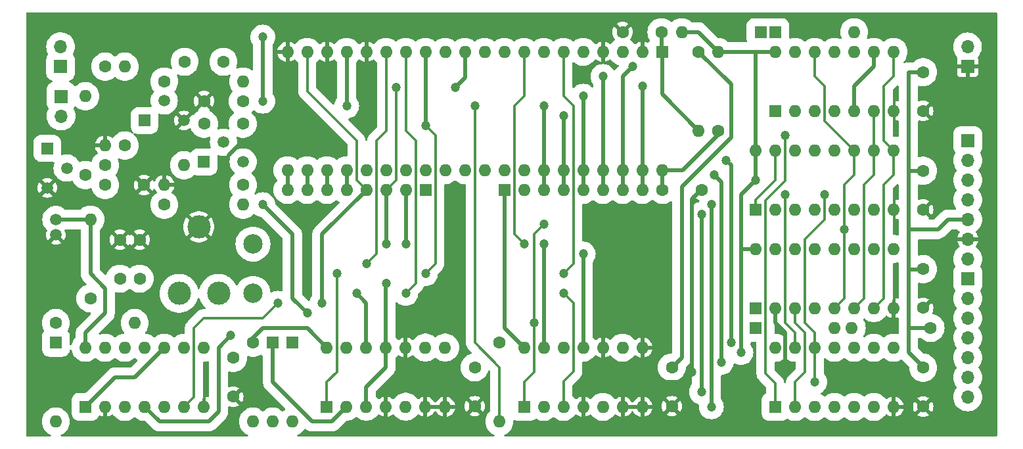
<source format=gbr>
%TF.GenerationSoftware,KiCad,Pcbnew,8.0.1*%
%TF.CreationDate,2024-05-17T17:30:13+02:00*%
%TF.ProjectId,modul_MH106,6d6f6475-6c5f-44d4-9831-30362e6b6963,rev?*%
%TF.SameCoordinates,Original*%
%TF.FileFunction,Copper,L1,Top*%
%TF.FilePolarity,Positive*%
%FSLAX46Y46*%
G04 Gerber Fmt 4.6, Leading zero omitted, Abs format (unit mm)*
G04 Created by KiCad (PCBNEW 8.0.1) date 2024-05-17 17:30:13*
%MOMM*%
%LPD*%
G01*
G04 APERTURE LIST*
%TA.AperFunction,ComponentPad*%
%ADD10R,1.600000X1.600000*%
%TD*%
%TA.AperFunction,ComponentPad*%
%ADD11O,1.600000X1.600000*%
%TD*%
%TA.AperFunction,ComponentPad*%
%ADD12C,1.600000*%
%TD*%
%TA.AperFunction,ComponentPad*%
%ADD13R,1.700000X1.700000*%
%TD*%
%TA.AperFunction,ComponentPad*%
%ADD14O,1.700000X1.700000*%
%TD*%
%TA.AperFunction,ComponentPad*%
%ADD15R,1.500000X1.500000*%
%TD*%
%TA.AperFunction,ComponentPad*%
%ADD16C,1.500000*%
%TD*%
%TA.AperFunction,ComponentPad*%
%ADD17C,2.500000*%
%TD*%
%TA.AperFunction,ComponentPad*%
%ADD18C,3.000000*%
%TD*%
%TA.AperFunction,ViaPad*%
%ADD19C,1.200000*%
%TD*%
%TA.AperFunction,ViaPad*%
%ADD20C,5.000000*%
%TD*%
%TA.AperFunction,Conductor*%
%ADD21C,0.500000*%
%TD*%
%TA.AperFunction,Conductor*%
%ADD22C,0.300000*%
%TD*%
G04 APERTURE END LIST*
D10*
%TO.P,V6,1,K*%
%TO.N,/~{STB}*%
X186690000Y-96520000D03*
D11*
%TO.P,V6,2,A*%
%TO.N,Net-(D4A-~{WE})*%
X196850000Y-96520000D03*
%TD*%
%TO.P,R16,2*%
%TO.N,Net-(D4A-~{WE})*%
X199072500Y-96520000D03*
D12*
%TO.P,R16,1*%
%TO.N,+5V*%
X209232500Y-96520000D03*
%TD*%
%TO.P,R15,1*%
%TO.N,+BATT*%
X100330000Y-76835000D03*
D11*
%TO.P,R15,2*%
%TO.N,Net-(X4-Pin_1)*%
X100330000Y-66675000D03*
%TD*%
D12*
%TO.P,C16,1*%
%TO.N,+BATT*%
X175895000Y-101600000D03*
%TO.P,C16,2*%
%TO.N,GNDD*%
X175895000Y-106600000D03*
%TD*%
D10*
%TO.P,R9,1,common*%
%TO.N,+BATT*%
X154305000Y-78740000D03*
D11*
%TO.P,R9,2,R1*%
%TO.N,unconnected-(R9-R1-Pad2)*%
X156845000Y-78740000D03*
%TO.P,R9,3,R2*%
%TO.N,/~{DMX3}*%
X159385000Y-78740000D03*
%TO.P,R9,4,R3*%
%TO.N,/~{DMX4}*%
X161925000Y-78740000D03*
%TO.P,R9,5,R4*%
%TO.N,/~{DMX5}*%
X164465000Y-78740000D03*
%TO.P,R9,6,R5*%
%TO.N,/~{DMX6}*%
X167005000Y-78740000D03*
%TO.P,R9,7,R6*%
%TO.N,/~{DMX7}*%
X169545000Y-78740000D03*
%TO.P,R9,8,R7*%
%TO.N,/~{DMX1}*%
X172085000Y-78740000D03*
%TD*%
D13*
%TO.P,X5,1,Pin_1*%
%TO.N,Net-(D1-LSP)*%
X97130000Y-62845000D03*
D14*
%TO.P,X5,2,Pin_2*%
%TO.N,+5V*%
X97130000Y-60305000D03*
%TD*%
D12*
%TO.P,C3,1*%
%TO.N,Net-(C1-Pad1)*%
X107315000Y-90170000D03*
%TO.P,C3,2*%
%TO.N,GNDD*%
X107315000Y-85170000D03*
%TD*%
D13*
%TO.P,X4,1,Pin_1*%
%TO.N,Net-(X4-Pin_1)*%
X97180000Y-66695000D03*
D14*
%TO.P,X4,2,Pin_2*%
%TO.N,Net-(VT3-D)*%
X97180000Y-69235000D03*
%TD*%
D10*
%TO.P,D3,1*%
%TO.N,/~{DMX3}*%
X189230000Y-68580000D03*
D11*
%TO.P,D3,2*%
%TO.N,/~{DMX5}*%
X191770000Y-68580000D03*
%TO.P,D3,3*%
%TO.N,/~{DMX4}*%
X194310000Y-68580000D03*
%TO.P,D3,4*%
%TO.N,/~{DMX5}*%
X196850000Y-68580000D03*
%TO.P,D3,5*%
%TO.N,/~{DMX1}*%
X199390000Y-68580000D03*
%TO.P,D3,6*%
%TO.N,/S1*%
X201930000Y-68580000D03*
%TO.P,D3,7,GND*%
%TO.N,GNDD*%
X204470000Y-68580000D03*
%TO.P,D3,8*%
%TO.N,/S2*%
X204470000Y-60960000D03*
%TO.P,D3,9*%
%TO.N,/~{DMX1}*%
X201930000Y-60960000D03*
%TO.P,D3,10*%
%TO.N,/~{DMX6}*%
X199390000Y-60960000D03*
%TO.P,D3,11*%
%TO.N,/~{DMX7}*%
X196850000Y-60960000D03*
%TO.P,D3,12*%
%TO.N,/S0*%
X194310000Y-60960000D03*
%TO.P,D3,13*%
%TO.N,/~{DMX7}*%
X191770000Y-60960000D03*
%TO.P,D3,14,VCC*%
%TO.N,+5V*%
X189230000Y-60960000D03*
%TD*%
D12*
%TO.P,R11,1*%
%TO.N,+BATT*%
X121920000Y-98425000D03*
D11*
%TO.P,R11,2*%
%TO.N,Net-(D5A-D)*%
X121920000Y-108585000D03*
%TD*%
D10*
%TO.P,A1,1,DIS*%
%TO.N,Net-(A1A-DIS)*%
X100330000Y-106680000D03*
D11*
%TO.P,A1,2,THR*%
%TO.N,GNDD*%
X102870000Y-106680000D03*
%TO.P,A1,3,CTRL*%
%TO.N,unconnected-(A1A-CTRL-Pad3)*%
X105410000Y-106680000D03*
%TO.P,A1,4,~{RES}*%
%TO.N,/AE*%
X107950000Y-106680000D03*
%TO.P,A1,5,OUT*%
%TO.N,unconnected-(A1A-OUT-Pad5)*%
X110490000Y-106680000D03*
%TO.P,A1,6,~{TRIG}*%
%TO.N,/~{ALM}*%
X113030000Y-106680000D03*
%TO.P,A1,7,GND*%
%TO.N,GNDD*%
X115570000Y-106680000D03*
%TO.P,A1,8,~{TRIG}*%
%TO.N,/~{STB}*%
X115570000Y-99060000D03*
%TO.P,A1,9,OUT*%
%TO.N,Net-(A1B-OUT)*%
X113030000Y-99060000D03*
%TO.P,A1,10,~{RES}*%
%TO.N,Net-(A1A-DIS)*%
X110490000Y-99060000D03*
%TO.P,A1,11,CTRL*%
%TO.N,unconnected-(A1B-CTRL-Pad11)*%
X107950000Y-99060000D03*
%TO.P,A1,12,THR*%
%TO.N,Net-(A1B-DIS)*%
X105410000Y-99060000D03*
%TO.P,A1,13,DIS*%
X102870000Y-99060000D03*
%TO.P,A1,14,Ucc*%
%TO.N,+BATT*%
X100330000Y-99060000D03*
%TD*%
D12*
%TO.P,C10,1*%
%TO.N,Net-(A1B-DIS)*%
X119380000Y-100370000D03*
%TO.P,C10,2*%
%TO.N,GNDD*%
X119380000Y-105370000D03*
%TD*%
%TO.P,R14,1*%
%TO.N,+BATT*%
X96520000Y-95885000D03*
D11*
%TO.P,R14,2*%
%TO.N,Net-(A1B-DIS)*%
X106680000Y-95885000D03*
%TD*%
D10*
%TO.P,D7,1,Q*%
%TO.N,/AE*%
X156845000Y-106680000D03*
D11*
%TO.P,D7,2,~{Q}*%
%TO.N,Net-(D7A-D)*%
X159385000Y-106680000D03*
%TO.P,D7,3,T*%
%TO.N,/K5*%
X161925000Y-106680000D03*
%TO.P,D7,4,R*%
%TO.N,GNDD*%
X164465000Y-106680000D03*
%TO.P,D7,5,D*%
%TO.N,Net-(D7A-D)*%
X167005000Y-106680000D03*
%TO.P,D7,6,S*%
%TO.N,GNDD*%
X169545000Y-106680000D03*
%TO.P,D7,7,GND*%
X172085000Y-106680000D03*
%TO.P,D7,8,S*%
X172085000Y-99060000D03*
%TO.P,D7,9,D*%
%TO.N,Net-(D5B-S)*%
X169545000Y-99060000D03*
%TO.P,D7,10,R*%
%TO.N,GNDD*%
X167005000Y-99060000D03*
%TO.P,D7,11,T*%
%TO.N,/K1*%
X164465000Y-99060000D03*
%TO.P,D7,12,~{Q}*%
%TO.N,Net-(D5B-S)*%
X161925000Y-99060000D03*
%TO.P,D7,13,Q*%
%TO.N,/SET*%
X159385000Y-99060000D03*
%TO.P,D7,14,VCC*%
%TO.N,+BATT*%
X156845000Y-99060000D03*
%TD*%
D12*
%TO.P,C14,1*%
%TO.N,+5V*%
X208280000Y-76280000D03*
%TO.P,C14,2*%
%TO.N,GNDD*%
X208280000Y-81280000D03*
%TD*%
D10*
%TO.P,V1,1,K*%
%TO.N,Net-(D5B-Q)*%
X127000000Y-98425000D03*
D11*
%TO.P,V1,2,A*%
%TO.N,Net-(D5A-D)*%
X127000000Y-108585000D03*
%TD*%
D12*
%TO.P,C13,1*%
%TO.N,+5V*%
X208280000Y-88940000D03*
%TO.P,C13,2*%
%TO.N,GNDD*%
X208280000Y-93940000D03*
%TD*%
%TO.P,R6,1*%
%TO.N,Net-(D1-LSP)*%
X102870000Y-62865000D03*
D11*
%TO.P,R6,2*%
%TO.N,GNDD*%
X102870000Y-73025000D03*
%TD*%
D12*
%TO.P,R8,1*%
%TO.N,+BATT*%
X179324000Y-60960000D03*
D11*
%TO.P,R8,2*%
%TO.N,Net-(D1-Icc1)*%
X179324000Y-71120000D03*
%TD*%
D12*
%TO.P,C4,1*%
%TO.N,Net-(VT1-B)*%
X115610000Y-70231000D03*
%TO.P,C4,2*%
%TO.N,Net-(VT1-E)*%
X120610000Y-70231000D03*
%TD*%
%TO.P,R13,1*%
%TO.N,Net-(A1A-DIS)*%
X100965000Y-92710000D03*
D11*
%TO.P,R13,2*%
%TO.N,+BATT*%
X100965000Y-82550000D03*
%TD*%
D12*
%TO.P,R2,1*%
%TO.N,+BATT*%
X102870000Y-75565000D03*
D11*
%TO.P,R2,2*%
%TO.N,Net-(VT1-C)*%
X113030000Y-75565000D03*
%TD*%
D12*
%TO.P,C15,1*%
%TO.N,+BATT*%
X150495000Y-101600000D03*
%TO.P,C15,2*%
%TO.N,GNDD*%
X150495000Y-106600000D03*
%TD*%
D10*
%TO.P,D2,1*%
%TO.N,/~{KEY}*%
X189230000Y-106680000D03*
D11*
%TO.P,D2,2*%
%TO.N,/KEY*%
X191770000Y-106680000D03*
%TO.P,D2,3*%
%TO.N,/~{BCD4}*%
X194310000Y-106680000D03*
%TO.P,D2,4*%
%TO.N,/D2*%
X196850000Y-106680000D03*
%TO.P,D2,5*%
%TO.N,/~{BCD8}*%
X199390000Y-106680000D03*
%TO.P,D2,6*%
%TO.N,/D3*%
X201930000Y-106680000D03*
%TO.P,D2,7,GND*%
%TO.N,GNDD*%
X204470000Y-106680000D03*
%TO.P,D2,8*%
%TO.N,/D1*%
X204470000Y-99060000D03*
%TO.P,D2,9*%
%TO.N,/~{BCD2}*%
X201930000Y-99060000D03*
%TO.P,D2,10*%
%TO.N,/D0*%
X199390000Y-99060000D03*
%TO.P,D2,11*%
%TO.N,/~{BCD1}*%
X196850000Y-99060000D03*
%TO.P,D2,12*%
%TO.N,/LS*%
X194310000Y-99060000D03*
%TO.P,D2,13*%
%TO.N,/~{LS}*%
X191770000Y-99060000D03*
%TO.P,D2,14,VCC*%
%TO.N,+5V*%
X189230000Y-99060000D03*
%TD*%
D15*
%TO.P,VT1,1,C*%
%TO.N,Net-(VT1-C)*%
X115570000Y-75145000D03*
D16*
%TO.P,VT1,2,B*%
%TO.N,Net-(VT1-B)*%
X118110000Y-72605000D03*
%TO.P,VT1,3,E*%
%TO.N,Net-(VT1-E)*%
X120650000Y-75145000D03*
%TD*%
D15*
%TO.P,VT2,1,C*%
%TO.N,Net-(D1-EOSC)*%
X107940000Y-69811000D03*
D16*
%TO.P,VT2,2,B*%
%TO.N,Net-(VT2-B)*%
X110480000Y-67271000D03*
%TO.P,VT2,3,E*%
%TO.N,GNDD*%
X113020000Y-69811000D03*
%TD*%
D12*
%TO.P,R12,1*%
%TO.N,Net-(D5B-S)*%
X153670000Y-98425000D03*
D11*
%TO.P,R12,2*%
%TO.N,Net-(D1-~{N}{slash}F0)*%
X153670000Y-108585000D03*
%TD*%
D12*
%TO.P,C8,1*%
%TO.N,GNDD*%
X169545000Y-58420000D03*
%TO.P,C8,2*%
%TO.N,Net-(D1-Icc1)*%
X174545000Y-58420000D03*
%TD*%
D17*
%TO.P,Y1,1,1*%
%TO.N,Net-(C1-Pad1)*%
X121920000Y-92075000D03*
%TO.P,Y1,2,2*%
%TO.N,Net-(VT1-B)*%
X121920000Y-85725000D03*
%TD*%
D12*
%TO.P,R3,1*%
%TO.N,Net-(VT1-E)*%
X120650000Y-78105000D03*
D11*
%TO.P,R3,2*%
%TO.N,GNDD*%
X110490000Y-78105000D03*
%TD*%
D12*
%TO.P,R4,1*%
%TO.N,Net-(VT2-B)*%
X110490000Y-64770000D03*
D11*
%TO.P,R4,2*%
%TO.N,Net-(VT1-E)*%
X120650000Y-64770000D03*
%TD*%
D15*
%TO.P,VT3,1,D*%
%TO.N,Net-(VT3-D)*%
X95416000Y-73396000D03*
D16*
%TO.P,VT3,2,G*%
%TO.N,Net-(A1B-OUT)*%
X97956000Y-75936000D03*
%TO.P,VT3,3,S*%
%TO.N,GNDD*%
X95416000Y-78476000D03*
%TD*%
D12*
%TO.P,C9,1*%
%TO.N,GNDD*%
X179705000Y-78740000D03*
%TO.P,C9,2*%
%TO.N,Net-(D1-Icc2)*%
X174705000Y-78740000D03*
%TD*%
%TO.P,R7,1*%
%TO.N,Net-(D1-Icc2)*%
X181864000Y-71120000D03*
D11*
%TO.P,R7,2*%
%TO.N,+5V*%
X181864000Y-60960000D03*
%TD*%
D18*
%TO.P,C1,1*%
%TO.N,Net-(C1-Pad1)*%
X117475000Y-92075000D03*
X112395000Y-92075000D03*
%TO.P,C1,2*%
%TO.N,GNDD*%
X114935000Y-83502500D03*
%TD*%
D12*
%TO.P,C7,1*%
%TO.N,Net-(VT1-E)*%
X118110000Y-62230000D03*
%TO.P,C7,2*%
%TO.N,Net-(VT2-B)*%
X113110000Y-62230000D03*
%TD*%
D13*
%TO.P,X3,1,Pin_1*%
%TO.N,GNDD*%
X213995000Y-62865000D03*
D14*
%TO.P,X3,2,Pin_2*%
%TO.N,Net-(V4-A)*%
X213995000Y-60325000D03*
%TD*%
D12*
%TO.P,R5,1*%
%TO.N,+BATT*%
X105410000Y-73025000D03*
D11*
%TO.P,R5,2*%
%TO.N,Net-(D1-EOSC)*%
X105410000Y-62865000D03*
%TD*%
D12*
%TO.P,C5,1*%
%TO.N,Net-(VT1-E)*%
X120610000Y-67310000D03*
%TO.P,C5,2*%
%TO.N,GNDD*%
X115610000Y-67310000D03*
%TD*%
D10*
%TO.P,V3,1,K*%
%TO.N,/LS*%
X96520000Y-98425000D03*
D11*
%TO.P,V3,2,A*%
%TO.N,Net-(A1A-DIS)*%
X96520000Y-108585000D03*
%TD*%
D10*
%TO.P,D6,1,Q4*%
%TO.N,/MC0*%
X186690000Y-81280000D03*
D11*
%TO.P,D6,2,Q6*%
%TO.N,unconnected-(D6A-Q6-Pad2)*%
X189230000Y-81280000D03*
%TO.P,D6,3,C*%
%TO.N,/DP*%
X191770000Y-81280000D03*
%TO.P,D6,4,Q7*%
%TO.N,unconnected-(D6A-Q7-Pad4)*%
X194310000Y-81280000D03*
%TO.P,D6,5,Q5*%
%TO.N,/SET*%
X196850000Y-81280000D03*
%TO.P,D6,6,INH*%
%TO.N,GNDD*%
X199390000Y-81280000D03*
%TO.P,D6,7,VEE*%
X201930000Y-81280000D03*
%TO.P,D6,8,GND*%
X204470000Y-81280000D03*
%TO.P,D6,9,A2*%
%TO.N,/S2*%
X204470000Y-73660000D03*
%TO.P,D6,10,A1*%
%TO.N,/S1*%
X201930000Y-73660000D03*
%TO.P,D6,11,A0*%
%TO.N,/S0*%
X199390000Y-73660000D03*
%TO.P,D6,12,Q3*%
%TO.N,unconnected-(D6A-Q3-Pad12)*%
X196850000Y-73660000D03*
%TO.P,D6,13,Q0*%
%TO.N,/AE*%
X194310000Y-73660000D03*
%TO.P,D6,14,Q1*%
%TO.N,unconnected-(D6A-Q1-Pad14)*%
X191770000Y-73660000D03*
%TO.P,D6,15,Q2*%
%TO.N,/MC0*%
X189230000Y-73660000D03*
%TO.P,D6,16,VCC*%
%TO.N,+5V*%
X186690000Y-73660000D03*
%TD*%
D12*
%TO.P,C6,1*%
%TO.N,+BATT*%
X102870000Y-78105000D03*
%TO.P,C6,2*%
%TO.N,GNDD*%
X107870000Y-78105000D03*
%TD*%
D10*
%TO.P,D5,1,Q*%
%TO.N,/MC0*%
X131440000Y-106670000D03*
D11*
%TO.P,D5,2,~{Q}*%
%TO.N,Net-(D5A-~{Q})*%
X133980000Y-106670000D03*
%TO.P,D5,3,T*%
%TO.N,/K4*%
X136520000Y-106670000D03*
%TO.P,D5,4,R*%
%TO.N,GNDD*%
X139060000Y-106670000D03*
%TO.P,D5,5,D*%
%TO.N,Net-(D5A-D)*%
X141600000Y-106670000D03*
%TO.P,D5,6,S*%
%TO.N,GNDD*%
X144140000Y-106670000D03*
%TO.P,D5,7,GND*%
X146680000Y-106670000D03*
%TO.P,D5,8,S*%
%TO.N,Net-(D5B-S)*%
X146680000Y-99050000D03*
%TO.P,D5,9,D*%
%TO.N,Net-(D5A-~{Q})*%
X144140000Y-99050000D03*
%TO.P,D5,10,R*%
%TO.N,GNDD*%
X141600000Y-99050000D03*
%TO.P,D5,11,T*%
%TO.N,/K4*%
X139060000Y-99050000D03*
%TO.P,D5,12,~{Q}*%
%TO.N,Net-(D1-MOD1)*%
X136520000Y-99050000D03*
%TO.P,D5,13,Q*%
%TO.N,Net-(D5B-Q)*%
X133980000Y-99050000D03*
%TO.P,D5,14,VCC*%
%TO.N,+BATT*%
X131440000Y-99050000D03*
%TD*%
D12*
%TO.P,C2,1*%
%TO.N,Net-(C1-Pad1)*%
X104775000Y-90170000D03*
%TO.P,C2,2*%
%TO.N,GNDD*%
X104775000Y-85170000D03*
%TD*%
D10*
%TO.P,V5,1,K*%
%TO.N,+BATT*%
X187325000Y-58420000D03*
D11*
%TO.P,V5,2,A*%
%TO.N,+5V*%
X177165000Y-58420000D03*
%TD*%
D12*
%TO.P,C11,1*%
%TO.N,+5V*%
X208280000Y-101640000D03*
%TO.P,C11,2*%
%TO.N,GNDD*%
X208280000Y-106640000D03*
%TD*%
D10*
%TO.P,R10,1,common*%
%TO.N,+BATT*%
X144145000Y-78740000D03*
D11*
%TO.P,R10,2,R1*%
%TO.N,/~{LS}*%
X141605000Y-78740000D03*
%TO.P,R10,3,R2*%
%TO.N,/~{ALM}*%
X139065000Y-78740000D03*
%TO.P,R10,4,R3*%
%TO.N,/~{STB}*%
X136525000Y-78740000D03*
%TO.P,R10,5,R4*%
%TO.N,/~{BCD8}*%
X133985000Y-78740000D03*
%TO.P,R10,6,R5*%
%TO.N,/~{BCD4}*%
X131445000Y-78740000D03*
%TO.P,R10,7,R6*%
%TO.N,/~{BCD2}*%
X128905000Y-78740000D03*
%TO.P,R10,8,R7*%
%TO.N,/~{BCD1}*%
X126365000Y-78740000D03*
%TD*%
D12*
%TO.P,R1,1*%
%TO.N,+BATT*%
X110490000Y-80645000D03*
D11*
%TO.P,R1,2*%
%TO.N,Net-(VT1-B)*%
X120650000Y-80645000D03*
%TD*%
D12*
%TO.P,C12,1*%
%TO.N,+5V*%
X208280000Y-63580000D03*
%TO.P,C12,2*%
%TO.N,GNDD*%
X208280000Y-68580000D03*
%TD*%
D10*
%TO.P,V4,1,K*%
%TO.N,+BATT*%
X189230000Y-58420000D03*
D11*
%TO.P,V4,2,A*%
%TO.N,Net-(V4-A)*%
X199390000Y-58420000D03*
%TD*%
D10*
%TO.P,D4,1,Q7*%
%TO.N,unconnected-(D4A-Q7-Pad1)*%
X186690000Y-93970000D03*
D11*
%TO.P,D4,2,R*%
%TO.N,GNDD*%
X189230000Y-93970000D03*
%TO.P,D4,3,D*%
%TO.N,/KEY*%
X191770000Y-93970000D03*
%TO.P,D4,4,~{WE}*%
%TO.N,Net-(D4A-~{WE})*%
X194310000Y-93970000D03*
%TO.P,D4,5,A0*%
%TO.N,/S0*%
X196850000Y-93970000D03*
%TO.P,D4,6,A1*%
%TO.N,/S1*%
X199390000Y-93970000D03*
%TO.P,D4,7,A2*%
%TO.N,/S2*%
X201930000Y-93970000D03*
%TO.P,D4,8,GND*%
%TO.N,GNDD*%
X204470000Y-93970000D03*
%TO.P,D4,9,Q0*%
%TO.N,/K5*%
X204470000Y-86350000D03*
%TO.P,D4,10,Q1*%
%TO.N,/K4*%
X201930000Y-86350000D03*
%TO.P,D4,11,Q2*%
%TO.N,/K3*%
X199390000Y-86350000D03*
%TO.P,D4,12,Q3*%
%TO.N,/K2*%
X196850000Y-86350000D03*
%TO.P,D4,13,Q4*%
%TO.N,/K1*%
X194310000Y-86350000D03*
%TO.P,D4,14,Q5*%
%TO.N,unconnected-(D4A-Q5-Pad14)*%
X191770000Y-86350000D03*
%TO.P,D4,15,Q6*%
%TO.N,unconnected-(D4A-Q6-Pad15)*%
X189230000Y-86350000D03*
%TO.P,D4,16,VCC*%
%TO.N,+5V*%
X186690000Y-86350000D03*
%TD*%
D16*
%TO.P,C17,1*%
%TO.N,+BATT*%
X96520000Y-82550000D03*
%TO.P,C17,2*%
%TO.N,GNDD*%
X96520000Y-84550000D03*
%TD*%
D10*
%TO.P,V2,1,K*%
%TO.N,Net-(D5A-~{Q})*%
X124460000Y-98425000D03*
D11*
%TO.P,V2,2,A*%
%TO.N,Net-(D5A-D)*%
X124460000Y-108585000D03*
%TD*%
D10*
%TO.P,D1,1,Icc1*%
%TO.N,Net-(D1-Icc1)*%
X174625000Y-60960000D03*
D11*
%TO.P,D1,2,MR*%
%TO.N,GNDD*%
X172085000Y-60960000D03*
%TO.P,D1,3,EOSC*%
%TO.N,Net-(D1-EOSC)*%
X169545000Y-60960000D03*
%TO.P,D1,4,Z*%
%TO.N,GNDD*%
X167005000Y-60960000D03*
%TO.P,D1,5,LSP*%
%TO.N,Net-(D1-LSP)*%
X164465000Y-60960000D03*
%TO.P,D1,6,RY*%
%TO.N,/K3*%
X161925000Y-60960000D03*
%TO.P,D1,7,~{LSL}*%
%TO.N,/~{LS}*%
X159385000Y-60960000D03*
%TO.P,D1,8,~{LSS}*%
X156845000Y-60960000D03*
%TO.P,D1,9,~{LML}*%
%TO.N,unconnected-(D1-~{LML}-Pad9)*%
X154305000Y-60960000D03*
%TO.P,D1,10,~{LMS}*%
%TO.N,unconnected-(D1-~{LMS}-Pad10)*%
X151765000Y-60960000D03*
%TO.P,D1,11,~{ALM}*%
%TO.N,/~{ALM}*%
X149225000Y-60960000D03*
%TO.P,D1,12,~{CAL}*%
%TO.N,unconnected-(D1-~{CAL}-Pad12)*%
X146685000Y-60960000D03*
%TO.P,D1,13,MOD0*%
%TO.N,/MC0*%
X144145000Y-60960000D03*
%TO.P,D1,14,MOD1*%
%TO.N,Net-(D1-MOD1)*%
X141605000Y-60960000D03*
%TO.P,D1,15,SST*%
%TO.N,/K2*%
X139065000Y-60960000D03*
%TO.P,D1,16,SN/L*%
%TO.N,GNDD*%
X136525000Y-60960000D03*
%TO.P,D1,17,~{N}/F0*%
%TO.N,Net-(D1-~{N}{slash}F0)*%
X133985000Y-60960000D03*
%TO.P,D1,18,PHSE*%
%TO.N,GNDD*%
X131445000Y-60960000D03*
%TO.P,D1,19,~{STB}*%
%TO.N,/~{STB}*%
X128905000Y-60960000D03*
%TO.P,D1,20,GND*%
%TO.N,GNDD*%
X126365000Y-60960000D03*
%TO.P,D1,21,~{BCD1}*%
%TO.N,/~{BCD1}*%
X126365000Y-76200000D03*
%TO.P,D1,22,~{BCD2}*%
%TO.N,/~{BCD2}*%
X128905000Y-76200000D03*
%TO.P,D1,23,~{BCD4}*%
%TO.N,/~{BCD4}*%
X131445000Y-76200000D03*
%TO.P,D1,24,~{BCD8}*%
%TO.N,/~{BCD8}*%
X133985000Y-76200000D03*
%TO.P,D1,25,~{g/Ne}*%
%TO.N,unconnected-(D1-~{g{slash}Ne}-Pad25)*%
X136525000Y-76200000D03*
%TO.P,D1,26,~{a/So}*%
%TO.N,unconnected-(D1-~{a{slash}So}-Pad26)*%
X139065000Y-76200000D03*
%TO.P,D1,27,~{f/Pa}*%
%TO.N,unconnected-(D1-~{f{slash}Pa}-Pad27)*%
X141605000Y-76200000D03*
%TO.P,D1,28,~{e/Ct}*%
%TO.N,unconnected-(D1-~{e{slash}Ct}-Pad28)*%
X144145000Y-76200000D03*
%TO.P,D1,29,~{b/St}*%
%TO.N,unconnected-(D1-~{b{slash}St}-Pad29)*%
X146685000Y-76200000D03*
%TO.P,D1,30,~{c/Ut}*%
%TO.N,unconnected-(D1-~{c{slash}Ut}-Pad30)*%
X149225000Y-76200000D03*
%TO.P,D1,31,~{d/Po}*%
%TO.N,unconnected-(D1-~{d{slash}Po}-Pad31)*%
X151765000Y-76200000D03*
%TO.P,D1,32,~{DMX1}*%
%TO.N,/~{DMX1}*%
X154305000Y-76200000D03*
%TO.P,D1,33,~{DMX2}*%
%TO.N,unconnected-(D1-~{DMX2}-Pad33)*%
X156845000Y-76200000D03*
%TO.P,D1,34,~{DMX3}*%
%TO.N,/~{DMX3}*%
X159385000Y-76200000D03*
%TO.P,D1,35,~{DMX4}*%
%TO.N,/~{DMX4}*%
X161925000Y-76200000D03*
%TO.P,D1,36,~{DMX5}*%
%TO.N,/~{DMX5}*%
X164465000Y-76200000D03*
%TO.P,D1,37,~{DMX6}*%
%TO.N,/~{DMX6}*%
X167005000Y-76200000D03*
%TO.P,D1,38,~{DMX7}*%
%TO.N,/~{DMX7}*%
X169545000Y-76200000D03*
%TO.P,D1,39,~{DMX8}*%
%TO.N,/~{DMX1}*%
X172085000Y-76200000D03*
%TO.P,D1,40,Icc2*%
%TO.N,Net-(D1-Icc2)*%
X174625000Y-76200000D03*
%TD*%
D13*
%TO.P,X1,1,Pin_1*%
%TO.N,/~{KEY}*%
X214020000Y-72390000D03*
D14*
%TO.P,X1,2,Pin_2*%
%TO.N,unconnected-(X1-Pin_2-Pad2)*%
X214020000Y-74930000D03*
%TO.P,X1,3,Pin_3*%
%TO.N,/DP*%
X214020000Y-77470000D03*
%TO.P,X1,4,Pin_4*%
%TO.N,/LS*%
X214020000Y-80010000D03*
%TO.P,X1,5,Pin_5*%
%TO.N,+5V*%
X214020000Y-82550000D03*
%TO.P,X1,6,Pin_6*%
%TO.N,GNDD*%
X214020000Y-85090000D03*
%TO.P,X1,7,Pin_7*%
%TO.N,unconnected-(X1-Pin_7-Pad7)*%
X214020000Y-87630000D03*
%TD*%
D13*
%TO.P,X2,1,Pin_1*%
%TO.N,/S0*%
X214020000Y-90170000D03*
D14*
%TO.P,X2,2,Pin_2*%
%TO.N,/S1*%
X214020000Y-92710000D03*
%TO.P,X2,3,Pin_3*%
%TO.N,/S2*%
X214020000Y-95250000D03*
%TO.P,X2,4,Pin_4*%
%TO.N,/D0*%
X214020000Y-97790000D03*
%TO.P,X2,5,Pin_5*%
%TO.N,/D1*%
X214020000Y-100330000D03*
%TO.P,X2,6,Pin_6*%
%TO.N,/D2*%
X214020000Y-102870000D03*
%TO.P,X2,7,Pin_7*%
%TO.N,/D3*%
X214020000Y-105410000D03*
%TD*%
D19*
%TO.N,/~{BCD1}*%
X183515000Y-98425000D03*
D20*
%TO.N,GNDD*%
X96520000Y-90170000D03*
D19*
X190500000Y-102235000D03*
X178435000Y-102235000D03*
X204470000Y-102235000D03*
%TO.N,/AE*%
X158115000Y-95885000D03*
X159385000Y-83185000D03*
X119062500Y-97472500D03*
%TO.N,/~{ALM}*%
X140335000Y-65532000D03*
X139065000Y-85725000D03*
X125095000Y-93345000D03*
X147955000Y-65532000D03*
%TO.N,/~{STB}*%
X130810000Y-93345000D03*
%TO.N,+5V*%
X123190000Y-59055000D03*
X123190000Y-67310000D03*
X186690000Y-77470000D03*
X123190000Y-80645000D03*
X184785000Y-99695000D03*
X128905000Y-94615000D03*
%TO.N,/K3*%
X161925000Y-89535000D03*
%TO.N,/~{LS}*%
X156845000Y-85725000D03*
X141605000Y-85725000D03*
X190500000Y-79375000D03*
%TO.N,/MC0*%
X144145000Y-70485000D03*
X144145000Y-89535000D03*
X132715000Y-89535000D03*
%TO.N,Net-(D1-MOD1)*%
X135255000Y-92075000D03*
X141605000Y-92075000D03*
%TO.N,/K2*%
X136525000Y-88265000D03*
%TO.N,Net-(D1-~{N}{slash}F0)*%
X133985000Y-67945000D03*
X150495000Y-67945000D03*
%TO.N,/~{BCD1}*%
X182880000Y-74930000D03*
%TO.N,/~{BCD2}*%
X181356000Y-76835000D03*
X182245000Y-100965000D03*
%TO.N,/~{BCD4}*%
X179705000Y-104775000D03*
X179705000Y-81915000D03*
%TO.N,/~{BCD8}*%
X180975000Y-80645000D03*
X180975000Y-106680000D03*
%TO.N,/~{DMX1}*%
X172085000Y-65405000D03*
%TO.N,/~{DMX3}*%
X159385000Y-67945000D03*
%TO.N,/~{DMX4}*%
X161925000Y-69215000D03*
%TO.N,/~{DMX5}*%
X164465000Y-66675000D03*
%TO.N,/~{DMX6}*%
X167005000Y-64135000D03*
%TO.N,/~{DMX7}*%
X170815000Y-62865000D03*
%TO.N,/~{KEY}*%
X190500000Y-71755000D03*
%TO.N,/LS*%
X194310000Y-103505000D03*
X195580000Y-79375000D03*
%TO.N,/S0*%
X198120000Y-83820000D03*
%TO.N,/K4*%
X139065000Y-90805000D03*
%TO.N,/SET*%
X159385000Y-85725000D03*
%TO.N,/K5*%
X161925000Y-92075000D03*
%TO.N,/K1*%
X164465000Y-86995000D03*
%TD*%
D21*
%TO.N,+5V*%
X209232500Y-96520000D02*
X206375000Y-96520000D01*
X206375000Y-99655000D02*
X206375000Y-96520000D01*
X206375000Y-96520000D02*
X206375000Y-88900000D01*
%TO.N,/~{BCD1}*%
X183515000Y-98425000D02*
X183515000Y-75565000D01*
X183515000Y-75565000D02*
X182880000Y-74930000D01*
%TO.N,+5V*%
X184785000Y-86360000D02*
X184785000Y-99695000D01*
%TO.N,/~{BCD8}*%
X180975000Y-106680000D02*
X180975000Y-80645000D01*
%TO.N,/~{BCD4}*%
X179705000Y-81915000D02*
X179705000Y-104775000D01*
%TO.N,Net-(A1A-DIS)*%
X104140000Y-102870000D02*
X100330000Y-106680000D01*
X106680000Y-102870000D02*
X104140000Y-102870000D01*
X110490000Y-99060000D02*
X106680000Y-102870000D01*
%TO.N,GNDD*%
X204510000Y-106640000D02*
X204470000Y-106680000D01*
X190500000Y-102235000D02*
X190500000Y-97155000D01*
X139060000Y-104145000D02*
X139060000Y-106670000D01*
X177165000Y-103505000D02*
X178435000Y-102235000D01*
X172085000Y-103505000D02*
X172085000Y-106680000D01*
X208240000Y-106680000D02*
X208280000Y-106640000D01*
X204470000Y-102235000D02*
X204470000Y-106680000D01*
X141600000Y-101605000D02*
X139060000Y-104145000D01*
X179625000Y-78740000D02*
X179705000Y-78740000D01*
X120015000Y-73025000D02*
X118745000Y-74295000D01*
X172085000Y-99060000D02*
X172085000Y-103505000D01*
X178435000Y-79930000D02*
X179625000Y-78740000D01*
X141600000Y-99050000D02*
X141600000Y-101605000D01*
X189230000Y-95885000D02*
X189230000Y-93970000D01*
X172085000Y-103505000D02*
X177165000Y-103505000D01*
X178435000Y-102235000D02*
X178435000Y-79930000D01*
X190500000Y-97155000D02*
X189230000Y-95885000D01*
D22*
%TO.N,/AE*%
X158115000Y-95885000D02*
X158115000Y-102235000D01*
D21*
X116205000Y-108585000D02*
X109855000Y-108585000D01*
D22*
X156845000Y-103505000D02*
X156845000Y-106680000D01*
D21*
X109855000Y-108585000D02*
X107950000Y-106680000D01*
D22*
X159385000Y-83185000D02*
X158115000Y-84455000D01*
X158115000Y-84455000D02*
X158115000Y-95885000D01*
X158115000Y-102235000D02*
X156845000Y-103505000D01*
D21*
X117475000Y-99060000D02*
X117475000Y-107315000D01*
X117475000Y-107315000D02*
X116205000Y-108585000D01*
X119062500Y-97472500D02*
X117475000Y-99060000D01*
%TO.N,/~{ALM}*%
X147955000Y-65532000D02*
X149225000Y-64262000D01*
D22*
X114300000Y-96520000D02*
X114300000Y-105410000D01*
D21*
X149225000Y-64262000D02*
X149225000Y-60960000D01*
D22*
X115570000Y-95250000D02*
X114300000Y-96520000D01*
X125095000Y-93345000D02*
X123190000Y-95250000D01*
X140335000Y-65532000D02*
X140335000Y-77470000D01*
X140335000Y-77470000D02*
X139065000Y-78740000D01*
X123190000Y-95250000D02*
X115570000Y-95250000D01*
X114300000Y-105410000D02*
X113030000Y-106680000D01*
D21*
X139065000Y-85725000D02*
X139065000Y-78740000D01*
%TO.N,/~{STB}*%
X130810000Y-84455000D02*
X136525000Y-78740000D01*
D22*
X135255000Y-72390000D02*
X128905000Y-66040000D01*
X136525000Y-78740000D02*
X135255000Y-77470000D01*
D21*
X130810000Y-93345000D02*
X130810000Y-84455000D01*
D22*
X128905000Y-66040000D02*
X128905000Y-60960000D01*
X135255000Y-77470000D02*
X135255000Y-72390000D01*
D21*
%TO.N,+BATT*%
X177165000Y-78359000D02*
X177165000Y-100330000D01*
X100965000Y-82550000D02*
X100965000Y-89535000D01*
X183515000Y-72009000D02*
X177165000Y-78359000D01*
X121920000Y-98425000D02*
X121920000Y-97790000D01*
X128910000Y-96520000D02*
X131440000Y-99050000D01*
X179324000Y-60960000D02*
X183515000Y-65151000D01*
X100330000Y-97155000D02*
X100330000Y-99060000D01*
X177165000Y-100330000D02*
X175895000Y-101600000D01*
X96520000Y-82550000D02*
X100965000Y-82550000D01*
X154305000Y-96520000D02*
X156845000Y-99060000D01*
X102870000Y-94615000D02*
X100330000Y-97155000D01*
X123190000Y-96520000D02*
X128910000Y-96520000D01*
X183515000Y-65151000D02*
X183515000Y-72009000D01*
X154305000Y-78740000D02*
X154305000Y-96520000D01*
X102870000Y-91440000D02*
X102870000Y-94615000D01*
X121920000Y-97790000D02*
X123190000Y-96520000D01*
X100965000Y-89535000D02*
X102870000Y-91440000D01*
%TO.N,Net-(D1-Icc1)*%
X174545000Y-58420000D02*
X174585000Y-58460000D01*
X174585000Y-60920000D02*
X174625000Y-60960000D01*
X174625000Y-66421000D02*
X179324000Y-71120000D01*
X174585000Y-58460000D02*
X174585000Y-60920000D01*
X174625000Y-60960000D02*
X174625000Y-66421000D01*
%TO.N,Net-(D1-Icc2)*%
X181864000Y-71628000D02*
X181864000Y-71120000D01*
X181864000Y-71120000D02*
X182245000Y-71120000D01*
X174705000Y-78740000D02*
X174625000Y-78660000D01*
X174625000Y-78660000D02*
X174625000Y-76200000D01*
X174625000Y-76200000D02*
X177292000Y-76200000D01*
X177292000Y-76200000D02*
X181864000Y-71628000D01*
%TO.N,+5V*%
X206375000Y-63580000D02*
X208280000Y-63580000D01*
X181864000Y-60960000D02*
X183515000Y-60960000D01*
X186690000Y-60960000D02*
X183515000Y-60960000D01*
X184785000Y-86360000D02*
X186680000Y-86360000D01*
X184785000Y-79375000D02*
X184785000Y-86360000D01*
X206375000Y-88900000D02*
X206375000Y-82550000D01*
X123190000Y-67310000D02*
X123190000Y-59055000D01*
X206375000Y-76200000D02*
X206375000Y-63580000D01*
X186690000Y-73660000D02*
X186690000Y-60960000D01*
X186690000Y-77470000D02*
X186690000Y-73660000D01*
X208280000Y-88980000D02*
X206455000Y-88980000D01*
X127000000Y-92710000D02*
X127000000Y-84455000D01*
X211455000Y-82550000D02*
X210185000Y-83820000D01*
X208280000Y-101640000D02*
X208280000Y-101560000D01*
X177165000Y-58420000D02*
X179324000Y-58420000D01*
X183515000Y-60960000D02*
X189230000Y-60960000D01*
X206375000Y-83820000D02*
X206375000Y-82550000D01*
X186690000Y-77470000D02*
X184785000Y-79375000D01*
X127000000Y-84455000D02*
X123190000Y-80645000D01*
X214020000Y-82550000D02*
X211455000Y-82550000D01*
X206455000Y-76280000D02*
X206375000Y-76200000D01*
X128905000Y-94615000D02*
X127000000Y-92710000D01*
X210185000Y-83820000D02*
X206375000Y-83820000D01*
X208280000Y-101560000D02*
X206375000Y-99655000D01*
X186680000Y-86360000D02*
X186690000Y-86350000D01*
X179324000Y-58420000D02*
X181864000Y-60960000D01*
X208280000Y-76280000D02*
X206455000Y-76280000D01*
X206375000Y-82550000D02*
X206375000Y-76200000D01*
X206455000Y-88980000D02*
X206375000Y-88900000D01*
D22*
%TO.N,/K3*%
X161925000Y-66675000D02*
X161925000Y-60960000D01*
X163195000Y-88265000D02*
X163195000Y-67945000D01*
X163195000Y-67945000D02*
X161925000Y-66675000D01*
X161925000Y-89535000D02*
X163195000Y-88265000D01*
%TO.N,/~{LS}*%
X155575000Y-84455000D02*
X155575000Y-67945000D01*
X155575000Y-67945000D02*
X156845000Y-66675000D01*
X190500000Y-95885000D02*
X191770000Y-97155000D01*
D21*
X141605000Y-85725000D02*
X141605000Y-78740000D01*
D22*
X191770000Y-97155000D02*
X191770000Y-99060000D01*
X156845000Y-66675000D02*
X156845000Y-60960000D01*
X190500000Y-79375000D02*
X190500000Y-95885000D01*
X156845000Y-85725000D02*
X155575000Y-84455000D01*
%TO.N,/MC0*%
X131440000Y-106670000D02*
X131440000Y-103510000D01*
X186690000Y-81280000D02*
X186690000Y-80010000D01*
X132715000Y-102235000D02*
X132715000Y-89535000D01*
X131440000Y-103510000D02*
X132715000Y-102235000D01*
X144145000Y-89535000D02*
X145415000Y-88265000D01*
X189230000Y-77470000D02*
X189230000Y-73660000D01*
X145415000Y-88265000D02*
X145415000Y-71755000D01*
D21*
X144145000Y-70485000D02*
X144145000Y-60960000D01*
D22*
X186690000Y-80010000D02*
X189230000Y-77470000D01*
X145415000Y-71755000D02*
X144145000Y-70485000D01*
%TO.N,Net-(D1-MOD1)*%
X142875000Y-90805000D02*
X142875000Y-72390000D01*
X141605000Y-92075000D02*
X142875000Y-90805000D01*
X141605000Y-71120000D02*
X141605000Y-60960000D01*
D21*
X136520000Y-93340000D02*
X136520000Y-99050000D01*
X135255000Y-92075000D02*
X136520000Y-93340000D01*
D22*
X142875000Y-72390000D02*
X141605000Y-71120000D01*
%TO.N,/K2*%
X136525000Y-88265000D02*
X137795000Y-86995000D01*
X137795000Y-72390000D02*
X139065000Y-71120000D01*
X137795000Y-86995000D02*
X137795000Y-72390000D01*
X139065000Y-71120000D02*
X139065000Y-60960000D01*
%TO.N,Net-(D1-~{N}{slash}F0)*%
X150495000Y-67945000D02*
X150495000Y-98425000D01*
X150495000Y-98425000D02*
X153670000Y-101600000D01*
D21*
X133985000Y-67945000D02*
X133985000Y-60960000D01*
D22*
X153670000Y-101600000D02*
X153670000Y-108585000D01*
D21*
%TO.N,/~{BCD1}*%
X126365000Y-76200000D02*
X126365000Y-78740000D01*
%TO.N,/~{BCD2}*%
X182245000Y-77724000D02*
X182245000Y-100965000D01*
X181356000Y-76835000D02*
X182245000Y-77724000D01*
X128905000Y-76200000D02*
X128905000Y-78740000D01*
%TO.N,/~{BCD4}*%
X131445000Y-76200000D02*
X131445000Y-78740000D01*
%TO.N,/~{BCD8}*%
X133985000Y-76200000D02*
X133985000Y-78740000D01*
%TO.N,/~{DMX1}*%
X201930000Y-62865000D02*
X199390000Y-65405000D01*
X199390000Y-65405000D02*
X199390000Y-68580000D01*
X201930000Y-60960000D02*
X201930000Y-62865000D01*
X172085000Y-76200000D02*
X172085000Y-78740000D01*
X172085000Y-76200000D02*
X172085000Y-65405000D01*
%TO.N,/~{DMX3}*%
X159385000Y-76200000D02*
X159385000Y-67945000D01*
X159385000Y-76200000D02*
X159385000Y-78740000D01*
%TO.N,/~{DMX4}*%
X161925000Y-76200000D02*
X161925000Y-69215000D01*
X161925000Y-76200000D02*
X161925000Y-78740000D01*
%TO.N,/~{DMX5}*%
X164465000Y-76200000D02*
X164465000Y-66675000D01*
X164465000Y-76200000D02*
X164465000Y-78740000D01*
%TO.N,/~{DMX6}*%
X167005000Y-64135000D02*
X167005000Y-76200000D01*
X167005000Y-76200000D02*
X167005000Y-78740000D01*
%TO.N,/~{DMX7}*%
X169545000Y-64135000D02*
X169545000Y-76200000D01*
X170815000Y-62865000D02*
X169545000Y-64135000D01*
X169545000Y-76200000D02*
X169545000Y-78740000D01*
D22*
%TO.N,/~{KEY}*%
X187960000Y-80116764D02*
X187960000Y-102413173D01*
X187960000Y-102413173D02*
X189230000Y-103683173D01*
X189230000Y-103683173D02*
X189230000Y-106680000D01*
X190500000Y-71755000D02*
X190500000Y-77576764D01*
X190500000Y-77576764D02*
X187960000Y-80116764D01*
%TO.N,/KEY*%
X191770000Y-103505000D02*
X193040000Y-102235000D01*
X193040000Y-97155000D02*
X191770000Y-95885000D01*
X193040000Y-102235000D02*
X193040000Y-97155000D01*
X191770000Y-95885000D02*
X191770000Y-93970000D01*
X191770000Y-106680000D02*
X191770000Y-103505000D01*
%TO.N,/LS*%
X193040000Y-95885000D02*
X194310000Y-97155000D01*
X194310000Y-97155000D02*
X194310000Y-99060000D01*
X193040000Y-85090000D02*
X193040000Y-95885000D01*
X194310000Y-103505000D02*
X194310000Y-99060000D01*
X195580000Y-82550000D02*
X193040000Y-85090000D01*
X195580000Y-79375000D02*
X195580000Y-82550000D01*
%TO.N,/S1*%
X201930000Y-76835000D02*
X200660000Y-78105000D01*
X200660000Y-92700000D02*
X199390000Y-93970000D01*
X201930000Y-68580000D02*
X201930000Y-73660000D01*
X201930000Y-73660000D02*
X201930000Y-76835000D01*
X200660000Y-78105000D02*
X200660000Y-92700000D01*
%TO.N,/S2*%
X203200000Y-72390000D02*
X204470000Y-73660000D01*
X204470000Y-76835000D02*
X203200000Y-78105000D01*
X204470000Y-64135000D02*
X203200000Y-65405000D01*
X204470000Y-73660000D02*
X204470000Y-76835000D01*
X203200000Y-65405000D02*
X203200000Y-72390000D01*
X204470000Y-60960000D02*
X204470000Y-64135000D01*
X203200000Y-92700000D02*
X201930000Y-93970000D01*
X203200000Y-78105000D02*
X203200000Y-92700000D01*
%TO.N,/S0*%
X195580000Y-65405000D02*
X195580000Y-69850000D01*
X198120000Y-83820000D02*
X198120000Y-78105000D01*
X198120000Y-92700000D02*
X196850000Y-93970000D01*
X199390000Y-76835000D02*
X199390000Y-73660000D01*
X194310000Y-64135000D02*
X195580000Y-65405000D01*
X195580000Y-69850000D02*
X199390000Y-73660000D01*
X198120000Y-83820000D02*
X198120000Y-92700000D01*
X198120000Y-78105000D02*
X199390000Y-76835000D01*
X194310000Y-60960000D02*
X194310000Y-64135000D01*
D21*
%TO.N,Net-(D5A-~{Q})*%
X132080000Y-108585000D02*
X133980000Y-106685000D01*
X129540000Y-108585000D02*
X132080000Y-108585000D01*
X124460000Y-98425000D02*
X124460000Y-103505000D01*
X124460000Y-103505000D02*
X129540000Y-108585000D01*
X133980000Y-106685000D02*
X133980000Y-106670000D01*
%TO.N,/K4*%
X139060000Y-101605000D02*
X139060000Y-99050000D01*
X136520000Y-104145000D02*
X139060000Y-101605000D01*
X139065000Y-90805000D02*
X139060000Y-90810000D01*
X139060000Y-90810000D02*
X139060000Y-99050000D01*
X136520000Y-106670000D02*
X136520000Y-104145000D01*
%TO.N,/SET*%
X159385000Y-85725000D02*
X159385000Y-99060000D01*
D22*
%TO.N,/K5*%
X161925000Y-92075000D02*
X163195000Y-93345000D01*
X161925000Y-103425625D02*
X161925000Y-106680000D01*
X163195000Y-93345000D02*
X163195000Y-102155625D01*
X163195000Y-102155625D02*
X161925000Y-103425625D01*
D21*
%TO.N,/K1*%
X164465000Y-86995000D02*
X164465000Y-99060000D01*
%TD*%
%TA.AperFunction,Conductor*%
%TO.N,GNDD*%
G36*
X217747121Y-55900002D02*
G01*
X217793614Y-55953658D01*
X217805000Y-56006000D01*
X217805000Y-110364000D01*
X217784998Y-110432121D01*
X217731342Y-110478614D01*
X217679000Y-110490000D01*
X154415999Y-110490000D01*
X154347878Y-110469998D01*
X154301385Y-110416342D01*
X154291281Y-110346068D01*
X154320775Y-110281488D01*
X154361330Y-110250478D01*
X154572769Y-110148654D01*
X154572769Y-110148653D01*
X154572775Y-110148651D01*
X154795741Y-109996635D01*
X154993561Y-109813085D01*
X155161815Y-109602102D01*
X155296743Y-109368398D01*
X155395334Y-109117195D01*
X155455383Y-108854103D01*
X155475549Y-108585000D01*
X155471143Y-108526216D01*
X155485998Y-108456795D01*
X155536029Y-108406422D01*
X155605351Y-108391094D01*
X155655128Y-108405121D01*
X155671951Y-108413909D01*
X155867582Y-108469886D01*
X155986963Y-108480500D01*
X157703036Y-108480499D01*
X157822418Y-108469886D01*
X158018049Y-108413909D01*
X158198407Y-108319698D01*
X158305555Y-108232329D01*
X158370988Y-108204785D01*
X158440928Y-108216988D01*
X158456150Y-108225873D01*
X158482226Y-108243651D01*
X158482229Y-108243652D01*
X158482230Y-108243653D01*
X158482231Y-108243654D01*
X158725349Y-108360734D01*
X158725367Y-108360741D01*
X158983217Y-108440277D01*
X158983219Y-108440277D01*
X158983228Y-108440280D01*
X159250071Y-108480500D01*
X159250075Y-108480500D01*
X159519925Y-108480500D01*
X159519929Y-108480500D01*
X159786772Y-108440280D01*
X159786782Y-108440277D01*
X160044632Y-108360741D01*
X160044634Y-108360739D01*
X160044641Y-108360738D01*
X160044646Y-108360735D01*
X160044650Y-108360734D01*
X160287769Y-108243654D01*
X160287769Y-108243653D01*
X160287775Y-108243651D01*
X160510741Y-108091635D01*
X160569298Y-108037302D01*
X160632839Y-108005630D01*
X160703416Y-108013339D01*
X160740702Y-108037302D01*
X160799259Y-108091635D01*
X160799265Y-108091639D01*
X161022216Y-108243645D01*
X161022223Y-108243649D01*
X161022226Y-108243651D01*
X161265359Y-108360738D01*
X161265362Y-108360738D01*
X161265367Y-108360741D01*
X161523217Y-108440277D01*
X161523219Y-108440277D01*
X161523228Y-108440280D01*
X161790071Y-108480500D01*
X161790075Y-108480500D01*
X162059925Y-108480500D01*
X162059929Y-108480500D01*
X162326772Y-108440280D01*
X162326782Y-108440277D01*
X162584632Y-108360741D01*
X162584634Y-108360739D01*
X162584641Y-108360738D01*
X162584646Y-108360735D01*
X162584650Y-108360734D01*
X162827769Y-108243654D01*
X162827769Y-108243653D01*
X162827775Y-108243651D01*
X163050741Y-108091635D01*
X163248561Y-107908085D01*
X163416815Y-107697102D01*
X163416824Y-107697086D01*
X163418497Y-107694633D01*
X163419325Y-107693953D01*
X163419754Y-107693416D01*
X163419868Y-107693507D01*
X163473390Y-107649608D01*
X163543911Y-107641408D01*
X163607671Y-107672636D01*
X163611709Y-107676500D01*
X163621019Y-107685810D01*
X163621025Y-107685815D01*
X163808501Y-107817087D01*
X164015926Y-107913811D01*
X164015931Y-107913813D01*
X164211000Y-107966081D01*
X164211000Y-106991686D01*
X164219394Y-107000080D01*
X164310606Y-107052741D01*
X164412339Y-107080000D01*
X164517661Y-107080000D01*
X164619394Y-107052741D01*
X164710606Y-107000080D01*
X164719000Y-106991686D01*
X164719000Y-107966081D01*
X164914068Y-107913813D01*
X164914073Y-107913811D01*
X165121498Y-107817087D01*
X165308976Y-107685814D01*
X165318286Y-107676504D01*
X165380597Y-107642477D01*
X165451413Y-107647539D01*
X165508250Y-107690083D01*
X165511490Y-107694616D01*
X165513182Y-107697097D01*
X165513185Y-107697102D01*
X165681439Y-107908085D01*
X165879259Y-108091635D01*
X165879265Y-108091639D01*
X166102216Y-108243645D01*
X166102223Y-108243649D01*
X166102226Y-108243651D01*
X166345359Y-108360738D01*
X166345362Y-108360738D01*
X166345367Y-108360741D01*
X166603217Y-108440277D01*
X166603219Y-108440277D01*
X166603228Y-108440280D01*
X166870071Y-108480500D01*
X166870075Y-108480500D01*
X167139925Y-108480500D01*
X167139929Y-108480500D01*
X167406772Y-108440280D01*
X167406782Y-108440277D01*
X167664632Y-108360741D01*
X167664634Y-108360739D01*
X167664641Y-108360738D01*
X167664646Y-108360735D01*
X167664650Y-108360734D01*
X167907769Y-108243654D01*
X167907769Y-108243653D01*
X167907775Y-108243651D01*
X168130741Y-108091635D01*
X168328561Y-107908085D01*
X168496815Y-107697102D01*
X168496824Y-107697086D01*
X168498497Y-107694633D01*
X168499325Y-107693953D01*
X168499754Y-107693416D01*
X168499868Y-107693507D01*
X168553390Y-107649608D01*
X168623911Y-107641408D01*
X168687671Y-107672636D01*
X168691709Y-107676500D01*
X168701019Y-107685810D01*
X168701025Y-107685815D01*
X168888501Y-107817087D01*
X169095926Y-107913811D01*
X169095931Y-107913813D01*
X169291000Y-107966081D01*
X169291000Y-106991686D01*
X169299394Y-107000080D01*
X169390606Y-107052741D01*
X169492339Y-107080000D01*
X169597661Y-107080000D01*
X169699394Y-107052741D01*
X169790606Y-107000080D01*
X169799000Y-106991686D01*
X169799000Y-107966081D01*
X169994068Y-107913813D01*
X169994073Y-107913811D01*
X170201498Y-107817087D01*
X170388974Y-107685815D01*
X170388980Y-107685810D01*
X170550810Y-107523980D01*
X170550815Y-107523974D01*
X170682087Y-107336498D01*
X170700805Y-107296359D01*
X170747722Y-107243074D01*
X170815999Y-107223613D01*
X170883959Y-107244155D01*
X170929195Y-107296359D01*
X170947912Y-107336498D01*
X171079184Y-107523974D01*
X171079189Y-107523980D01*
X171241019Y-107685810D01*
X171241025Y-107685815D01*
X171428501Y-107817087D01*
X171635926Y-107913811D01*
X171635931Y-107913813D01*
X171831000Y-107966081D01*
X171831000Y-106991686D01*
X171839394Y-107000080D01*
X171930606Y-107052741D01*
X172032339Y-107080000D01*
X172137661Y-107080000D01*
X172239394Y-107052741D01*
X172330606Y-107000080D01*
X172339000Y-106991686D01*
X172339000Y-107966081D01*
X172534068Y-107913813D01*
X172534073Y-107913811D01*
X172741498Y-107817087D01*
X172928974Y-107685815D01*
X172928980Y-107685810D01*
X173090810Y-107523980D01*
X173090815Y-107523974D01*
X173222087Y-107336498D01*
X173318811Y-107129073D01*
X173318813Y-107129068D01*
X173371082Y-106934000D01*
X172396686Y-106934000D01*
X172405080Y-106925606D01*
X172457741Y-106834394D01*
X172485000Y-106732661D01*
X172485000Y-106627339D01*
X172477675Y-106600000D01*
X174582004Y-106600000D01*
X174601951Y-106828002D01*
X174661186Y-107049068D01*
X174661188Y-107049073D01*
X174757913Y-107256501D01*
X174807899Y-107327888D01*
X175495000Y-106640788D01*
X175495000Y-106652661D01*
X175522259Y-106754394D01*
X175574920Y-106845606D01*
X175649394Y-106920080D01*
X175740606Y-106972741D01*
X175842339Y-107000000D01*
X175854210Y-107000000D01*
X175167110Y-107687098D01*
X175167110Y-107687100D01*
X175238498Y-107737086D01*
X175445926Y-107833811D01*
X175445931Y-107833813D01*
X175666999Y-107893048D01*
X175666995Y-107893048D01*
X175895000Y-107912995D01*
X176123002Y-107893048D01*
X176344068Y-107833813D01*
X176344073Y-107833811D01*
X176551497Y-107737088D01*
X176622888Y-107687099D01*
X176622888Y-107687097D01*
X175935791Y-107000000D01*
X175947661Y-107000000D01*
X176049394Y-106972741D01*
X176140606Y-106920080D01*
X176215080Y-106845606D01*
X176267741Y-106754394D01*
X176295000Y-106652661D01*
X176295000Y-106640791D01*
X176982097Y-107327888D01*
X176982099Y-107327888D01*
X177032088Y-107256497D01*
X177128811Y-107049073D01*
X177128813Y-107049068D01*
X177188048Y-106828002D01*
X177207995Y-106600000D01*
X177188048Y-106371997D01*
X177128813Y-106150931D01*
X177128811Y-106150926D01*
X177032086Y-105943498D01*
X176982100Y-105872110D01*
X176982098Y-105872110D01*
X176295000Y-106559208D01*
X176295000Y-106547339D01*
X176267741Y-106445606D01*
X176215080Y-106354394D01*
X176140606Y-106279920D01*
X176049394Y-106227259D01*
X175947661Y-106200000D01*
X175935790Y-106200000D01*
X176622888Y-105512899D01*
X176622888Y-105512898D01*
X176551501Y-105462913D01*
X176344073Y-105366188D01*
X176344068Y-105366186D01*
X176123000Y-105306951D01*
X176123004Y-105306951D01*
X175895000Y-105287004D01*
X175666997Y-105306951D01*
X175445931Y-105366186D01*
X175445926Y-105366188D01*
X175238500Y-105462913D01*
X175167109Y-105512900D01*
X175854209Y-106200000D01*
X175842339Y-106200000D01*
X175740606Y-106227259D01*
X175649394Y-106279920D01*
X175574920Y-106354394D01*
X175522259Y-106445606D01*
X175495000Y-106547339D01*
X175495000Y-106559209D01*
X174807900Y-105872109D01*
X174757913Y-105943500D01*
X174661188Y-106150926D01*
X174661186Y-106150931D01*
X174601951Y-106371997D01*
X174582004Y-106600000D01*
X172477675Y-106600000D01*
X172457741Y-106525606D01*
X172405080Y-106434394D01*
X172396686Y-106426000D01*
X173371082Y-106426000D01*
X173318813Y-106230931D01*
X173318811Y-106230926D01*
X173222087Y-106023501D01*
X173090815Y-105836025D01*
X173090810Y-105836019D01*
X172928980Y-105674189D01*
X172928974Y-105674184D01*
X172741498Y-105542912D01*
X172534073Y-105446188D01*
X172534071Y-105446187D01*
X172339000Y-105393917D01*
X172339000Y-106368314D01*
X172330606Y-106359920D01*
X172239394Y-106307259D01*
X172137661Y-106280000D01*
X172032339Y-106280000D01*
X171930606Y-106307259D01*
X171839394Y-106359920D01*
X171831000Y-106368314D01*
X171831000Y-105393917D01*
X171830999Y-105393917D01*
X171635928Y-105446187D01*
X171635926Y-105446188D01*
X171428501Y-105542912D01*
X171241025Y-105674184D01*
X171241019Y-105674189D01*
X171079189Y-105836019D01*
X171079184Y-105836025D01*
X170947910Y-106023503D01*
X170929194Y-106063641D01*
X170882277Y-106116925D01*
X170814000Y-106136386D01*
X170746040Y-106115844D01*
X170700806Y-106063641D01*
X170682089Y-106023503D01*
X170550815Y-105836025D01*
X170550810Y-105836019D01*
X170388980Y-105674189D01*
X170388974Y-105674184D01*
X170201498Y-105542912D01*
X169994073Y-105446188D01*
X169994071Y-105446187D01*
X169799000Y-105393917D01*
X169799000Y-106368314D01*
X169790606Y-106359920D01*
X169699394Y-106307259D01*
X169597661Y-106280000D01*
X169492339Y-106280000D01*
X169390606Y-106307259D01*
X169299394Y-106359920D01*
X169291000Y-106368314D01*
X169291000Y-105393917D01*
X169290999Y-105393917D01*
X169095928Y-105446187D01*
X169095926Y-105446188D01*
X168888501Y-105542912D01*
X168701021Y-105674186D01*
X168701021Y-105674187D01*
X168691706Y-105683502D01*
X168629393Y-105717525D01*
X168558577Y-105712457D01*
X168501743Y-105669908D01*
X168498507Y-105665380D01*
X168496817Y-105662902D01*
X168496815Y-105662898D01*
X168328561Y-105451915D01*
X168317782Y-105441914D01*
X168274999Y-105402217D01*
X168130741Y-105268365D01*
X168116074Y-105258365D01*
X167907777Y-105116350D01*
X167907769Y-105116345D01*
X167664650Y-104999265D01*
X167664632Y-104999258D01*
X167406782Y-104919722D01*
X167406774Y-104919720D01*
X167406772Y-104919720D01*
X167139929Y-104879500D01*
X166870071Y-104879500D01*
X166603228Y-104919720D01*
X166603226Y-104919720D01*
X166603217Y-104919722D01*
X166345367Y-104999258D01*
X166345355Y-104999263D01*
X166102223Y-105116350D01*
X166102216Y-105116354D01*
X165879265Y-105268360D01*
X165879260Y-105268364D01*
X165681439Y-105451914D01*
X165600906Y-105552900D01*
X165515570Y-105659908D01*
X165513182Y-105662902D01*
X165511490Y-105665384D01*
X165510660Y-105666063D01*
X165510246Y-105666584D01*
X165510134Y-105666495D01*
X165456588Y-105710400D01*
X165386066Y-105718587D01*
X165322311Y-105687347D01*
X165318290Y-105683499D01*
X165308980Y-105674189D01*
X165308974Y-105674184D01*
X165121498Y-105542912D01*
X164914073Y-105446188D01*
X164914071Y-105446187D01*
X164719000Y-105393917D01*
X164719000Y-106368314D01*
X164710606Y-106359920D01*
X164619394Y-106307259D01*
X164517661Y-106280000D01*
X164412339Y-106280000D01*
X164310606Y-106307259D01*
X164219394Y-106359920D01*
X164211000Y-106368314D01*
X164211000Y-105393917D01*
X164210999Y-105393917D01*
X164015928Y-105446187D01*
X164015926Y-105446188D01*
X163808501Y-105542912D01*
X163621021Y-105674186D01*
X163621021Y-105674187D01*
X163611706Y-105683502D01*
X163549393Y-105717525D01*
X163478577Y-105712457D01*
X163421743Y-105669908D01*
X163418507Y-105665380D01*
X163416817Y-105662902D01*
X163416815Y-105662898D01*
X163248561Y-105451915D01*
X163237781Y-105441913D01*
X163115798Y-105328728D01*
X163079467Y-105267732D01*
X163075500Y-105236364D01*
X163075500Y-103954368D01*
X163095502Y-103886247D01*
X163112400Y-103865277D01*
X163937316Y-103040360D01*
X163937329Y-103040350D01*
X164072548Y-102905131D01*
X164072553Y-102905126D01*
X164178996Y-102758619D01*
X164261211Y-102597264D01*
X164317171Y-102425034D01*
X164323064Y-102387829D01*
X164323767Y-102383394D01*
X164342703Y-102263836D01*
X164345501Y-102246172D01*
X164345501Y-102065079D01*
X164345501Y-102060622D01*
X164345500Y-102060592D01*
X164345500Y-100986500D01*
X164365502Y-100918379D01*
X164419158Y-100871886D01*
X164471500Y-100860500D01*
X164599925Y-100860500D01*
X164599929Y-100860500D01*
X164866772Y-100820280D01*
X164878712Y-100816597D01*
X165124632Y-100740741D01*
X165124634Y-100740739D01*
X165124641Y-100740738D01*
X165124646Y-100740735D01*
X165124650Y-100740734D01*
X165367769Y-100623654D01*
X165367769Y-100623653D01*
X165367775Y-100623651D01*
X165590741Y-100471635D01*
X165788561Y-100288085D01*
X165956815Y-100077102D01*
X165956824Y-100077086D01*
X165958497Y-100074633D01*
X165959325Y-100073953D01*
X165959754Y-100073416D01*
X165959868Y-100073507D01*
X166013390Y-100029608D01*
X166083911Y-100021408D01*
X166147671Y-100052636D01*
X166151709Y-100056500D01*
X166161019Y-100065810D01*
X166161025Y-100065815D01*
X166348501Y-100197087D01*
X166555926Y-100293811D01*
X166555931Y-100293813D01*
X166751000Y-100346081D01*
X166751000Y-99371686D01*
X166759394Y-99380080D01*
X166850606Y-99432741D01*
X166952339Y-99460000D01*
X167057661Y-99460000D01*
X167159394Y-99432741D01*
X167250606Y-99380080D01*
X167259000Y-99371686D01*
X167259000Y-100346081D01*
X167454068Y-100293813D01*
X167454073Y-100293811D01*
X167661498Y-100197087D01*
X167848976Y-100065814D01*
X167858286Y-100056504D01*
X167920597Y-100022477D01*
X167991413Y-100027539D01*
X168048250Y-100070083D01*
X168051490Y-100074616D01*
X168053182Y-100077097D01*
X168053185Y-100077102D01*
X168221439Y-100288085D01*
X168419259Y-100471635D01*
X168419265Y-100471639D01*
X168642216Y-100623645D01*
X168642223Y-100623649D01*
X168642226Y-100623651D01*
X168885359Y-100740738D01*
X168885362Y-100740738D01*
X168885367Y-100740741D01*
X169143217Y-100820277D01*
X169143219Y-100820277D01*
X169143228Y-100820280D01*
X169410071Y-100860500D01*
X169410075Y-100860500D01*
X169679925Y-100860500D01*
X169679929Y-100860500D01*
X169946772Y-100820280D01*
X169958712Y-100816597D01*
X170204632Y-100740741D01*
X170204634Y-100740739D01*
X170204641Y-100740738D01*
X170204646Y-100740735D01*
X170204650Y-100740734D01*
X170447769Y-100623654D01*
X170447769Y-100623653D01*
X170447775Y-100623651D01*
X170670741Y-100471635D01*
X170868561Y-100288085D01*
X171036815Y-100077102D01*
X171036824Y-100077086D01*
X171038497Y-100074633D01*
X171039325Y-100073953D01*
X171039754Y-100073416D01*
X171039868Y-100073507D01*
X171093390Y-100029608D01*
X171163911Y-100021408D01*
X171227671Y-100052636D01*
X171231709Y-100056500D01*
X171241019Y-100065810D01*
X171241025Y-100065815D01*
X171428501Y-100197087D01*
X171635926Y-100293811D01*
X171635931Y-100293813D01*
X171831000Y-100346081D01*
X171831000Y-99371686D01*
X171839394Y-99380080D01*
X171930606Y-99432741D01*
X172032339Y-99460000D01*
X172137661Y-99460000D01*
X172239394Y-99432741D01*
X172330606Y-99380080D01*
X172339000Y-99371686D01*
X172339000Y-100346081D01*
X172534068Y-100293813D01*
X172534073Y-100293811D01*
X172741498Y-100197087D01*
X172928974Y-100065815D01*
X172928980Y-100065810D01*
X173090810Y-99903980D01*
X173090815Y-99903974D01*
X173222087Y-99716498D01*
X173318811Y-99509073D01*
X173318813Y-99509068D01*
X173371082Y-99314000D01*
X172396686Y-99314000D01*
X172405080Y-99305606D01*
X172457741Y-99214394D01*
X172485000Y-99112661D01*
X172485000Y-99007339D01*
X172457741Y-98905606D01*
X172405080Y-98814394D01*
X172396686Y-98806000D01*
X173371082Y-98806000D01*
X173318813Y-98610931D01*
X173318811Y-98610926D01*
X173222087Y-98403501D01*
X173090815Y-98216025D01*
X173090810Y-98216019D01*
X172928980Y-98054189D01*
X172928974Y-98054184D01*
X172741498Y-97922912D01*
X172534073Y-97826188D01*
X172534071Y-97826187D01*
X172339000Y-97773917D01*
X172339000Y-98748314D01*
X172330606Y-98739920D01*
X172239394Y-98687259D01*
X172137661Y-98660000D01*
X172032339Y-98660000D01*
X171930606Y-98687259D01*
X171839394Y-98739920D01*
X171831000Y-98748314D01*
X171831000Y-97773917D01*
X171830999Y-97773917D01*
X171635928Y-97826187D01*
X171635926Y-97826188D01*
X171428501Y-97922912D01*
X171241021Y-98054186D01*
X171241021Y-98054187D01*
X171231706Y-98063502D01*
X171169393Y-98097525D01*
X171098577Y-98092457D01*
X171041743Y-98049908D01*
X171038507Y-98045380D01*
X171036817Y-98042902D01*
X171036815Y-98042898D01*
X170868561Y-97831915D01*
X170857782Y-97821914D01*
X170814999Y-97782217D01*
X170670741Y-97648365D01*
X170670734Y-97648360D01*
X170447777Y-97496350D01*
X170447769Y-97496345D01*
X170204650Y-97379265D01*
X170204632Y-97379258D01*
X169946782Y-97299722D01*
X169946774Y-97299720D01*
X169946772Y-97299720D01*
X169679929Y-97259500D01*
X169410071Y-97259500D01*
X169143228Y-97299720D01*
X169143226Y-97299720D01*
X169143217Y-97299722D01*
X168885367Y-97379258D01*
X168885355Y-97379263D01*
X168642223Y-97496350D01*
X168642216Y-97496354D01*
X168419265Y-97648360D01*
X168419260Y-97648364D01*
X168221439Y-97831914D01*
X168141911Y-97931639D01*
X168055570Y-98039908D01*
X168053182Y-98042902D01*
X168051490Y-98045384D01*
X168050660Y-98046063D01*
X168050246Y-98046584D01*
X168050134Y-98046495D01*
X167996588Y-98090400D01*
X167926066Y-98098587D01*
X167862311Y-98067347D01*
X167858290Y-98063499D01*
X167848980Y-98054189D01*
X167848974Y-98054184D01*
X167661498Y-97922912D01*
X167454073Y-97826188D01*
X167454071Y-97826187D01*
X167259000Y-97773917D01*
X167259000Y-98748314D01*
X167250606Y-98739920D01*
X167159394Y-98687259D01*
X167057661Y-98660000D01*
X166952339Y-98660000D01*
X166850606Y-98687259D01*
X166759394Y-98739920D01*
X166751000Y-98748314D01*
X166751000Y-97773917D01*
X166750999Y-97773917D01*
X166555928Y-97826187D01*
X166555926Y-97826188D01*
X166348501Y-97922912D01*
X166161021Y-98054186D01*
X166161021Y-98054187D01*
X166151706Y-98063502D01*
X166089393Y-98097525D01*
X166018577Y-98092457D01*
X165961743Y-98049908D01*
X165958507Y-98045380D01*
X165956817Y-98042902D01*
X165956815Y-98042898D01*
X165788561Y-97831915D01*
X165777783Y-97821914D01*
X165755797Y-97801514D01*
X165719467Y-97740517D01*
X165715500Y-97709150D01*
X165715500Y-88041736D01*
X165735502Y-87973615D01*
X165745683Y-87959912D01*
X165763836Y-87938659D01*
X165895466Y-87723859D01*
X165991873Y-87491111D01*
X166050683Y-87246148D01*
X166070449Y-86995000D01*
X166050683Y-86743852D01*
X165991873Y-86498889D01*
X165895466Y-86266141D01*
X165763836Y-86051341D01*
X165736539Y-86019380D01*
X165600224Y-85859775D01*
X165408662Y-85696166D01*
X165408660Y-85696165D01*
X165408659Y-85696164D01*
X165193859Y-85564534D01*
X165063407Y-85510499D01*
X164961109Y-85468126D01*
X164793536Y-85427896D01*
X164716148Y-85409317D01*
X164682291Y-85406652D01*
X164461614Y-85389284D01*
X164395272Y-85363998D01*
X164353133Y-85306860D01*
X164345500Y-85263672D01*
X164345500Y-80666500D01*
X164365502Y-80598379D01*
X164419158Y-80551886D01*
X164471500Y-80540500D01*
X164599925Y-80540500D01*
X164599929Y-80540500D01*
X164866772Y-80500280D01*
X164866782Y-80500277D01*
X165124632Y-80420741D01*
X165124634Y-80420739D01*
X165124641Y-80420738D01*
X165124646Y-80420735D01*
X165124650Y-80420734D01*
X165367769Y-80303654D01*
X165367769Y-80303653D01*
X165367775Y-80303651D01*
X165590741Y-80151635D01*
X165649298Y-80097302D01*
X165712839Y-80065630D01*
X165783416Y-80073339D01*
X165820702Y-80097302D01*
X165879259Y-80151635D01*
X165879265Y-80151639D01*
X166102216Y-80303645D01*
X166102223Y-80303649D01*
X166102226Y-80303651D01*
X166345359Y-80420738D01*
X166345362Y-80420738D01*
X166345367Y-80420741D01*
X166603217Y-80500277D01*
X166603219Y-80500277D01*
X166603228Y-80500280D01*
X166870071Y-80540500D01*
X166870075Y-80540500D01*
X167139925Y-80540500D01*
X167139929Y-80540500D01*
X167406772Y-80500280D01*
X167406782Y-80500277D01*
X167664632Y-80420741D01*
X167664634Y-80420739D01*
X167664641Y-80420738D01*
X167664646Y-80420735D01*
X167664650Y-80420734D01*
X167907769Y-80303654D01*
X167907769Y-80303653D01*
X167907775Y-80303651D01*
X168130741Y-80151635D01*
X168189298Y-80097302D01*
X168252839Y-80065630D01*
X168323416Y-80073339D01*
X168360702Y-80097302D01*
X168419259Y-80151635D01*
X168419265Y-80151639D01*
X168642216Y-80303645D01*
X168642223Y-80303649D01*
X168642226Y-80303651D01*
X168885359Y-80420738D01*
X168885362Y-80420738D01*
X168885367Y-80420741D01*
X169143217Y-80500277D01*
X169143219Y-80500277D01*
X169143228Y-80500280D01*
X169410071Y-80540500D01*
X169410075Y-80540500D01*
X169679925Y-80540500D01*
X169679929Y-80540500D01*
X169946772Y-80500280D01*
X169946782Y-80500277D01*
X170204632Y-80420741D01*
X170204634Y-80420739D01*
X170204641Y-80420738D01*
X170204646Y-80420735D01*
X170204650Y-80420734D01*
X170447769Y-80303654D01*
X170447769Y-80303653D01*
X170447775Y-80303651D01*
X170670741Y-80151635D01*
X170729298Y-80097302D01*
X170792839Y-80065630D01*
X170863416Y-80073339D01*
X170900702Y-80097302D01*
X170959259Y-80151635D01*
X170959265Y-80151639D01*
X171182216Y-80303645D01*
X171182223Y-80303649D01*
X171182226Y-80303651D01*
X171425359Y-80420738D01*
X171425362Y-80420738D01*
X171425367Y-80420741D01*
X171683217Y-80500277D01*
X171683219Y-80500277D01*
X171683228Y-80500280D01*
X171950071Y-80540500D01*
X171950075Y-80540500D01*
X172219925Y-80540500D01*
X172219929Y-80540500D01*
X172486772Y-80500280D01*
X172486782Y-80500277D01*
X172744632Y-80420741D01*
X172744634Y-80420739D01*
X172744641Y-80420738D01*
X172744646Y-80420735D01*
X172744650Y-80420734D01*
X172987769Y-80303654D01*
X172987769Y-80303653D01*
X172987775Y-80303651D01*
X173210741Y-80151635D01*
X173309298Y-80060186D01*
X173372839Y-80028515D01*
X173443415Y-80036224D01*
X173480701Y-80060186D01*
X173579259Y-80151635D01*
X173579265Y-80151639D01*
X173802216Y-80303645D01*
X173802223Y-80303649D01*
X173802226Y-80303651D01*
X174045359Y-80420738D01*
X174045362Y-80420738D01*
X174045367Y-80420741D01*
X174303217Y-80500277D01*
X174303219Y-80500277D01*
X174303228Y-80500280D01*
X174570071Y-80540500D01*
X174570075Y-80540500D01*
X174839925Y-80540500D01*
X174839929Y-80540500D01*
X175106772Y-80500280D01*
X175106782Y-80500277D01*
X175364632Y-80420741D01*
X175364634Y-80420739D01*
X175364641Y-80420738D01*
X175364646Y-80420735D01*
X175364650Y-80420734D01*
X175607769Y-80303654D01*
X175607769Y-80303653D01*
X175607775Y-80303651D01*
X175717524Y-80228824D01*
X175785072Y-80206979D01*
X175853712Y-80225120D01*
X175901647Y-80277491D01*
X175914500Y-80332932D01*
X175914500Y-99673500D01*
X175894498Y-99741621D01*
X175840842Y-99788114D01*
X175788500Y-99799500D01*
X175760071Y-99799500D01*
X175493228Y-99839720D01*
X175493226Y-99839720D01*
X175493217Y-99839722D01*
X175235367Y-99919258D01*
X175235355Y-99919263D01*
X174992223Y-100036350D01*
X174992216Y-100036354D01*
X174769265Y-100188360D01*
X174769260Y-100188364D01*
X174571439Y-100371914D01*
X174403182Y-100582901D01*
X174268258Y-100816597D01*
X174268255Y-100816605D01*
X174169665Y-101067806D01*
X174109617Y-101330893D01*
X174089451Y-101600000D01*
X174109617Y-101869106D01*
X174169665Y-102132193D01*
X174268255Y-102383394D01*
X174268258Y-102383402D01*
X174403182Y-102617098D01*
X174403184Y-102617101D01*
X174403185Y-102617102D01*
X174571439Y-102828085D01*
X174769259Y-103011635D01*
X174769265Y-103011639D01*
X174992216Y-103163645D01*
X174992223Y-103163649D01*
X174992226Y-103163651D01*
X175235359Y-103280738D01*
X175235362Y-103280738D01*
X175235367Y-103280741D01*
X175493217Y-103360277D01*
X175493219Y-103360277D01*
X175493228Y-103360280D01*
X175760071Y-103400500D01*
X175760075Y-103400500D01*
X176029925Y-103400500D01*
X176029929Y-103400500D01*
X176296772Y-103360280D01*
X176296782Y-103360277D01*
X176554632Y-103280741D01*
X176554634Y-103280739D01*
X176554641Y-103280738D01*
X176554646Y-103280735D01*
X176554650Y-103280734D01*
X176797769Y-103163654D01*
X176797769Y-103163653D01*
X176797775Y-103163651D01*
X177020741Y-103011635D01*
X177218561Y-102828085D01*
X177386815Y-102617102D01*
X177498649Y-102423398D01*
X177521741Y-102383402D01*
X177521743Y-102383398D01*
X177620334Y-102132195D01*
X177680383Y-101869103D01*
X177700059Y-101606538D01*
X177725095Y-101540106D01*
X177736603Y-101526869D01*
X178118828Y-101144646D01*
X178222017Y-101002618D01*
X178226564Y-100996361D01*
X178282787Y-100953007D01*
X178353523Y-100946932D01*
X178416314Y-100980064D01*
X178451226Y-101041884D01*
X178454500Y-101070422D01*
X178454500Y-103728261D01*
X178434498Y-103796382D01*
X178424313Y-103810089D01*
X178406169Y-103831333D01*
X178406167Y-103831336D01*
X178274533Y-104046142D01*
X178178126Y-104278890D01*
X178137369Y-104448659D01*
X178119317Y-104523852D01*
X178099551Y-104775000D01*
X178119317Y-105026148D01*
X178122715Y-105040300D01*
X178178126Y-105271109D01*
X178271673Y-105496951D01*
X178274534Y-105503859D01*
X178403976Y-105715089D01*
X178406165Y-105718660D01*
X178406166Y-105718662D01*
X178569775Y-105910224D01*
X178749404Y-106063641D01*
X178761341Y-106073836D01*
X178976141Y-106205466D01*
X179208889Y-106301873D01*
X179291138Y-106321618D01*
X179352707Y-106356970D01*
X179385390Y-106419996D01*
X179387336Y-106454023D01*
X179372072Y-106647974D01*
X179369551Y-106680000D01*
X179389317Y-106931148D01*
X179390002Y-106934000D01*
X179448126Y-107176109D01*
X179513734Y-107334500D01*
X179544534Y-107408859D01*
X179666465Y-107607832D01*
X179676165Y-107623660D01*
X179676166Y-107623662D01*
X179839775Y-107815224D01*
X180021473Y-107970408D01*
X180031341Y-107978836D01*
X180246141Y-108110466D01*
X180478889Y-108206873D01*
X180723852Y-108265683D01*
X180975000Y-108285449D01*
X181226148Y-108265683D01*
X181471111Y-108206873D01*
X181703859Y-108110466D01*
X181918659Y-107978836D01*
X182110224Y-107815224D01*
X182273836Y-107623659D01*
X182405466Y-107408859D01*
X182501873Y-107176111D01*
X182560683Y-106931148D01*
X182580449Y-106680000D01*
X182560683Y-106428852D01*
X182501873Y-106183889D01*
X182405466Y-105951141D01*
X182273836Y-105736341D01*
X182273832Y-105736336D01*
X182273830Y-105736333D01*
X182255687Y-105715089D01*
X182226657Y-105650299D01*
X182225500Y-105633261D01*
X182225500Y-102688456D01*
X182245502Y-102620335D01*
X182299158Y-102573842D01*
X182341608Y-102562845D01*
X182496148Y-102550683D01*
X182741111Y-102491873D01*
X182973859Y-102395466D01*
X183188659Y-102263836D01*
X183380224Y-102100224D01*
X183543836Y-101908659D01*
X183675466Y-101693859D01*
X183771873Y-101461111D01*
X183830683Y-101216148D01*
X183831732Y-101202815D01*
X183857013Y-101136477D01*
X183914149Y-101094334D01*
X183984999Y-101089772D01*
X184023177Y-101105266D01*
X184047763Y-101120332D01*
X184056141Y-101125466D01*
X184288889Y-101221873D01*
X184533852Y-101280683D01*
X184785000Y-101300449D01*
X185036148Y-101280683D01*
X185281111Y-101221873D01*
X185513859Y-101125466D01*
X185728659Y-100993836D01*
X185920224Y-100830224D01*
X186083836Y-100638659D01*
X186215466Y-100423859D01*
X186311873Y-100191111D01*
X186370683Y-99946148D01*
X186390449Y-99695000D01*
X186370683Y-99443852D01*
X186311873Y-99198889D01*
X186215466Y-98966141D01*
X186083836Y-98751341D01*
X186083832Y-98751336D01*
X186083830Y-98751333D01*
X186065687Y-98730089D01*
X186036657Y-98665299D01*
X186035500Y-98648261D01*
X186035500Y-98446499D01*
X186055502Y-98378378D01*
X186109158Y-98331885D01*
X186161500Y-98320499D01*
X186683500Y-98320499D01*
X186751621Y-98340501D01*
X186798114Y-98394157D01*
X186809500Y-98446499D01*
X186809500Y-102318140D01*
X186809499Y-102318170D01*
X186809499Y-102322627D01*
X186809499Y-102503719D01*
X186829425Y-102629524D01*
X186829424Y-102629524D01*
X186837828Y-102682582D01*
X186893787Y-102854807D01*
X186893789Y-102854812D01*
X186973695Y-103011635D01*
X186976006Y-103016170D01*
X187001773Y-103051635D01*
X187082447Y-103162674D01*
X187082449Y-103162676D01*
X187082451Y-103162679D01*
X187214888Y-103295116D01*
X187214910Y-103295136D01*
X188042595Y-104122821D01*
X188076621Y-104185133D01*
X188079500Y-104211916D01*
X188079500Y-104857975D01*
X188059498Y-104926096D01*
X188011837Y-104969656D01*
X187876597Y-105040299D01*
X187876593Y-105040301D01*
X187876593Y-105040302D01*
X187734737Y-105155970D01*
X187718891Y-105168891D01*
X187590300Y-105326595D01*
X187496092Y-105506948D01*
X187496091Y-105506950D01*
X187496091Y-105506951D01*
X187440114Y-105702582D01*
X187429758Y-105819068D01*
X187429500Y-105821965D01*
X187429500Y-107538027D01*
X187429501Y-107538037D01*
X187439419Y-107649608D01*
X187440114Y-107657418D01*
X187490587Y-107833813D01*
X187496092Y-107853051D01*
X187575792Y-108005630D01*
X187590302Y-108033407D01*
X187718891Y-108191109D01*
X187876593Y-108319698D01*
X188056951Y-108413909D01*
X188252582Y-108469886D01*
X188371963Y-108480500D01*
X190088036Y-108480499D01*
X190207418Y-108469886D01*
X190403049Y-108413909D01*
X190583407Y-108319698D01*
X190690555Y-108232329D01*
X190755988Y-108204785D01*
X190825928Y-108216988D01*
X190841150Y-108225873D01*
X190867226Y-108243651D01*
X190867229Y-108243652D01*
X190867230Y-108243653D01*
X190867231Y-108243654D01*
X191110349Y-108360734D01*
X191110367Y-108360741D01*
X191368217Y-108440277D01*
X191368219Y-108440277D01*
X191368228Y-108440280D01*
X191635071Y-108480500D01*
X191635075Y-108480500D01*
X191904925Y-108480500D01*
X191904929Y-108480500D01*
X192171772Y-108440280D01*
X192171782Y-108440277D01*
X192429632Y-108360741D01*
X192429634Y-108360739D01*
X192429641Y-108360738D01*
X192429646Y-108360735D01*
X192429650Y-108360734D01*
X192672769Y-108243654D01*
X192672769Y-108243653D01*
X192672775Y-108243651D01*
X192895741Y-108091635D01*
X192954298Y-108037302D01*
X193017839Y-108005630D01*
X193088416Y-108013339D01*
X193125702Y-108037302D01*
X193184259Y-108091635D01*
X193184265Y-108091639D01*
X193407216Y-108243645D01*
X193407223Y-108243649D01*
X193407226Y-108243651D01*
X193650359Y-108360738D01*
X193650362Y-108360738D01*
X193650367Y-108360741D01*
X193908217Y-108440277D01*
X193908219Y-108440277D01*
X193908228Y-108440280D01*
X194175071Y-108480500D01*
X194175075Y-108480500D01*
X194444925Y-108480500D01*
X194444929Y-108480500D01*
X194711772Y-108440280D01*
X194711782Y-108440277D01*
X194969632Y-108360741D01*
X194969634Y-108360739D01*
X194969641Y-108360738D01*
X194969646Y-108360735D01*
X194969650Y-108360734D01*
X195212769Y-108243654D01*
X195212769Y-108243653D01*
X195212775Y-108243651D01*
X195435741Y-108091635D01*
X195494298Y-108037302D01*
X195557839Y-108005630D01*
X195628416Y-108013339D01*
X195665702Y-108037302D01*
X195724259Y-108091635D01*
X195724265Y-108091639D01*
X195947216Y-108243645D01*
X195947223Y-108243649D01*
X195947226Y-108243651D01*
X196190359Y-108360738D01*
X196190362Y-108360738D01*
X196190367Y-108360741D01*
X196448217Y-108440277D01*
X196448219Y-108440277D01*
X196448228Y-108440280D01*
X196715071Y-108480500D01*
X196715075Y-108480500D01*
X196984925Y-108480500D01*
X196984929Y-108480500D01*
X197251772Y-108440280D01*
X197251782Y-108440277D01*
X197509632Y-108360741D01*
X197509634Y-108360739D01*
X197509641Y-108360738D01*
X197509646Y-108360735D01*
X197509650Y-108360734D01*
X197752769Y-108243654D01*
X197752769Y-108243653D01*
X197752775Y-108243651D01*
X197975741Y-108091635D01*
X198034298Y-108037302D01*
X198097839Y-108005630D01*
X198168416Y-108013339D01*
X198205702Y-108037302D01*
X198264259Y-108091635D01*
X198264265Y-108091639D01*
X198487216Y-108243645D01*
X198487223Y-108243649D01*
X198487226Y-108243651D01*
X198730359Y-108360738D01*
X198730362Y-108360738D01*
X198730367Y-108360741D01*
X198988217Y-108440277D01*
X198988219Y-108440277D01*
X198988228Y-108440280D01*
X199255071Y-108480500D01*
X199255075Y-108480500D01*
X199524925Y-108480500D01*
X199524929Y-108480500D01*
X199791772Y-108440280D01*
X199791782Y-108440277D01*
X200049632Y-108360741D01*
X200049634Y-108360739D01*
X200049641Y-108360738D01*
X200049646Y-108360735D01*
X200049650Y-108360734D01*
X200292769Y-108243654D01*
X200292769Y-108243653D01*
X200292775Y-108243651D01*
X200515741Y-108091635D01*
X200574298Y-108037302D01*
X200637839Y-108005630D01*
X200708416Y-108013339D01*
X200745702Y-108037302D01*
X200804259Y-108091635D01*
X200804265Y-108091639D01*
X201027216Y-108243645D01*
X201027223Y-108243649D01*
X201027226Y-108243651D01*
X201270359Y-108360738D01*
X201270362Y-108360738D01*
X201270367Y-108360741D01*
X201528217Y-108440277D01*
X201528219Y-108440277D01*
X201528228Y-108440280D01*
X201795071Y-108480500D01*
X201795075Y-108480500D01*
X202064925Y-108480500D01*
X202064929Y-108480500D01*
X202331772Y-108440280D01*
X202331782Y-108440277D01*
X202589632Y-108360741D01*
X202589634Y-108360739D01*
X202589641Y-108360738D01*
X202589646Y-108360735D01*
X202589650Y-108360734D01*
X202832769Y-108243654D01*
X202832769Y-108243653D01*
X202832775Y-108243651D01*
X203055741Y-108091635D01*
X203253561Y-107908085D01*
X203421815Y-107697102D01*
X203421824Y-107697086D01*
X203423497Y-107694633D01*
X203424325Y-107693953D01*
X203424754Y-107693416D01*
X203424868Y-107693507D01*
X203478390Y-107649608D01*
X203548911Y-107641408D01*
X203612671Y-107672636D01*
X203616709Y-107676500D01*
X203626019Y-107685810D01*
X203626025Y-107685815D01*
X203813501Y-107817087D01*
X204020926Y-107913811D01*
X204020931Y-107913813D01*
X204216000Y-107966081D01*
X204216000Y-106991686D01*
X204224394Y-107000080D01*
X204315606Y-107052741D01*
X204417339Y-107080000D01*
X204522661Y-107080000D01*
X204624394Y-107052741D01*
X204715606Y-107000080D01*
X204724000Y-106991686D01*
X204724000Y-107966081D01*
X204919068Y-107913813D01*
X204919073Y-107913811D01*
X205126498Y-107817087D01*
X205313974Y-107685815D01*
X205313980Y-107685810D01*
X205475810Y-107523980D01*
X205475815Y-107523974D01*
X205607087Y-107336498D01*
X205703811Y-107129073D01*
X205703813Y-107129068D01*
X205756082Y-106934000D01*
X204781686Y-106934000D01*
X204790080Y-106925606D01*
X204842741Y-106834394D01*
X204870000Y-106732661D01*
X204870000Y-106640000D01*
X206967004Y-106640000D01*
X206986951Y-106868002D01*
X207046186Y-107089068D01*
X207046188Y-107089073D01*
X207142913Y-107296501D01*
X207192899Y-107367888D01*
X207880000Y-106680788D01*
X207880000Y-106692661D01*
X207907259Y-106794394D01*
X207959920Y-106885606D01*
X208034394Y-106960080D01*
X208125606Y-107012741D01*
X208227339Y-107040000D01*
X208239210Y-107040000D01*
X207552110Y-107727098D01*
X207552110Y-107727100D01*
X207623498Y-107777086D01*
X207830926Y-107873811D01*
X207830931Y-107873813D01*
X208051999Y-107933048D01*
X208051995Y-107933048D01*
X208280000Y-107952995D01*
X208508002Y-107933048D01*
X208729068Y-107873813D01*
X208729073Y-107873811D01*
X208936497Y-107777088D01*
X209007888Y-107727099D01*
X209007888Y-107727097D01*
X208320791Y-107040000D01*
X208332661Y-107040000D01*
X208434394Y-107012741D01*
X208525606Y-106960080D01*
X208600080Y-106885606D01*
X208652741Y-106794394D01*
X208680000Y-106692661D01*
X208680000Y-106680791D01*
X209367097Y-107367888D01*
X209367099Y-107367888D01*
X209417088Y-107296497D01*
X209513811Y-107089073D01*
X209513813Y-107089068D01*
X209573048Y-106868002D01*
X209592995Y-106640000D01*
X209573048Y-106411997D01*
X209513813Y-106190931D01*
X209513811Y-106190926D01*
X209417086Y-105983498D01*
X209367100Y-105912110D01*
X209367098Y-105912110D01*
X208680000Y-106599208D01*
X208680000Y-106587339D01*
X208652741Y-106485606D01*
X208600080Y-106394394D01*
X208525606Y-106319920D01*
X208434394Y-106267259D01*
X208332661Y-106240000D01*
X208320790Y-106240000D01*
X209007888Y-105552899D01*
X209007888Y-105552898D01*
X208936501Y-105502913D01*
X208729073Y-105406188D01*
X208729068Y-105406186D01*
X208508000Y-105346951D01*
X208508004Y-105346951D01*
X208280000Y-105327004D01*
X208051997Y-105346951D01*
X207830931Y-105406186D01*
X207830926Y-105406188D01*
X207623500Y-105502913D01*
X207552109Y-105552900D01*
X208239209Y-106240000D01*
X208227339Y-106240000D01*
X208125606Y-106267259D01*
X208034394Y-106319920D01*
X207959920Y-106394394D01*
X207907259Y-106485606D01*
X207880000Y-106587339D01*
X207880000Y-106599209D01*
X207192900Y-105912109D01*
X207142913Y-105983500D01*
X207046188Y-106190926D01*
X207046186Y-106190931D01*
X206986951Y-106411997D01*
X206967004Y-106640000D01*
X204870000Y-106640000D01*
X204870000Y-106627339D01*
X204842741Y-106525606D01*
X204790080Y-106434394D01*
X204781686Y-106426000D01*
X205756082Y-106426000D01*
X205703813Y-106230931D01*
X205703811Y-106230926D01*
X205607087Y-106023501D01*
X205475815Y-105836025D01*
X205475810Y-105836019D01*
X205313980Y-105674189D01*
X205313974Y-105674184D01*
X205126498Y-105542912D01*
X204919073Y-105446188D01*
X204919071Y-105446187D01*
X204724000Y-105393917D01*
X204724000Y-106368314D01*
X204715606Y-106359920D01*
X204624394Y-106307259D01*
X204522661Y-106280000D01*
X204417339Y-106280000D01*
X204315606Y-106307259D01*
X204224394Y-106359920D01*
X204216000Y-106368314D01*
X204216000Y-105393917D01*
X204215999Y-105393917D01*
X204020928Y-105446187D01*
X204020926Y-105446188D01*
X203813501Y-105542912D01*
X203626021Y-105674186D01*
X203626021Y-105674187D01*
X203616706Y-105683502D01*
X203554393Y-105717525D01*
X203483577Y-105712457D01*
X203426743Y-105669908D01*
X203423507Y-105665380D01*
X203421817Y-105662902D01*
X203421815Y-105662898D01*
X203253561Y-105451915D01*
X203242782Y-105441914D01*
X203199999Y-105402217D01*
X203055741Y-105268365D01*
X203041074Y-105258365D01*
X202832777Y-105116350D01*
X202832769Y-105116345D01*
X202589650Y-104999265D01*
X202589632Y-104999258D01*
X202331782Y-104919722D01*
X202331774Y-104919720D01*
X202331772Y-104919720D01*
X202064929Y-104879500D01*
X201795071Y-104879500D01*
X201528228Y-104919720D01*
X201528226Y-104919720D01*
X201528217Y-104919722D01*
X201270367Y-104999258D01*
X201270355Y-104999263D01*
X201027223Y-105116350D01*
X201027216Y-105116354D01*
X200804262Y-105268362D01*
X200745700Y-105322699D01*
X200682159Y-105354369D01*
X200611582Y-105346659D01*
X200574299Y-105322698D01*
X200529254Y-105280903D01*
X200515741Y-105268365D01*
X200501074Y-105258365D01*
X200292777Y-105116350D01*
X200292769Y-105116345D01*
X200049650Y-104999265D01*
X200049632Y-104999258D01*
X199791782Y-104919722D01*
X199791774Y-104919720D01*
X199791772Y-104919720D01*
X199524929Y-104879500D01*
X199255071Y-104879500D01*
X198988228Y-104919720D01*
X198988226Y-104919720D01*
X198988217Y-104919722D01*
X198730367Y-104999258D01*
X198730355Y-104999263D01*
X198487223Y-105116350D01*
X198487216Y-105116354D01*
X198264262Y-105268362D01*
X198205700Y-105322699D01*
X198142159Y-105354369D01*
X198071582Y-105346659D01*
X198034299Y-105322698D01*
X197989254Y-105280903D01*
X197975741Y-105268365D01*
X197961074Y-105258365D01*
X197752777Y-105116350D01*
X197752769Y-105116345D01*
X197509650Y-104999265D01*
X197509632Y-104999258D01*
X197251782Y-104919722D01*
X197251774Y-104919720D01*
X197251772Y-104919720D01*
X196984929Y-104879500D01*
X196715071Y-104879500D01*
X196448228Y-104919720D01*
X196448226Y-104919720D01*
X196448217Y-104919722D01*
X196190367Y-104999258D01*
X196190355Y-104999263D01*
X195947223Y-105116350D01*
X195947216Y-105116354D01*
X195724262Y-105268362D01*
X195665700Y-105322699D01*
X195602159Y-105354369D01*
X195531582Y-105346659D01*
X195494299Y-105322698D01*
X195449254Y-105280903D01*
X195435741Y-105268365D01*
X195421074Y-105258365D01*
X195212777Y-105116350D01*
X195212774Y-105116348D01*
X195158257Y-105090094D01*
X195105561Y-105042516D01*
X195086953Y-104974001D01*
X195108341Y-104906303D01*
X195147090Y-104869141D01*
X195253659Y-104803836D01*
X195445224Y-104640224D01*
X195608836Y-104448659D01*
X195740466Y-104233859D01*
X195836873Y-104001111D01*
X195895683Y-103756148D01*
X195915449Y-103505000D01*
X195895683Y-103253852D01*
X195836873Y-103008889D01*
X195740466Y-102776141D01*
X195608836Y-102561341D01*
X195490687Y-102423006D01*
X195461658Y-102358217D01*
X195460500Y-102341177D01*
X195460500Y-100515697D01*
X195480502Y-100447576D01*
X195534158Y-100401083D01*
X195604432Y-100390979D01*
X195669012Y-100420473D01*
X195672199Y-100423330D01*
X195724259Y-100471635D01*
X195724265Y-100471639D01*
X195947216Y-100623645D01*
X195947223Y-100623649D01*
X195947226Y-100623651D01*
X196190359Y-100740738D01*
X196190362Y-100740738D01*
X196190367Y-100740741D01*
X196448217Y-100820277D01*
X196448219Y-100820277D01*
X196448228Y-100820280D01*
X196715071Y-100860500D01*
X196715075Y-100860500D01*
X196984925Y-100860500D01*
X196984929Y-100860500D01*
X197251772Y-100820280D01*
X197263712Y-100816597D01*
X197509632Y-100740741D01*
X197509634Y-100740739D01*
X197509641Y-100740738D01*
X197509646Y-100740735D01*
X197509650Y-100740734D01*
X197752769Y-100623654D01*
X197752769Y-100623653D01*
X197752775Y-100623651D01*
X197975741Y-100471635D01*
X198034298Y-100417302D01*
X198097839Y-100385630D01*
X198168416Y-100393339D01*
X198205702Y-100417302D01*
X198264259Y-100471635D01*
X198264265Y-100471639D01*
X198487216Y-100623645D01*
X198487223Y-100623649D01*
X198487226Y-100623651D01*
X198730359Y-100740738D01*
X198730362Y-100740738D01*
X198730367Y-100740741D01*
X198988217Y-100820277D01*
X198988219Y-100820277D01*
X198988228Y-100820280D01*
X199255071Y-100860500D01*
X199255075Y-100860500D01*
X199524925Y-100860500D01*
X199524929Y-100860500D01*
X199791772Y-100820280D01*
X199803712Y-100816597D01*
X200049632Y-100740741D01*
X200049634Y-100740739D01*
X200049641Y-100740738D01*
X200049646Y-100740735D01*
X200049650Y-100740734D01*
X200292769Y-100623654D01*
X200292769Y-100623653D01*
X200292775Y-100623651D01*
X200515741Y-100471635D01*
X200574298Y-100417302D01*
X200637839Y-100385630D01*
X200708416Y-100393339D01*
X200745702Y-100417302D01*
X200804259Y-100471635D01*
X200804265Y-100471639D01*
X201027216Y-100623645D01*
X201027223Y-100623649D01*
X201027226Y-100623651D01*
X201270359Y-100740738D01*
X201270362Y-100740738D01*
X201270367Y-100740741D01*
X201528217Y-100820277D01*
X201528219Y-100820277D01*
X201528228Y-100820280D01*
X201795071Y-100860500D01*
X201795075Y-100860500D01*
X202064925Y-100860500D01*
X202064929Y-100860500D01*
X202331772Y-100820280D01*
X202343712Y-100816597D01*
X202589632Y-100740741D01*
X202589634Y-100740739D01*
X202589641Y-100740738D01*
X202589646Y-100740735D01*
X202589650Y-100740734D01*
X202832769Y-100623654D01*
X202832769Y-100623653D01*
X202832775Y-100623651D01*
X203055741Y-100471635D01*
X203114298Y-100417302D01*
X203177839Y-100385630D01*
X203248416Y-100393339D01*
X203285702Y-100417302D01*
X203344259Y-100471635D01*
X203344265Y-100471639D01*
X203567216Y-100623645D01*
X203567223Y-100623649D01*
X203567226Y-100623651D01*
X203810359Y-100740738D01*
X203810362Y-100740738D01*
X203810367Y-100740741D01*
X204068217Y-100820277D01*
X204068219Y-100820277D01*
X204068228Y-100820280D01*
X204335071Y-100860500D01*
X204335075Y-100860500D01*
X204604925Y-100860500D01*
X204604929Y-100860500D01*
X204871772Y-100820280D01*
X204883712Y-100816597D01*
X205129632Y-100740741D01*
X205129634Y-100740739D01*
X205129641Y-100740738D01*
X205372775Y-100623651D01*
X205406868Y-100600406D01*
X205474417Y-100578558D01*
X205543057Y-100596698D01*
X205566942Y-100615416D01*
X206441740Y-101490214D01*
X206475766Y-101552526D01*
X206478293Y-101588723D01*
X206474451Y-101639999D01*
X206494617Y-101909106D01*
X206554665Y-102172193D01*
X206653255Y-102423394D01*
X206653258Y-102423402D01*
X206788182Y-102657098D01*
X206788184Y-102657101D01*
X206788185Y-102657102D01*
X206956439Y-102868085D01*
X207154259Y-103051635D01*
X207154265Y-103051639D01*
X207377216Y-103203645D01*
X207377223Y-103203649D01*
X207377226Y-103203651D01*
X207620359Y-103320738D01*
X207620362Y-103320738D01*
X207620367Y-103320741D01*
X207878217Y-103400277D01*
X207878219Y-103400277D01*
X207878228Y-103400280D01*
X208145071Y-103440500D01*
X208145075Y-103440500D01*
X208414925Y-103440500D01*
X208414929Y-103440500D01*
X208681772Y-103400280D01*
X208811449Y-103360280D01*
X208939632Y-103320741D01*
X208939634Y-103320739D01*
X208939641Y-103320738D01*
X208939646Y-103320735D01*
X208939650Y-103320734D01*
X209182769Y-103203654D01*
X209182769Y-103203653D01*
X209182775Y-103203651D01*
X209405741Y-103051635D01*
X209603561Y-102868085D01*
X209771815Y-102657102D01*
X209860349Y-102503755D01*
X209906741Y-102423402D01*
X209906743Y-102423398D01*
X210005334Y-102172195D01*
X210065383Y-101909103D01*
X210085549Y-101640000D01*
X210065383Y-101370897D01*
X210005334Y-101107805D01*
X209906743Y-100856602D01*
X209906742Y-100856601D01*
X209906741Y-100856597D01*
X209771817Y-100622901D01*
X209764440Y-100613651D01*
X209603561Y-100411915D01*
X209405741Y-100228365D01*
X209401539Y-100225500D01*
X209182777Y-100076350D01*
X209182769Y-100076345D01*
X208939650Y-99959265D01*
X208939632Y-99959258D01*
X208681782Y-99879722D01*
X208681774Y-99879720D01*
X208681772Y-99879720D01*
X208414929Y-99839500D01*
X208414925Y-99839500D01*
X208380164Y-99839500D01*
X208312043Y-99819498D01*
X208291069Y-99802595D01*
X207662405Y-99173931D01*
X207628379Y-99111619D01*
X207625500Y-99084836D01*
X207625500Y-97896500D01*
X207645502Y-97828379D01*
X207699158Y-97781886D01*
X207751500Y-97770500D01*
X207883646Y-97770500D01*
X207951767Y-97790502D01*
X207969348Y-97804136D01*
X208106752Y-97931629D01*
X208106755Y-97931631D01*
X208106759Y-97931635D01*
X208106765Y-97931639D01*
X208329716Y-98083645D01*
X208329723Y-98083649D01*
X208329726Y-98083651D01*
X208572859Y-98200738D01*
X208572862Y-98200738D01*
X208572867Y-98200741D01*
X208830717Y-98280277D01*
X208830719Y-98280277D01*
X208830728Y-98280280D01*
X209097571Y-98320500D01*
X209097575Y-98320500D01*
X209367425Y-98320500D01*
X209367429Y-98320500D01*
X209634272Y-98280280D01*
X209646212Y-98276597D01*
X209892132Y-98200741D01*
X209892134Y-98200739D01*
X209892141Y-98200738D01*
X209892146Y-98200735D01*
X209892150Y-98200734D01*
X210135269Y-98083654D01*
X210135269Y-98083653D01*
X210135275Y-98083651D01*
X210358241Y-97931635D01*
X210556061Y-97748085D01*
X210724315Y-97537102D01*
X210836470Y-97342843D01*
X210859241Y-97303402D01*
X210859243Y-97303398D01*
X210957834Y-97052195D01*
X211017883Y-96789103D01*
X211038049Y-96520000D01*
X211017883Y-96250897D01*
X210957834Y-95987805D01*
X210859243Y-95736602D01*
X210859242Y-95736601D01*
X210859241Y-95736597D01*
X210724317Y-95502901D01*
X210659702Y-95421877D01*
X210556061Y-95291915D01*
X210358241Y-95108365D01*
X210348322Y-95101602D01*
X210135277Y-94956350D01*
X210135269Y-94956345D01*
X209892150Y-94839265D01*
X209892132Y-94839258D01*
X209634282Y-94759722D01*
X209634274Y-94759720D01*
X209634272Y-94759720D01*
X209526869Y-94743531D01*
X209462491Y-94713600D01*
X209424514Y-94653614D01*
X209424997Y-94582619D01*
X209431454Y-94565689D01*
X209513811Y-94389073D01*
X209513813Y-94389068D01*
X209573048Y-94168002D01*
X209592995Y-93940000D01*
X209573048Y-93711997D01*
X209513813Y-93490931D01*
X209513811Y-93490926D01*
X209417086Y-93283498D01*
X209367100Y-93212110D01*
X209367097Y-93212110D01*
X208680000Y-93899207D01*
X208680000Y-93887339D01*
X208652741Y-93785606D01*
X208600080Y-93694394D01*
X208525606Y-93619920D01*
X208434394Y-93567259D01*
X208332661Y-93540000D01*
X208320788Y-93540000D01*
X209007888Y-92852900D01*
X209007888Y-92852898D01*
X208936501Y-92802913D01*
X208729073Y-92706188D01*
X208729068Y-92706186D01*
X208508000Y-92646951D01*
X208508004Y-92646951D01*
X208280000Y-92627004D01*
X208051997Y-92646951D01*
X207830931Y-92706186D01*
X207830916Y-92706192D01*
X207804748Y-92718394D01*
X207734557Y-92729055D01*
X207669744Y-92700074D01*
X207630889Y-92640654D01*
X207625500Y-92604199D01*
X207625500Y-90793047D01*
X207645502Y-90724926D01*
X207699158Y-90678433D01*
X207769432Y-90668329D01*
X207788634Y-90672643D01*
X207878228Y-90700280D01*
X208145071Y-90740500D01*
X208145075Y-90740500D01*
X208414925Y-90740500D01*
X208414929Y-90740500D01*
X208681772Y-90700280D01*
X208736914Y-90683271D01*
X208939632Y-90620741D01*
X208939634Y-90620739D01*
X208939641Y-90620738D01*
X208939646Y-90620735D01*
X208939650Y-90620734D01*
X209182769Y-90503654D01*
X209182769Y-90503653D01*
X209182775Y-90503651D01*
X209405741Y-90351635D01*
X209603561Y-90168085D01*
X209771815Y-89957102D01*
X209906743Y-89723398D01*
X210005334Y-89472195D01*
X210065383Y-89209103D01*
X210085549Y-88940000D01*
X210065383Y-88670897D01*
X210005334Y-88407805D01*
X209906743Y-88156602D01*
X209906742Y-88156601D01*
X209906741Y-88156597D01*
X209771817Y-87922901D01*
X209764440Y-87913651D01*
X209603561Y-87711915D01*
X209405741Y-87528365D01*
X209405734Y-87528360D01*
X209182777Y-87376350D01*
X209182769Y-87376345D01*
X208939650Y-87259265D01*
X208939632Y-87259258D01*
X208681782Y-87179722D01*
X208681774Y-87179720D01*
X208681772Y-87179720D01*
X208414929Y-87139500D01*
X208145071Y-87139500D01*
X207878228Y-87179720D01*
X207878226Y-87179720D01*
X207878217Y-87179722D01*
X207788639Y-87207354D01*
X207717649Y-87208320D01*
X207657406Y-87170752D01*
X207627038Y-87106578D01*
X207625500Y-87086952D01*
X207625500Y-85196500D01*
X207645502Y-85128379D01*
X207699158Y-85081886D01*
X207751500Y-85070500D01*
X210283414Y-85070500D01*
X210283417Y-85070500D01*
X210477826Y-85039709D01*
X210665026Y-84978884D01*
X210840405Y-84889524D01*
X210999646Y-84773828D01*
X211936070Y-83837403D01*
X211998381Y-83803380D01*
X212025164Y-83800500D01*
X212601308Y-83800500D01*
X212669429Y-83820502D01*
X212690398Y-83837400D01*
X212805085Y-83952087D01*
X212889597Y-84015352D01*
X212940084Y-84053146D01*
X212982631Y-84109982D01*
X212987695Y-84180798D01*
X212957279Y-84239349D01*
X212944674Y-84253041D01*
X212821580Y-84441451D01*
X212731179Y-84647543D01*
X212731176Y-84647550D01*
X212683455Y-84835999D01*
X212683456Y-84836000D01*
X213589297Y-84836000D01*
X213554075Y-84897007D01*
X213520000Y-85024174D01*
X213520000Y-85155826D01*
X213554075Y-85282993D01*
X213589297Y-85344000D01*
X212683455Y-85344000D01*
X212731176Y-85532449D01*
X212731179Y-85532456D01*
X212821580Y-85738548D01*
X212944680Y-85926965D01*
X212957276Y-85940648D01*
X212988697Y-86004313D01*
X212980710Y-86074859D01*
X212940085Y-86126853D01*
X212805077Y-86227919D01*
X212617922Y-86415074D01*
X212617914Y-86415083D01*
X212459282Y-86626991D01*
X212332427Y-86859307D01*
X212332426Y-86859311D01*
X212239923Y-87107321D01*
X212183656Y-87365977D01*
X212164773Y-87630000D01*
X212183656Y-87894022D01*
X212239923Y-88152678D01*
X212332425Y-88400688D01*
X212410638Y-88543923D01*
X212425729Y-88613297D01*
X212400918Y-88679817D01*
X212397703Y-88683932D01*
X212330300Y-88766595D01*
X212236092Y-88946948D01*
X212236091Y-88946950D01*
X212236091Y-88946951D01*
X212180114Y-89142582D01*
X212174200Y-89209106D01*
X212169500Y-89261965D01*
X212169500Y-91078027D01*
X212169501Y-91078037D01*
X212179196Y-91187098D01*
X212180114Y-91197418D01*
X212236091Y-91393049D01*
X212236092Y-91393051D01*
X212309642Y-91533857D01*
X212330302Y-91573407D01*
X212397701Y-91656065D01*
X212397702Y-91656066D01*
X212425248Y-91721501D01*
X212413045Y-91791441D01*
X212410638Y-91796076D01*
X212332425Y-91939311D01*
X212239923Y-92187321D01*
X212183656Y-92445977D01*
X212164773Y-92710000D01*
X212183656Y-92974022D01*
X212188723Y-92997315D01*
X212239923Y-93232678D01*
X212284343Y-93351774D01*
X212332426Y-93480688D01*
X212332427Y-93480692D01*
X212458730Y-93711997D01*
X212459284Y-93713011D01*
X212559557Y-93846960D01*
X212602624Y-93904491D01*
X212627435Y-93971011D01*
X212612343Y-94040385D01*
X212602625Y-94055507D01*
X212573515Y-94094394D01*
X212459282Y-94246991D01*
X212332427Y-94479307D01*
X212332426Y-94479311D01*
X212239923Y-94727321D01*
X212183656Y-94985977D01*
X212164773Y-95250000D01*
X212183656Y-95514022D01*
X212206585Y-95619424D01*
X212239923Y-95772678D01*
X212320161Y-95987806D01*
X212332426Y-96020688D01*
X212332427Y-96020692D01*
X212459282Y-96253008D01*
X212459284Y-96253011D01*
X212602624Y-96444491D01*
X212627435Y-96511011D01*
X212612343Y-96580385D01*
X212602624Y-96595509D01*
X212459282Y-96786991D01*
X212332427Y-97019307D01*
X212332426Y-97019311D01*
X212239923Y-97267321D01*
X212183656Y-97525977D01*
X212164773Y-97790000D01*
X212183656Y-98054022D01*
X212229899Y-98266597D01*
X212239923Y-98312678D01*
X212320161Y-98527806D01*
X212332426Y-98560688D01*
X212332427Y-98560692D01*
X212459282Y-98793008D01*
X212459284Y-98793011D01*
X212588887Y-98966141D01*
X212602624Y-98984491D01*
X212627435Y-99051011D01*
X212612343Y-99120385D01*
X212602624Y-99135509D01*
X212459282Y-99326991D01*
X212332427Y-99559307D01*
X212332426Y-99559311D01*
X212239923Y-99807321D01*
X212183656Y-100065977D01*
X212164773Y-100330000D01*
X212183656Y-100594022D01*
X212226654Y-100791679D01*
X212239923Y-100852678D01*
X212328354Y-101089772D01*
X212332426Y-101100688D01*
X212332427Y-101100692D01*
X212459282Y-101333008D01*
X212459284Y-101333011D01*
X212589219Y-101506584D01*
X212602624Y-101524491D01*
X212627435Y-101591011D01*
X212612343Y-101660385D01*
X212602624Y-101675509D01*
X212459282Y-101866991D01*
X212332427Y-102099307D01*
X212332426Y-102099311D01*
X212239923Y-102347321D01*
X212183656Y-102605977D01*
X212164773Y-102870000D01*
X212183656Y-103134022D01*
X212200657Y-103212173D01*
X212239923Y-103392678D01*
X212322932Y-103615235D01*
X212332426Y-103640688D01*
X212332427Y-103640692D01*
X212459282Y-103873008D01*
X212459284Y-103873011D01*
X212597019Y-104057004D01*
X212602624Y-104064491D01*
X212627435Y-104131011D01*
X212612343Y-104200385D01*
X212602624Y-104215509D01*
X212459282Y-104406991D01*
X212332427Y-104639307D01*
X212332426Y-104639311D01*
X212239923Y-104887321D01*
X212209724Y-105026147D01*
X212188352Y-105124394D01*
X212183658Y-105145970D01*
X212183656Y-105145973D01*
X212164773Y-105410000D01*
X212183656Y-105674022D01*
X212222293Y-105851634D01*
X212239923Y-105932678D01*
X212324523Y-106159501D01*
X212332426Y-106180688D01*
X212332427Y-106180692D01*
X212458730Y-106411997D01*
X212459284Y-106413011D01*
X212602116Y-106603813D01*
X212617914Y-106624916D01*
X212617922Y-106624925D01*
X212805074Y-106812077D01*
X212805083Y-106812085D01*
X212805085Y-106812087D01*
X213016989Y-106970716D01*
X213052451Y-106990080D01*
X213233742Y-107089073D01*
X213249311Y-107097574D01*
X213497322Y-107190077D01*
X213755974Y-107246343D01*
X214020000Y-107265227D01*
X214284026Y-107246343D01*
X214542678Y-107190077D01*
X214790689Y-107097574D01*
X215023011Y-106970716D01*
X215234915Y-106812087D01*
X215422087Y-106624915D01*
X215580716Y-106413011D01*
X215707574Y-106180689D01*
X215800077Y-105932678D01*
X215856343Y-105674026D01*
X215875227Y-105410000D01*
X215856343Y-105145974D01*
X215800077Y-104887322D01*
X215707574Y-104639311D01*
X215580716Y-104406989D01*
X215437373Y-104215505D01*
X215412564Y-104148989D01*
X215427655Y-104079615D01*
X215437367Y-104064502D01*
X215580716Y-103873011D01*
X215707574Y-103640689D01*
X215800077Y-103392678D01*
X215856343Y-103134026D01*
X215875227Y-102870000D01*
X215856343Y-102605974D01*
X215800077Y-102347322D01*
X215707574Y-102099311D01*
X215681916Y-102052323D01*
X215607572Y-101916172D01*
X215580716Y-101866989D01*
X215437373Y-101675505D01*
X215412564Y-101608989D01*
X215427655Y-101539615D01*
X215437367Y-101524502D01*
X215580716Y-101333011D01*
X215707574Y-101100689D01*
X215800077Y-100852678D01*
X215856343Y-100594026D01*
X215875227Y-100330000D01*
X215856343Y-100065974D01*
X215800077Y-99807322D01*
X215707574Y-99559311D01*
X215580716Y-99326989D01*
X215437373Y-99135505D01*
X215412564Y-99068989D01*
X215427655Y-98999615D01*
X215437367Y-98984502D01*
X215580716Y-98793011D01*
X215707574Y-98560689D01*
X215800077Y-98312678D01*
X215856343Y-98054026D01*
X215875227Y-97790000D01*
X215856343Y-97525974D01*
X215800077Y-97267322D01*
X215707574Y-97019311D01*
X215704324Y-97013360D01*
X215580717Y-96786991D01*
X215580716Y-96786989D01*
X215437373Y-96595505D01*
X215412564Y-96528989D01*
X215427655Y-96459615D01*
X215437367Y-96444502D01*
X215580716Y-96253011D01*
X215707574Y-96020689D01*
X215800077Y-95772678D01*
X215856343Y-95514026D01*
X215875227Y-95250000D01*
X215856343Y-94985974D01*
X215800077Y-94727322D01*
X215707574Y-94479311D01*
X215704324Y-94473360D01*
X215595275Y-94273651D01*
X215580716Y-94246989D01*
X215437373Y-94055505D01*
X215412564Y-93988989D01*
X215427655Y-93919615D01*
X215437367Y-93904502D01*
X215580716Y-93713011D01*
X215707574Y-93480689D01*
X215800077Y-93232678D01*
X215856343Y-92974026D01*
X215875227Y-92710000D01*
X215856343Y-92445974D01*
X215800077Y-92187322D01*
X215707574Y-91939311D01*
X215700636Y-91926605D01*
X215629362Y-91796077D01*
X215614270Y-91726703D01*
X215639081Y-91660182D01*
X215642284Y-91656082D01*
X215709698Y-91573407D01*
X215803909Y-91393049D01*
X215859886Y-91197418D01*
X215870500Y-91078037D01*
X215870499Y-89261964D01*
X215859886Y-89142582D01*
X215803909Y-88946951D01*
X215709698Y-88766593D01*
X215642295Y-88683930D01*
X215614750Y-88618497D01*
X215626953Y-88548557D01*
X215629322Y-88543993D01*
X215707574Y-88400689D01*
X215800077Y-88152678D01*
X215856343Y-87894026D01*
X215875227Y-87630000D01*
X215856343Y-87365974D01*
X215800077Y-87107322D01*
X215707574Y-86859311D01*
X215703943Y-86852662D01*
X215580717Y-86626991D01*
X215551591Y-86588083D01*
X215422087Y-86415085D01*
X215422085Y-86415083D01*
X215422077Y-86415074D01*
X215234925Y-86227922D01*
X215234916Y-86227914D01*
X215225828Y-86221111D01*
X215188963Y-86193514D01*
X215099915Y-86126853D01*
X215057368Y-86070017D01*
X215052304Y-85999201D01*
X215082725Y-85940645D01*
X215095324Y-85926959D01*
X215218419Y-85738548D01*
X215308820Y-85532456D01*
X215308823Y-85532449D01*
X215356544Y-85344000D01*
X214450703Y-85344000D01*
X214485925Y-85282993D01*
X214520000Y-85155826D01*
X214520000Y-85024174D01*
X214485925Y-84897007D01*
X214450703Y-84836000D01*
X215356544Y-84836000D01*
X215356544Y-84835999D01*
X215308823Y-84647550D01*
X215308820Y-84647543D01*
X215218419Y-84441451D01*
X215095321Y-84253038D01*
X215082723Y-84239352D01*
X215051302Y-84175686D01*
X215059289Y-84105141D01*
X215099914Y-84053147D01*
X215234915Y-83952087D01*
X215422087Y-83764915D01*
X215580716Y-83553011D01*
X215707574Y-83320689D01*
X215800077Y-83072678D01*
X215856343Y-82814026D01*
X215875227Y-82550000D01*
X215856343Y-82285974D01*
X215800077Y-82027322D01*
X215707574Y-81779311D01*
X215580716Y-81546989D01*
X215437373Y-81355505D01*
X215412564Y-81288989D01*
X215427655Y-81219615D01*
X215437367Y-81204502D01*
X215580716Y-81013011D01*
X215707574Y-80780689D01*
X215800077Y-80532678D01*
X215856343Y-80274026D01*
X215875227Y-80010000D01*
X215856343Y-79745974D01*
X215800077Y-79487322D01*
X215707574Y-79239311D01*
X215704324Y-79233360D01*
X215580717Y-79006991D01*
X215580716Y-79006989D01*
X215437373Y-78815505D01*
X215412564Y-78748989D01*
X215427655Y-78679615D01*
X215437367Y-78664502D01*
X215580716Y-78473011D01*
X215707574Y-78240689D01*
X215800077Y-77992678D01*
X215856343Y-77734026D01*
X215875227Y-77470000D01*
X215856343Y-77205974D01*
X215800077Y-76947322D01*
X215707574Y-76699311D01*
X215706665Y-76697647D01*
X215580717Y-76466991D01*
X215580716Y-76466989D01*
X215437373Y-76275505D01*
X215412564Y-76208989D01*
X215427655Y-76139615D01*
X215437367Y-76124502D01*
X215580716Y-75933011D01*
X215707574Y-75700689D01*
X215800077Y-75452678D01*
X215856343Y-75194026D01*
X215875227Y-74930000D01*
X215856343Y-74665974D01*
X215800077Y-74407322D01*
X215707574Y-74159311D01*
X215705844Y-74156143D01*
X215629362Y-74016077D01*
X215614270Y-73946703D01*
X215639081Y-73880182D01*
X215642284Y-73876082D01*
X215709698Y-73793407D01*
X215803909Y-73613049D01*
X215859886Y-73417418D01*
X215870500Y-73298037D01*
X215870499Y-71481964D01*
X215859886Y-71362582D01*
X215803909Y-71166951D01*
X215709698Y-70986593D01*
X215581109Y-70828891D01*
X215423407Y-70700302D01*
X215423405Y-70700301D01*
X215423404Y-70700300D01*
X215243051Y-70606092D01*
X215243050Y-70606091D01*
X215243049Y-70606091D01*
X215047418Y-70550114D01*
X214928037Y-70539500D01*
X214928032Y-70539500D01*
X213111972Y-70539500D01*
X213111962Y-70539501D01*
X212992588Y-70550113D01*
X212992585Y-70550113D01*
X212992582Y-70550114D01*
X212810162Y-70602311D01*
X212796948Y-70606092D01*
X212616595Y-70700300D01*
X212458891Y-70828891D01*
X212330300Y-70986595D01*
X212236092Y-71166948D01*
X212236091Y-71166950D01*
X212236091Y-71166951D01*
X212180114Y-71362582D01*
X212170937Y-71465807D01*
X212169500Y-71481965D01*
X212169500Y-73298027D01*
X212169501Y-73298037D01*
X212178364Y-73397741D01*
X212180114Y-73417418D01*
X212236091Y-73613049D01*
X212236092Y-73613051D01*
X212319415Y-73772566D01*
X212330302Y-73793407D01*
X212391919Y-73868974D01*
X212397702Y-73876066D01*
X212425248Y-73941501D01*
X212413045Y-74011441D01*
X212410638Y-74016076D01*
X212332425Y-74159311D01*
X212239923Y-74407321D01*
X212183656Y-74665977D01*
X212164773Y-74930000D01*
X212183656Y-75194022D01*
X212210741Y-75318532D01*
X212239923Y-75452678D01*
X212320161Y-75667806D01*
X212332426Y-75700688D01*
X212332427Y-75700692D01*
X212459282Y-75933008D01*
X212459284Y-75933011D01*
X212602624Y-76124491D01*
X212627435Y-76191011D01*
X212612343Y-76260385D01*
X212602624Y-76275509D01*
X212459282Y-76466991D01*
X212332427Y-76699307D01*
X212332426Y-76699311D01*
X212239923Y-76947321D01*
X212183656Y-77205977D01*
X212164773Y-77470000D01*
X212183656Y-77734022D01*
X212220950Y-77905460D01*
X212239923Y-77992678D01*
X212332085Y-78239776D01*
X212332426Y-78240688D01*
X212332427Y-78240692D01*
X212459282Y-78473008D01*
X212459284Y-78473011D01*
X212588887Y-78646141D01*
X212602624Y-78664491D01*
X212627435Y-78731011D01*
X212612343Y-78800385D01*
X212602625Y-78815507D01*
X212577747Y-78848741D01*
X212459282Y-79006991D01*
X212332427Y-79239307D01*
X212332426Y-79239311D01*
X212239923Y-79487321D01*
X212183656Y-79745977D01*
X212164773Y-80010000D01*
X212183656Y-80274022D01*
X212206644Y-80379698D01*
X212239923Y-80532678D01*
X212332085Y-80779776D01*
X212332426Y-80780688D01*
X212332427Y-80780692D01*
X212430294Y-80959920D01*
X212459284Y-81013011D01*
X212505593Y-81074873D01*
X212522899Y-81097991D01*
X212547710Y-81164512D01*
X212532618Y-81233886D01*
X212482416Y-81284088D01*
X212422031Y-81299500D01*
X211553416Y-81299500D01*
X211356583Y-81299500D01*
X211162173Y-81330291D01*
X211162167Y-81330292D01*
X210974977Y-81391114D01*
X210799591Y-81480478D01*
X210640353Y-81596172D01*
X210401632Y-81834894D01*
X209703929Y-82532596D01*
X209641619Y-82566620D01*
X209614836Y-82569500D01*
X209118451Y-82569500D01*
X209050330Y-82549498D01*
X209003837Y-82495842D01*
X208993733Y-82425568D01*
X209004915Y-82401082D01*
X209007888Y-82367097D01*
X208320791Y-81680000D01*
X208332661Y-81680000D01*
X208434394Y-81652741D01*
X208525606Y-81600080D01*
X208600080Y-81525606D01*
X208652741Y-81434394D01*
X208680000Y-81332661D01*
X208680000Y-81320791D01*
X209367097Y-82007888D01*
X209367099Y-82007888D01*
X209417088Y-81936497D01*
X209513811Y-81729073D01*
X209513813Y-81729068D01*
X209573048Y-81508002D01*
X209592995Y-81280000D01*
X209573048Y-81051997D01*
X209513813Y-80830931D01*
X209513811Y-80830926D01*
X209417086Y-80623498D01*
X209367100Y-80552110D01*
X209367098Y-80552110D01*
X208680000Y-81239208D01*
X208680000Y-81227339D01*
X208652741Y-81125606D01*
X208600080Y-81034394D01*
X208525606Y-80959920D01*
X208434394Y-80907259D01*
X208332661Y-80880000D01*
X208320789Y-80880000D01*
X209007888Y-80192899D01*
X209007888Y-80192898D01*
X208936501Y-80142913D01*
X208729073Y-80046188D01*
X208729068Y-80046186D01*
X208508000Y-79986951D01*
X208508004Y-79986951D01*
X208280000Y-79967004D01*
X208051997Y-79986951D01*
X207830931Y-80046186D01*
X207830916Y-80046192D01*
X207804748Y-80058394D01*
X207734557Y-80069055D01*
X207669744Y-80040074D01*
X207630889Y-79980654D01*
X207625500Y-79944199D01*
X207625500Y-78133047D01*
X207645502Y-78064926D01*
X207699158Y-78018433D01*
X207769432Y-78008329D01*
X207788634Y-78012643D01*
X207878228Y-78040280D01*
X208145071Y-78080500D01*
X208145075Y-78080500D01*
X208414925Y-78080500D01*
X208414929Y-78080500D01*
X208681772Y-78040280D01*
X208694889Y-78036234D01*
X208939632Y-77960741D01*
X208939634Y-77960739D01*
X208939641Y-77960738D01*
X208939646Y-77960735D01*
X208939650Y-77960734D01*
X209182769Y-77843654D01*
X209182769Y-77843653D01*
X209182775Y-77843651D01*
X209405741Y-77691635D01*
X209603561Y-77508085D01*
X209771815Y-77297102D01*
X209869068Y-77128654D01*
X209906741Y-77063402D01*
X209906743Y-77063398D01*
X210005334Y-76812195D01*
X210065383Y-76549103D01*
X210085549Y-76280000D01*
X210065383Y-76010897D01*
X210005334Y-75747805D01*
X209906743Y-75496602D01*
X209906742Y-75496601D01*
X209906741Y-75496597D01*
X209771817Y-75262901D01*
X209740518Y-75223654D01*
X209603561Y-75051915D01*
X209405741Y-74868365D01*
X209342870Y-74825500D01*
X209182777Y-74716350D01*
X209182769Y-74716345D01*
X208939650Y-74599265D01*
X208939632Y-74599258D01*
X208681782Y-74519722D01*
X208681774Y-74519720D01*
X208681772Y-74519720D01*
X208414929Y-74479500D01*
X208145071Y-74479500D01*
X207878228Y-74519720D01*
X207878226Y-74519720D01*
X207878217Y-74519722D01*
X207788639Y-74547354D01*
X207717649Y-74548320D01*
X207657406Y-74510752D01*
X207627038Y-74446578D01*
X207625500Y-74426952D01*
X207625500Y-69915800D01*
X207645502Y-69847679D01*
X207699158Y-69801186D01*
X207769432Y-69791082D01*
X207804751Y-69801606D01*
X207830921Y-69813809D01*
X207830931Y-69813813D01*
X208051999Y-69873048D01*
X208051995Y-69873048D01*
X208280000Y-69892995D01*
X208508002Y-69873048D01*
X208729068Y-69813813D01*
X208729073Y-69813811D01*
X208936497Y-69717088D01*
X209007888Y-69667099D01*
X209007888Y-69667097D01*
X208320791Y-68980000D01*
X208332661Y-68980000D01*
X208434394Y-68952741D01*
X208525606Y-68900080D01*
X208600080Y-68825606D01*
X208652741Y-68734394D01*
X208680000Y-68632661D01*
X208680000Y-68620791D01*
X209367097Y-69307888D01*
X209367099Y-69307888D01*
X209417088Y-69236497D01*
X209513811Y-69029073D01*
X209513813Y-69029068D01*
X209573048Y-68808002D01*
X209592995Y-68580000D01*
X209573048Y-68351997D01*
X209513813Y-68130931D01*
X209513811Y-68130926D01*
X209417086Y-67923498D01*
X209367100Y-67852110D01*
X209367098Y-67852110D01*
X208680000Y-68539208D01*
X208680000Y-68527339D01*
X208652741Y-68425606D01*
X208600080Y-68334394D01*
X208525606Y-68259920D01*
X208434394Y-68207259D01*
X208332661Y-68180000D01*
X208320789Y-68180000D01*
X209007888Y-67492899D01*
X209007888Y-67492898D01*
X208936501Y-67442913D01*
X208729073Y-67346188D01*
X208729068Y-67346186D01*
X208508000Y-67286951D01*
X208508004Y-67286951D01*
X208280000Y-67267004D01*
X208051997Y-67286951D01*
X207830931Y-67346186D01*
X207830916Y-67346192D01*
X207804748Y-67358394D01*
X207734557Y-67369055D01*
X207669744Y-67340074D01*
X207630889Y-67280654D01*
X207625500Y-67244199D01*
X207625500Y-65433047D01*
X207645502Y-65364926D01*
X207699158Y-65318433D01*
X207769432Y-65308329D01*
X207788634Y-65312643D01*
X207878228Y-65340280D01*
X208145071Y-65380500D01*
X208145075Y-65380500D01*
X208414925Y-65380500D01*
X208414929Y-65380500D01*
X208681772Y-65340280D01*
X208738934Y-65322648D01*
X208939632Y-65260741D01*
X208939634Y-65260739D01*
X208939641Y-65260738D01*
X208939646Y-65260735D01*
X208939650Y-65260734D01*
X209182769Y-65143654D01*
X209182769Y-65143653D01*
X209182775Y-65143651D01*
X209405741Y-64991635D01*
X209603561Y-64808085D01*
X209771815Y-64597102D01*
X209869068Y-64428654D01*
X209906741Y-64363402D01*
X209906743Y-64363398D01*
X210005334Y-64112195D01*
X210065383Y-63849103D01*
X210085549Y-63580000D01*
X210065383Y-63310897D01*
X210005334Y-63047805D01*
X209906743Y-62796602D01*
X209906742Y-62796601D01*
X209906741Y-62796597D01*
X209771817Y-62562901D01*
X209769197Y-62559616D01*
X209603561Y-62351915D01*
X209405741Y-62168365D01*
X209385845Y-62154800D01*
X209182777Y-62016350D01*
X209182769Y-62016345D01*
X208939650Y-61899265D01*
X208939632Y-61899258D01*
X208681782Y-61819722D01*
X208681774Y-61819720D01*
X208681772Y-61819720D01*
X208414929Y-61779500D01*
X208145071Y-61779500D01*
X207878228Y-61819720D01*
X207878226Y-61819720D01*
X207878217Y-61819722D01*
X207620367Y-61899258D01*
X207620355Y-61899263D01*
X207377223Y-62016350D01*
X207377216Y-62016354D01*
X207154265Y-62168360D01*
X207154252Y-62168370D01*
X207016848Y-62295864D01*
X206953307Y-62327536D01*
X206931146Y-62329500D01*
X206473417Y-62329500D01*
X206276583Y-62329500D01*
X206082174Y-62360291D01*
X206082168Y-62360292D01*
X205896161Y-62420730D01*
X205825193Y-62422758D01*
X205764396Y-62386095D01*
X205733070Y-62322383D01*
X205741163Y-62251849D01*
X205771525Y-62208531D01*
X205793561Y-62188085D01*
X205961815Y-61977102D01*
X206052679Y-61819720D01*
X206096741Y-61743402D01*
X206096743Y-61743398D01*
X206195334Y-61492195D01*
X206255383Y-61229103D01*
X206275549Y-60960000D01*
X206255383Y-60690897D01*
X206195334Y-60427805D01*
X206154986Y-60325000D01*
X212139773Y-60325000D01*
X212158656Y-60589022D01*
X212184103Y-60706000D01*
X212214923Y-60847678D01*
X212304558Y-61088000D01*
X212307426Y-61095688D01*
X212307427Y-61095692D01*
X212419723Y-61301345D01*
X212434284Y-61328011D01*
X212592913Y-61539915D01*
X212672883Y-61619885D01*
X212706907Y-61682195D01*
X212701843Y-61753011D01*
X212694686Y-61768680D01*
X212643505Y-61905905D01*
X212637000Y-61966402D01*
X212637000Y-62611000D01*
X213564297Y-62611000D01*
X213529075Y-62672007D01*
X213495000Y-62799174D01*
X213495000Y-62930826D01*
X213529075Y-63057993D01*
X213564297Y-63119000D01*
X212637000Y-63119000D01*
X212637000Y-63763597D01*
X212643505Y-63824093D01*
X212694555Y-63960964D01*
X212694555Y-63960965D01*
X212782095Y-64077904D01*
X212899034Y-64165444D01*
X213035906Y-64216494D01*
X213096402Y-64222999D01*
X213096415Y-64223000D01*
X213741000Y-64223000D01*
X213741000Y-63295702D01*
X213802007Y-63330925D01*
X213929174Y-63365000D01*
X214060826Y-63365000D01*
X214187993Y-63330925D01*
X214249000Y-63295702D01*
X214249000Y-64223000D01*
X214893585Y-64223000D01*
X214893597Y-64222999D01*
X214954093Y-64216494D01*
X215090964Y-64165444D01*
X215090965Y-64165444D01*
X215207904Y-64077904D01*
X215295444Y-63960965D01*
X215295444Y-63960964D01*
X215346494Y-63824093D01*
X215352999Y-63763597D01*
X215353000Y-63763585D01*
X215353000Y-63119000D01*
X214425703Y-63119000D01*
X214460925Y-63057993D01*
X214495000Y-62930826D01*
X214495000Y-62799174D01*
X214460925Y-62672007D01*
X214425703Y-62611000D01*
X215353000Y-62611000D01*
X215353000Y-61966414D01*
X215352999Y-61966402D01*
X215346494Y-61905906D01*
X215292296Y-61760594D01*
X215293609Y-61760104D01*
X215280533Y-61699990D01*
X215305344Y-61633470D01*
X215317110Y-61619891D01*
X215397087Y-61539915D01*
X215555716Y-61328011D01*
X215682574Y-61095689D01*
X215775077Y-60847678D01*
X215831343Y-60589026D01*
X215850227Y-60325000D01*
X215831343Y-60060974D01*
X215775077Y-59802322D01*
X215682574Y-59554311D01*
X215679352Y-59548411D01*
X215555717Y-59321991D01*
X215553849Y-59319495D01*
X215397087Y-59110085D01*
X215397085Y-59110083D01*
X215397077Y-59110074D01*
X215209925Y-58922922D01*
X215209916Y-58922914D01*
X215050867Y-58803852D01*
X214998011Y-58764284D01*
X214998009Y-58764283D01*
X214998008Y-58764282D01*
X214765692Y-58637427D01*
X214765689Y-58637426D01*
X214517678Y-58544923D01*
X214425739Y-58524923D01*
X214259022Y-58488656D01*
X213995000Y-58469773D01*
X213730977Y-58488656D01*
X213472321Y-58544923D01*
X213224311Y-58637426D01*
X213224307Y-58637427D01*
X212991991Y-58764282D01*
X212780083Y-58922914D01*
X212780074Y-58922922D01*
X212592922Y-59110074D01*
X212592914Y-59110083D01*
X212434282Y-59321991D01*
X212307427Y-59554307D01*
X212307426Y-59554311D01*
X212214923Y-59802321D01*
X212158656Y-60060977D01*
X212139773Y-60325000D01*
X206154986Y-60325000D01*
X206096743Y-60176602D01*
X206096742Y-60176601D01*
X206096741Y-60176597D01*
X205961817Y-59942901D01*
X205873922Y-59832685D01*
X205793561Y-59731915D01*
X205595741Y-59548365D01*
X205595734Y-59548360D01*
X205372777Y-59396350D01*
X205372769Y-59396345D01*
X205129650Y-59279265D01*
X205129632Y-59279258D01*
X204871782Y-59199722D01*
X204871774Y-59199720D01*
X204871772Y-59199720D01*
X204604929Y-59159500D01*
X204335071Y-59159500D01*
X204068228Y-59199720D01*
X204068226Y-59199720D01*
X204068217Y-59199722D01*
X203810367Y-59279258D01*
X203810355Y-59279263D01*
X203567223Y-59396350D01*
X203567216Y-59396354D01*
X203344262Y-59548362D01*
X203285700Y-59602699D01*
X203222159Y-59634369D01*
X203151582Y-59626659D01*
X203114299Y-59602698D01*
X203062145Y-59554307D01*
X203055741Y-59548365D01*
X203055734Y-59548360D01*
X202832777Y-59396350D01*
X202832769Y-59396345D01*
X202589650Y-59279265D01*
X202589632Y-59279258D01*
X202331782Y-59199722D01*
X202331774Y-59199720D01*
X202331772Y-59199720D01*
X202064929Y-59159500D01*
X201795071Y-59159500D01*
X201528228Y-59199720D01*
X201528226Y-59199720D01*
X201528217Y-59199722D01*
X201270367Y-59279258D01*
X201270349Y-59279265D01*
X201210173Y-59308245D01*
X201140120Y-59319780D01*
X201074951Y-59291610D01*
X201035357Y-59232680D01*
X201033909Y-59161698D01*
X201038208Y-59148704D01*
X201115334Y-58952195D01*
X201175383Y-58689103D01*
X201195549Y-58420000D01*
X201175383Y-58150897D01*
X201115334Y-57887805D01*
X201016743Y-57636602D01*
X201016742Y-57636601D01*
X201016741Y-57636597D01*
X200881817Y-57402901D01*
X200840009Y-57350476D01*
X200713561Y-57191915D01*
X200515741Y-57008365D01*
X200369840Y-56908891D01*
X200292777Y-56856350D01*
X200292769Y-56856345D01*
X200049650Y-56739265D01*
X200049632Y-56739258D01*
X199791782Y-56659722D01*
X199791774Y-56659720D01*
X199791772Y-56659720D01*
X199524929Y-56619500D01*
X199255071Y-56619500D01*
X198988228Y-56659720D01*
X198988226Y-56659720D01*
X198988217Y-56659722D01*
X198730367Y-56739258D01*
X198730355Y-56739263D01*
X198487223Y-56856350D01*
X198487216Y-56856354D01*
X198264265Y-57008360D01*
X198264260Y-57008364D01*
X198066439Y-57191914D01*
X197898182Y-57402901D01*
X197763258Y-57636597D01*
X197763255Y-57636605D01*
X197664665Y-57887806D01*
X197604617Y-58150893D01*
X197584451Y-58420000D01*
X197604617Y-58689106D01*
X197664665Y-58952194D01*
X197741784Y-59148689D01*
X197748052Y-59219409D01*
X197715091Y-59282290D01*
X197653366Y-59317369D01*
X197582475Y-59313509D01*
X197569825Y-59308244D01*
X197509650Y-59279265D01*
X197509632Y-59279258D01*
X197251782Y-59199722D01*
X197251774Y-59199720D01*
X197251772Y-59199720D01*
X196984929Y-59159500D01*
X196715071Y-59159500D01*
X196448228Y-59199720D01*
X196448226Y-59199720D01*
X196448217Y-59199722D01*
X196190367Y-59279258D01*
X196190355Y-59279263D01*
X195947223Y-59396350D01*
X195947216Y-59396354D01*
X195724262Y-59548362D01*
X195665700Y-59602699D01*
X195602159Y-59634369D01*
X195531582Y-59626659D01*
X195494299Y-59602698D01*
X195442145Y-59554307D01*
X195435741Y-59548365D01*
X195435734Y-59548360D01*
X195212777Y-59396350D01*
X195212769Y-59396345D01*
X194969650Y-59279265D01*
X194969632Y-59279258D01*
X194711782Y-59199722D01*
X194711774Y-59199720D01*
X194711772Y-59199720D01*
X194444929Y-59159500D01*
X194175071Y-59159500D01*
X193908228Y-59199720D01*
X193908226Y-59199720D01*
X193908217Y-59199722D01*
X193650367Y-59279258D01*
X193650355Y-59279263D01*
X193407223Y-59396350D01*
X193407216Y-59396354D01*
X193184262Y-59548362D01*
X193125700Y-59602699D01*
X193062159Y-59634369D01*
X192991582Y-59626659D01*
X192954299Y-59602698D01*
X192902145Y-59554307D01*
X192895741Y-59548365D01*
X192895734Y-59548360D01*
X192672777Y-59396350D01*
X192672769Y-59396345D01*
X192429650Y-59279265D01*
X192429632Y-59279258D01*
X192171782Y-59199722D01*
X192171774Y-59199720D01*
X192171772Y-59199720D01*
X191904929Y-59159500D01*
X191635071Y-59159500D01*
X191368228Y-59199720D01*
X191368226Y-59199720D01*
X191368217Y-59199722D01*
X191193638Y-59253573D01*
X191122648Y-59254539D01*
X191062405Y-59216971D01*
X191032037Y-59152797D01*
X191030499Y-59133182D01*
X191030499Y-57561964D01*
X191019886Y-57442582D01*
X190963909Y-57246951D01*
X190869698Y-57066593D01*
X190741109Y-56908891D01*
X190583407Y-56780302D01*
X190583405Y-56780301D01*
X190583404Y-56780300D01*
X190403051Y-56686092D01*
X190403050Y-56686091D01*
X190403049Y-56686091D01*
X190207418Y-56630114D01*
X190088037Y-56619500D01*
X190088032Y-56619500D01*
X188371973Y-56619500D01*
X188371960Y-56619501D01*
X188288658Y-56626906D01*
X188266345Y-56626906D01*
X188235059Y-56624124D01*
X188183037Y-56619500D01*
X188183033Y-56619500D01*
X186466972Y-56619500D01*
X186466962Y-56619501D01*
X186347588Y-56630113D01*
X186347585Y-56630113D01*
X186347582Y-56630114D01*
X186151951Y-56686091D01*
X186151948Y-56686092D01*
X185971595Y-56780300D01*
X185813891Y-56908891D01*
X185685300Y-57066595D01*
X185591092Y-57246948D01*
X185591091Y-57246950D01*
X185591091Y-57246951D01*
X185535114Y-57442582D01*
X185527509Y-57528126D01*
X185524500Y-57561965D01*
X185524500Y-59278027D01*
X185524501Y-59278037D01*
X185535018Y-59396345D01*
X185535114Y-59397418D01*
X185578441Y-59548838D01*
X185577950Y-59619833D01*
X185539154Y-59679293D01*
X185474371Y-59708338D01*
X185457302Y-59709500D01*
X183212854Y-59709500D01*
X183144733Y-59689498D01*
X183127152Y-59675864D01*
X182989747Y-59548370D01*
X182989739Y-59548364D01*
X182989734Y-59548360D01*
X182766777Y-59396350D01*
X182766769Y-59396345D01*
X182523650Y-59279265D01*
X182523632Y-59279258D01*
X182265782Y-59199722D01*
X182265774Y-59199720D01*
X182265772Y-59199720D01*
X181998929Y-59159500D01*
X181998925Y-59159500D01*
X181884164Y-59159500D01*
X181816043Y-59139498D01*
X181795069Y-59122595D01*
X180138651Y-57466176D01*
X180138648Y-57466173D01*
X179979408Y-57350478D01*
X179979407Y-57350477D01*
X179979405Y-57350476D01*
X179804026Y-57261116D01*
X179804023Y-57261115D01*
X179804021Y-57261114D01*
X179616831Y-57200292D01*
X179616827Y-57200291D01*
X179616826Y-57200291D01*
X179422417Y-57169500D01*
X179422414Y-57169500D01*
X178513854Y-57169500D01*
X178445733Y-57149498D01*
X178428152Y-57135864D01*
X178290747Y-57008370D01*
X178290739Y-57008364D01*
X178144840Y-56908891D01*
X178067777Y-56856350D01*
X178067769Y-56856345D01*
X177824650Y-56739265D01*
X177824632Y-56739258D01*
X177566782Y-56659722D01*
X177566774Y-56659720D01*
X177566772Y-56659720D01*
X177299929Y-56619500D01*
X177030071Y-56619500D01*
X176763228Y-56659720D01*
X176763226Y-56659720D01*
X176763217Y-56659722D01*
X176505367Y-56739258D01*
X176505355Y-56739263D01*
X176262223Y-56856350D01*
X176262216Y-56856354D01*
X176039265Y-57008360D01*
X176039253Y-57008370D01*
X175940701Y-57099812D01*
X175877160Y-57131483D01*
X175806583Y-57123773D01*
X175769299Y-57099812D01*
X175670746Y-57008370D01*
X175670741Y-57008365D01*
X175524840Y-56908891D01*
X175447777Y-56856350D01*
X175447769Y-56856345D01*
X175204650Y-56739265D01*
X175204632Y-56739258D01*
X174946782Y-56659722D01*
X174946774Y-56659720D01*
X174946772Y-56659720D01*
X174679929Y-56619500D01*
X174410071Y-56619500D01*
X174143228Y-56659720D01*
X174143226Y-56659720D01*
X174143217Y-56659722D01*
X173885367Y-56739258D01*
X173885355Y-56739263D01*
X173642223Y-56856350D01*
X173642216Y-56856354D01*
X173419265Y-57008360D01*
X173419260Y-57008364D01*
X173221439Y-57191914D01*
X173053182Y-57402901D01*
X172918258Y-57636597D01*
X172918255Y-57636605D01*
X172819665Y-57887806D01*
X172759617Y-58150893D01*
X172739451Y-58420000D01*
X172759617Y-58689106D01*
X172819665Y-58952193D01*
X172918255Y-59203394D01*
X172918258Y-59203402D01*
X173038879Y-59412324D01*
X173055617Y-59481320D01*
X173032396Y-59548411D01*
X173027420Y-59554937D01*
X173002217Y-59585847D01*
X172985300Y-59606595D01*
X172902452Y-59765200D01*
X172853183Y-59816318D01*
X172784099Y-59832685D01*
X172737521Y-59821057D01*
X172534074Y-59726188D01*
X172534071Y-59726187D01*
X172339000Y-59673917D01*
X172339000Y-60648314D01*
X172330606Y-60639920D01*
X172239394Y-60587259D01*
X172137661Y-60560000D01*
X172032339Y-60560000D01*
X171930606Y-60587259D01*
X171839394Y-60639920D01*
X171831000Y-60648314D01*
X171831000Y-59673917D01*
X171635928Y-59726187D01*
X171635926Y-59726188D01*
X171428501Y-59822912D01*
X171241021Y-59954186D01*
X171241021Y-59954187D01*
X171231706Y-59963502D01*
X171169393Y-59997525D01*
X171098577Y-59992457D01*
X171041743Y-59949908D01*
X171038507Y-59945380D01*
X171036817Y-59942902D01*
X171036815Y-59942898D01*
X170868561Y-59731915D01*
X170670741Y-59548365D01*
X170670729Y-59548357D01*
X170555984Y-59470125D01*
X170510967Y-59415225D01*
X170502778Y-59344702D01*
X170534017Y-59280947D01*
X170537869Y-59276921D01*
X170550813Y-59263976D01*
X170682087Y-59076498D01*
X170778811Y-58869073D01*
X170778813Y-58869068D01*
X170838048Y-58648002D01*
X170857995Y-58420000D01*
X170838048Y-58191997D01*
X170778813Y-57970931D01*
X170778811Y-57970926D01*
X170682086Y-57763498D01*
X170632100Y-57692110D01*
X170632097Y-57692110D01*
X169945000Y-58379207D01*
X169945000Y-58367339D01*
X169917741Y-58265606D01*
X169865080Y-58174394D01*
X169790606Y-58099920D01*
X169699394Y-58047259D01*
X169597661Y-58020000D01*
X169585790Y-58020000D01*
X170272888Y-57332899D01*
X170272888Y-57332898D01*
X170201501Y-57282913D01*
X169994073Y-57186188D01*
X169994068Y-57186186D01*
X169773000Y-57126951D01*
X169773004Y-57126951D01*
X169545000Y-57107004D01*
X169316997Y-57126951D01*
X169095931Y-57186186D01*
X169095926Y-57186188D01*
X168888500Y-57282913D01*
X168817109Y-57332900D01*
X169504209Y-58020000D01*
X169492339Y-58020000D01*
X169390606Y-58047259D01*
X169299394Y-58099920D01*
X169224920Y-58174394D01*
X169172259Y-58265606D01*
X169145000Y-58367339D01*
X169145000Y-58379209D01*
X168457900Y-57692109D01*
X168407913Y-57763500D01*
X168311188Y-57970926D01*
X168311186Y-57970931D01*
X168251951Y-58191997D01*
X168232004Y-58420000D01*
X168251951Y-58648002D01*
X168311186Y-58869068D01*
X168311188Y-58869073D01*
X168407912Y-59076498D01*
X168539184Y-59263974D01*
X168539189Y-59263980D01*
X168552132Y-59276923D01*
X168586158Y-59339235D01*
X168581093Y-59410050D01*
X168538546Y-59466886D01*
X168534016Y-59470123D01*
X168419268Y-59548357D01*
X168419260Y-59548364D01*
X168221439Y-59731914D01*
X168053182Y-59942902D01*
X168051490Y-59945384D01*
X168050660Y-59946063D01*
X168050246Y-59946584D01*
X168050134Y-59946495D01*
X167996588Y-59990400D01*
X167926066Y-59998587D01*
X167862311Y-59967347D01*
X167858290Y-59963499D01*
X167848980Y-59954189D01*
X167848974Y-59954184D01*
X167661498Y-59822912D01*
X167454073Y-59726188D01*
X167454071Y-59726187D01*
X167259000Y-59673917D01*
X167259000Y-60648314D01*
X167250606Y-60639920D01*
X167159394Y-60587259D01*
X167057661Y-60560000D01*
X166952339Y-60560000D01*
X166850606Y-60587259D01*
X166759394Y-60639920D01*
X166751000Y-60648314D01*
X166751000Y-59673917D01*
X166750999Y-59673917D01*
X166555928Y-59726187D01*
X166555926Y-59726188D01*
X166348501Y-59822912D01*
X166161021Y-59954186D01*
X166161021Y-59954187D01*
X166151706Y-59963502D01*
X166089393Y-59997525D01*
X166018577Y-59992457D01*
X165961743Y-59949908D01*
X165958507Y-59945380D01*
X165956817Y-59942902D01*
X165956815Y-59942898D01*
X165788561Y-59731915D01*
X165590741Y-59548365D01*
X165590734Y-59548360D01*
X165367777Y-59396350D01*
X165367769Y-59396345D01*
X165124650Y-59279265D01*
X165124632Y-59279258D01*
X164866782Y-59199722D01*
X164866774Y-59199720D01*
X164866772Y-59199720D01*
X164599929Y-59159500D01*
X164330071Y-59159500D01*
X164063228Y-59199720D01*
X164063226Y-59199720D01*
X164063217Y-59199722D01*
X163805367Y-59279258D01*
X163805355Y-59279263D01*
X163562223Y-59396350D01*
X163562216Y-59396354D01*
X163339262Y-59548362D01*
X163280700Y-59602699D01*
X163217159Y-59634369D01*
X163146582Y-59626659D01*
X163109299Y-59602698D01*
X163057145Y-59554307D01*
X163050741Y-59548365D01*
X163050734Y-59548360D01*
X162827777Y-59396350D01*
X162827769Y-59396345D01*
X162584650Y-59279265D01*
X162584632Y-59279258D01*
X162326782Y-59199722D01*
X162326774Y-59199720D01*
X162326772Y-59199720D01*
X162059929Y-59159500D01*
X161790071Y-59159500D01*
X161523228Y-59199720D01*
X161523226Y-59199720D01*
X161523217Y-59199722D01*
X161265367Y-59279258D01*
X161265355Y-59279263D01*
X161022223Y-59396350D01*
X161022216Y-59396354D01*
X160799262Y-59548362D01*
X160740700Y-59602699D01*
X160677159Y-59634369D01*
X160606582Y-59626659D01*
X160569299Y-59602698D01*
X160517145Y-59554307D01*
X160510741Y-59548365D01*
X160510734Y-59548360D01*
X160287777Y-59396350D01*
X160287769Y-59396345D01*
X160044650Y-59279265D01*
X160044632Y-59279258D01*
X159786782Y-59199722D01*
X159786774Y-59199720D01*
X159786772Y-59199720D01*
X159519929Y-59159500D01*
X159250071Y-59159500D01*
X158983228Y-59199720D01*
X158983226Y-59199720D01*
X158983217Y-59199722D01*
X158725367Y-59279258D01*
X158725355Y-59279263D01*
X158482223Y-59396350D01*
X158482216Y-59396354D01*
X158259262Y-59548362D01*
X158200700Y-59602699D01*
X158137159Y-59634369D01*
X158066582Y-59626659D01*
X158029299Y-59602698D01*
X157977145Y-59554307D01*
X157970741Y-59548365D01*
X157970734Y-59548360D01*
X157747777Y-59396350D01*
X157747769Y-59396345D01*
X157504650Y-59279265D01*
X157504632Y-59279258D01*
X157246782Y-59199722D01*
X157246774Y-59199720D01*
X157246772Y-59199720D01*
X156979929Y-59159500D01*
X156710071Y-59159500D01*
X156443228Y-59199720D01*
X156443226Y-59199720D01*
X156443217Y-59199722D01*
X156185367Y-59279258D01*
X156185355Y-59279263D01*
X155942223Y-59396350D01*
X155942216Y-59396354D01*
X155719262Y-59548362D01*
X155660700Y-59602699D01*
X155597159Y-59634369D01*
X155526582Y-59626659D01*
X155489299Y-59602698D01*
X155437145Y-59554307D01*
X155430741Y-59548365D01*
X155430734Y-59548360D01*
X155207777Y-59396350D01*
X155207769Y-59396345D01*
X154964650Y-59279265D01*
X154964632Y-59279258D01*
X154706782Y-59199722D01*
X154706774Y-59199720D01*
X154706772Y-59199720D01*
X154439929Y-59159500D01*
X154170071Y-59159500D01*
X153903228Y-59199720D01*
X153903226Y-59199720D01*
X153903217Y-59199722D01*
X153645367Y-59279258D01*
X153645355Y-59279263D01*
X153402223Y-59396350D01*
X153402216Y-59396354D01*
X153179262Y-59548362D01*
X153120700Y-59602699D01*
X153057159Y-59634369D01*
X152986582Y-59626659D01*
X152949299Y-59602698D01*
X152897145Y-59554307D01*
X152890741Y-59548365D01*
X152890734Y-59548360D01*
X152667777Y-59396350D01*
X152667769Y-59396345D01*
X152424650Y-59279265D01*
X152424632Y-59279258D01*
X152166782Y-59199722D01*
X152166774Y-59199720D01*
X152166772Y-59199720D01*
X151899929Y-59159500D01*
X151630071Y-59159500D01*
X151363228Y-59199720D01*
X151363226Y-59199720D01*
X151363217Y-59199722D01*
X151105367Y-59279258D01*
X151105355Y-59279263D01*
X150862223Y-59396350D01*
X150862216Y-59396354D01*
X150639262Y-59548362D01*
X150580700Y-59602699D01*
X150517159Y-59634369D01*
X150446582Y-59626659D01*
X150409299Y-59602698D01*
X150357145Y-59554307D01*
X150350741Y-59548365D01*
X150350734Y-59548360D01*
X150127777Y-59396350D01*
X150127769Y-59396345D01*
X149884650Y-59279265D01*
X149884632Y-59279258D01*
X149626782Y-59199722D01*
X149626774Y-59199720D01*
X149626772Y-59199720D01*
X149359929Y-59159500D01*
X149090071Y-59159500D01*
X148823228Y-59199720D01*
X148823226Y-59199720D01*
X148823217Y-59199722D01*
X148565367Y-59279258D01*
X148565355Y-59279263D01*
X148322223Y-59396350D01*
X148322216Y-59396354D01*
X148099262Y-59548362D01*
X148040700Y-59602699D01*
X147977159Y-59634369D01*
X147906582Y-59626659D01*
X147869299Y-59602698D01*
X147817145Y-59554307D01*
X147810741Y-59548365D01*
X147810734Y-59548360D01*
X147587777Y-59396350D01*
X147587769Y-59396345D01*
X147344650Y-59279265D01*
X147344632Y-59279258D01*
X147086782Y-59199722D01*
X147086774Y-59199720D01*
X147086772Y-59199720D01*
X146819929Y-59159500D01*
X146550071Y-59159500D01*
X146283228Y-59199720D01*
X146283226Y-59199720D01*
X146283217Y-59199722D01*
X146025367Y-59279258D01*
X146025355Y-59279263D01*
X145782223Y-59396350D01*
X145782216Y-59396354D01*
X145559262Y-59548362D01*
X145500700Y-59602699D01*
X145437159Y-59634369D01*
X145366582Y-59626659D01*
X145329299Y-59602698D01*
X145277145Y-59554307D01*
X145270741Y-59548365D01*
X145270734Y-59548360D01*
X145047777Y-59396350D01*
X145047769Y-59396345D01*
X144804650Y-59279265D01*
X144804632Y-59279258D01*
X144546782Y-59199722D01*
X144546774Y-59199720D01*
X144546772Y-59199720D01*
X144279929Y-59159500D01*
X144010071Y-59159500D01*
X143743228Y-59199720D01*
X143743226Y-59199720D01*
X143743217Y-59199722D01*
X143485367Y-59279258D01*
X143485355Y-59279263D01*
X143242223Y-59396350D01*
X143242216Y-59396354D01*
X143019262Y-59548362D01*
X142960700Y-59602699D01*
X142897159Y-59634369D01*
X142826582Y-59626659D01*
X142789299Y-59602698D01*
X142737145Y-59554307D01*
X142730741Y-59548365D01*
X142730734Y-59548360D01*
X142507777Y-59396350D01*
X142507769Y-59396345D01*
X142264650Y-59279265D01*
X142264632Y-59279258D01*
X142006782Y-59199722D01*
X142006774Y-59199720D01*
X142006772Y-59199720D01*
X141739929Y-59159500D01*
X141470071Y-59159500D01*
X141203228Y-59199720D01*
X141203226Y-59199720D01*
X141203217Y-59199722D01*
X140945367Y-59279258D01*
X140945355Y-59279263D01*
X140702223Y-59396350D01*
X140702216Y-59396354D01*
X140479262Y-59548362D01*
X140420700Y-59602699D01*
X140357159Y-59634369D01*
X140286582Y-59626659D01*
X140249299Y-59602698D01*
X140197145Y-59554307D01*
X140190741Y-59548365D01*
X140190734Y-59548360D01*
X139967777Y-59396350D01*
X139967769Y-59396345D01*
X139724650Y-59279265D01*
X139724632Y-59279258D01*
X139466782Y-59199722D01*
X139466774Y-59199720D01*
X139466772Y-59199720D01*
X139199929Y-59159500D01*
X138930071Y-59159500D01*
X138663228Y-59199720D01*
X138663226Y-59199720D01*
X138663217Y-59199722D01*
X138405367Y-59279258D01*
X138405355Y-59279263D01*
X138162223Y-59396350D01*
X138162216Y-59396354D01*
X137939265Y-59548360D01*
X137939260Y-59548364D01*
X137741439Y-59731914D01*
X137573182Y-59942902D01*
X137571490Y-59945384D01*
X137570660Y-59946063D01*
X137570246Y-59946584D01*
X137570134Y-59946495D01*
X137516588Y-59990400D01*
X137446066Y-59998587D01*
X137382311Y-59967347D01*
X137378290Y-59963499D01*
X137368980Y-59954189D01*
X137368974Y-59954184D01*
X137181498Y-59822912D01*
X136974073Y-59726188D01*
X136974071Y-59726187D01*
X136779000Y-59673917D01*
X136779000Y-60648314D01*
X136770606Y-60639920D01*
X136679394Y-60587259D01*
X136577661Y-60560000D01*
X136472339Y-60560000D01*
X136370606Y-60587259D01*
X136279394Y-60639920D01*
X136271000Y-60648314D01*
X136271000Y-59673917D01*
X136270999Y-59673917D01*
X136075928Y-59726187D01*
X136075926Y-59726188D01*
X135868501Y-59822912D01*
X135681021Y-59954186D01*
X135681021Y-59954187D01*
X135671706Y-59963502D01*
X135609393Y-59997525D01*
X135538577Y-59992457D01*
X135481743Y-59949908D01*
X135478507Y-59945380D01*
X135476817Y-59942902D01*
X135476815Y-59942898D01*
X135308561Y-59731915D01*
X135110741Y-59548365D01*
X135110734Y-59548360D01*
X134887777Y-59396350D01*
X134887769Y-59396345D01*
X134644650Y-59279265D01*
X134644632Y-59279258D01*
X134386782Y-59199722D01*
X134386774Y-59199720D01*
X134386772Y-59199720D01*
X134119929Y-59159500D01*
X133850071Y-59159500D01*
X133583228Y-59199720D01*
X133583226Y-59199720D01*
X133583217Y-59199722D01*
X133325367Y-59279258D01*
X133325355Y-59279263D01*
X133082223Y-59396350D01*
X133082216Y-59396354D01*
X132859265Y-59548360D01*
X132859260Y-59548364D01*
X132661439Y-59731914D01*
X132493182Y-59942902D01*
X132491490Y-59945384D01*
X132490660Y-59946063D01*
X132490246Y-59946584D01*
X132490134Y-59946495D01*
X132436588Y-59990400D01*
X132366066Y-59998587D01*
X132302311Y-59967347D01*
X132298290Y-59963499D01*
X132288980Y-59954189D01*
X132288974Y-59954184D01*
X132101498Y-59822912D01*
X131894073Y-59726188D01*
X131894071Y-59726187D01*
X131699000Y-59673917D01*
X131699000Y-60648314D01*
X131690606Y-60639920D01*
X131599394Y-60587259D01*
X131497661Y-60560000D01*
X131392339Y-60560000D01*
X131290606Y-60587259D01*
X131199394Y-60639920D01*
X131191000Y-60648314D01*
X131191000Y-59673917D01*
X131190999Y-59673917D01*
X130995928Y-59726187D01*
X130995926Y-59726188D01*
X130788501Y-59822912D01*
X130601021Y-59954186D01*
X130601021Y-59954187D01*
X130591706Y-59963502D01*
X130529393Y-59997525D01*
X130458577Y-59992457D01*
X130401743Y-59949908D01*
X130398507Y-59945380D01*
X130396817Y-59942902D01*
X130396815Y-59942898D01*
X130228561Y-59731915D01*
X130030741Y-59548365D01*
X130030734Y-59548360D01*
X129807777Y-59396350D01*
X129807769Y-59396345D01*
X129564650Y-59279265D01*
X129564632Y-59279258D01*
X129306782Y-59199722D01*
X129306774Y-59199720D01*
X129306772Y-59199720D01*
X129039929Y-59159500D01*
X128770071Y-59159500D01*
X128503228Y-59199720D01*
X128503226Y-59199720D01*
X128503217Y-59199722D01*
X128245367Y-59279258D01*
X128245355Y-59279263D01*
X128002223Y-59396350D01*
X128002216Y-59396354D01*
X127779265Y-59548360D01*
X127779260Y-59548364D01*
X127581439Y-59731914D01*
X127413182Y-59942902D01*
X127411490Y-59945384D01*
X127410660Y-59946063D01*
X127410246Y-59946584D01*
X127410134Y-59946495D01*
X127356588Y-59990400D01*
X127286066Y-59998587D01*
X127222311Y-59967347D01*
X127218290Y-59963499D01*
X127208980Y-59954189D01*
X127208974Y-59954184D01*
X127021498Y-59822912D01*
X126814073Y-59726188D01*
X126814071Y-59726187D01*
X126619000Y-59673917D01*
X126619000Y-60648314D01*
X126610606Y-60639920D01*
X126519394Y-60587259D01*
X126417661Y-60560000D01*
X126312339Y-60560000D01*
X126210606Y-60587259D01*
X126119394Y-60639920D01*
X126111000Y-60648314D01*
X126111000Y-59673917D01*
X126110999Y-59673917D01*
X125915928Y-59726187D01*
X125915926Y-59726188D01*
X125708501Y-59822912D01*
X125521025Y-59954184D01*
X125521019Y-59954189D01*
X125359189Y-60116019D01*
X125359184Y-60116025D01*
X125227913Y-60303500D01*
X125131188Y-60510926D01*
X125131186Y-60510931D01*
X125078917Y-60706000D01*
X126053314Y-60706000D01*
X126044920Y-60714394D01*
X125992259Y-60805606D01*
X125965000Y-60907339D01*
X125965000Y-61012661D01*
X125992259Y-61114394D01*
X126044920Y-61205606D01*
X126053314Y-61214000D01*
X125078918Y-61214000D01*
X125131186Y-61409068D01*
X125131188Y-61409073D01*
X125227912Y-61616498D01*
X125359184Y-61803974D01*
X125359189Y-61803980D01*
X125521019Y-61965810D01*
X125521025Y-61965815D01*
X125708501Y-62097087D01*
X125915926Y-62193811D01*
X125915931Y-62193813D01*
X126111000Y-62246081D01*
X126111000Y-61271686D01*
X126119394Y-61280080D01*
X126210606Y-61332741D01*
X126312339Y-61360000D01*
X126417661Y-61360000D01*
X126519394Y-61332741D01*
X126610606Y-61280080D01*
X126619000Y-61271686D01*
X126619000Y-62246081D01*
X126814068Y-62193813D01*
X126814073Y-62193811D01*
X127021498Y-62097087D01*
X127208976Y-61965814D01*
X127218286Y-61956504D01*
X127280597Y-61922477D01*
X127351413Y-61927539D01*
X127408250Y-61970083D01*
X127411490Y-61974616D01*
X127413182Y-61977097D01*
X127413185Y-61977102D01*
X127510350Y-62098942D01*
X127581442Y-62188089D01*
X127714201Y-62311270D01*
X127750533Y-62372267D01*
X127754500Y-62403635D01*
X127754500Y-65944967D01*
X127754499Y-65944997D01*
X127754499Y-65949454D01*
X127754499Y-66130546D01*
X127769127Y-66222899D01*
X127778509Y-66282139D01*
X127778575Y-66282552D01*
X127778575Y-66282553D01*
X127778574Y-66282553D01*
X127782828Y-66309409D01*
X127836846Y-66475659D01*
X127838789Y-66481639D01*
X127921004Y-66642994D01*
X127921006Y-66642997D01*
X127928637Y-66653500D01*
X128027447Y-66789501D01*
X128027449Y-66789503D01*
X128027451Y-66789506D01*
X128159888Y-66921943D01*
X128159910Y-66921963D01*
X134067595Y-72829648D01*
X134101621Y-72891960D01*
X134104500Y-72918743D01*
X134104500Y-74273500D01*
X134084498Y-74341621D01*
X134030842Y-74388114D01*
X133978500Y-74399500D01*
X133850071Y-74399500D01*
X133583228Y-74439720D01*
X133583226Y-74439720D01*
X133583217Y-74439722D01*
X133325367Y-74519258D01*
X133325355Y-74519263D01*
X133082223Y-74636350D01*
X133082216Y-74636354D01*
X132859262Y-74788362D01*
X132800700Y-74842699D01*
X132737159Y-74874369D01*
X132666582Y-74866659D01*
X132629299Y-74842698D01*
X132570746Y-74788370D01*
X132570741Y-74788365D01*
X132569565Y-74787563D01*
X132347777Y-74636350D01*
X132347769Y-74636345D01*
X132104650Y-74519265D01*
X132104632Y-74519258D01*
X131846782Y-74439722D01*
X131846774Y-74439720D01*
X131846772Y-74439720D01*
X131579929Y-74399500D01*
X131310071Y-74399500D01*
X131043228Y-74439720D01*
X131043226Y-74439720D01*
X131043217Y-74439722D01*
X130785367Y-74519258D01*
X130785355Y-74519263D01*
X130542223Y-74636350D01*
X130542216Y-74636354D01*
X130319262Y-74788362D01*
X130260700Y-74842699D01*
X130197159Y-74874369D01*
X130126582Y-74866659D01*
X130089299Y-74842698D01*
X130030746Y-74788370D01*
X130030741Y-74788365D01*
X130029565Y-74787563D01*
X129807777Y-74636350D01*
X129807769Y-74636345D01*
X129564650Y-74519265D01*
X129564632Y-74519258D01*
X129306782Y-74439722D01*
X129306774Y-74439720D01*
X129306772Y-74439720D01*
X129039929Y-74399500D01*
X128770071Y-74399500D01*
X128503228Y-74439720D01*
X128503226Y-74439720D01*
X128503217Y-74439722D01*
X128245367Y-74519258D01*
X128245355Y-74519263D01*
X128002223Y-74636350D01*
X128002216Y-74636354D01*
X127779262Y-74788362D01*
X127720700Y-74842699D01*
X127657159Y-74874369D01*
X127586582Y-74866659D01*
X127549299Y-74842698D01*
X127490746Y-74788370D01*
X127490741Y-74788365D01*
X127489565Y-74787563D01*
X127267777Y-74636350D01*
X127267769Y-74636345D01*
X127024650Y-74519265D01*
X127024632Y-74519258D01*
X126766782Y-74439722D01*
X126766774Y-74439720D01*
X126766772Y-74439720D01*
X126499929Y-74399500D01*
X126230071Y-74399500D01*
X125963228Y-74439720D01*
X125963226Y-74439720D01*
X125963217Y-74439722D01*
X125705367Y-74519258D01*
X125705355Y-74519263D01*
X125462223Y-74636350D01*
X125462216Y-74636354D01*
X125239265Y-74788360D01*
X125239260Y-74788364D01*
X125041439Y-74971914D01*
X124873182Y-75182901D01*
X124738258Y-75416597D01*
X124738255Y-75416605D01*
X124639665Y-75667806D01*
X124579617Y-75930893D01*
X124559451Y-76200000D01*
X124579617Y-76469106D01*
X124639665Y-76732193D01*
X124738255Y-76983394D01*
X124738258Y-76983402D01*
X124873182Y-77217098D01*
X125012215Y-77391440D01*
X125039049Y-77457170D01*
X125026087Y-77526974D01*
X125012215Y-77548560D01*
X124873182Y-77722901D01*
X124738258Y-77956597D01*
X124738255Y-77956605D01*
X124639665Y-78207806D01*
X124579617Y-78470893D01*
X124559451Y-78740000D01*
X124579617Y-79009106D01*
X124639665Y-79272193D01*
X124738255Y-79523394D01*
X124738258Y-79523402D01*
X124873182Y-79757098D01*
X124873184Y-79757101D01*
X124873185Y-79757102D01*
X125041439Y-79968085D01*
X125239259Y-80151635D01*
X125239265Y-80151639D01*
X125462216Y-80303645D01*
X125462223Y-80303649D01*
X125462226Y-80303651D01*
X125705359Y-80420738D01*
X125705362Y-80420738D01*
X125705367Y-80420741D01*
X125963217Y-80500277D01*
X125963219Y-80500277D01*
X125963228Y-80500280D01*
X126230071Y-80540500D01*
X126230075Y-80540500D01*
X126499925Y-80540500D01*
X126499929Y-80540500D01*
X126766772Y-80500280D01*
X126766782Y-80500277D01*
X127024632Y-80420741D01*
X127024634Y-80420739D01*
X127024641Y-80420738D01*
X127024646Y-80420735D01*
X127024650Y-80420734D01*
X127267769Y-80303654D01*
X127267769Y-80303653D01*
X127267775Y-80303651D01*
X127490741Y-80151635D01*
X127549298Y-80097302D01*
X127612839Y-80065630D01*
X127683416Y-80073339D01*
X127720702Y-80097302D01*
X127779259Y-80151635D01*
X127779265Y-80151639D01*
X128002216Y-80303645D01*
X128002223Y-80303649D01*
X128002226Y-80303651D01*
X128245359Y-80420738D01*
X128245362Y-80420738D01*
X128245367Y-80420741D01*
X128503217Y-80500277D01*
X128503219Y-80500277D01*
X128503228Y-80500280D01*
X128770071Y-80540500D01*
X128770075Y-80540500D01*
X129039925Y-80540500D01*
X129039929Y-80540500D01*
X129306772Y-80500280D01*
X129306782Y-80500277D01*
X129564632Y-80420741D01*
X129564634Y-80420739D01*
X129564641Y-80420738D01*
X129564646Y-80420735D01*
X129564650Y-80420734D01*
X129807769Y-80303654D01*
X129807769Y-80303653D01*
X129807775Y-80303651D01*
X130030741Y-80151635D01*
X130089298Y-80097302D01*
X130152839Y-80065630D01*
X130223416Y-80073339D01*
X130260702Y-80097302D01*
X130319259Y-80151635D01*
X130319265Y-80151639D01*
X130542216Y-80303645D01*
X130542223Y-80303649D01*
X130542226Y-80303651D01*
X130785359Y-80420738D01*
X130785362Y-80420738D01*
X130785367Y-80420741D01*
X131043217Y-80500277D01*
X131043219Y-80500277D01*
X131043228Y-80500280D01*
X131310071Y-80540500D01*
X131310075Y-80540500D01*
X131579925Y-80540500D01*
X131579929Y-80540500D01*
X131846772Y-80500280D01*
X131846782Y-80500277D01*
X132104632Y-80420741D01*
X132104634Y-80420739D01*
X132104641Y-80420738D01*
X132104646Y-80420735D01*
X132104650Y-80420734D01*
X132347769Y-80303654D01*
X132347769Y-80303653D01*
X132347775Y-80303651D01*
X132570741Y-80151635D01*
X132629298Y-80097302D01*
X132692839Y-80065630D01*
X132763416Y-80073339D01*
X132800702Y-80097302D01*
X132859259Y-80151635D01*
X132859265Y-80151639D01*
X133022366Y-80262840D01*
X133067383Y-80317740D01*
X133075572Y-80388263D01*
X133044333Y-80452018D01*
X133040483Y-80456041D01*
X129856173Y-83640351D01*
X129740478Y-83799591D01*
X129662292Y-83953040D01*
X129651116Y-83974974D01*
X129638581Y-84013553D01*
X129632291Y-84032913D01*
X129590292Y-84162168D01*
X129590291Y-84162173D01*
X129590291Y-84162174D01*
X129560220Y-84352043D01*
X129559500Y-84356586D01*
X129559500Y-92298261D01*
X129539498Y-92366382D01*
X129529313Y-92380089D01*
X129511169Y-92401333D01*
X129511167Y-92401336D01*
X129379533Y-92616142D01*
X129283126Y-92848892D01*
X129283124Y-92848898D01*
X129263379Y-92931139D01*
X129228027Y-92992708D01*
X129165000Y-93025390D01*
X129130943Y-93027333D01*
X129128258Y-93027121D01*
X129061923Y-93001819D01*
X129049081Y-92990607D01*
X128287405Y-92228931D01*
X128253379Y-92166619D01*
X128250500Y-92139836D01*
X128250500Y-84356586D01*
X128249782Y-84352050D01*
X128219709Y-84162174D01*
X128171419Y-84013553D01*
X128158884Y-83974974D01*
X128069524Y-83799595D01*
X127954553Y-83641351D01*
X127953827Y-83640352D01*
X127953824Y-83640349D01*
X124814391Y-80500917D01*
X124780365Y-80438605D01*
X124777876Y-80421718D01*
X124775683Y-80393852D01*
X124716873Y-80148889D01*
X124620466Y-79916141D01*
X124488836Y-79701341D01*
X124460919Y-79668654D01*
X124325224Y-79509775D01*
X124133662Y-79346166D01*
X124133660Y-79346165D01*
X124133659Y-79346164D01*
X123918859Y-79214534D01*
X123864699Y-79192100D01*
X123686109Y-79118126D01*
X123518536Y-79077896D01*
X123441148Y-79059317D01*
X123190000Y-79039551D01*
X122938852Y-79059317D01*
X122693890Y-79118126D01*
X122461142Y-79214533D01*
X122303958Y-79310856D01*
X122235424Y-79329394D01*
X122167747Y-79307937D01*
X122122414Y-79253298D01*
X122113818Y-79182824D01*
X122139615Y-79124859D01*
X122141815Y-79122102D01*
X122265482Y-78907903D01*
X122276741Y-78888402D01*
X122276743Y-78888398D01*
X122375334Y-78637195D01*
X122435383Y-78374103D01*
X122455549Y-78105000D01*
X122435383Y-77835897D01*
X122375334Y-77572805D01*
X122276743Y-77321602D01*
X122276742Y-77321601D01*
X122276741Y-77321597D01*
X122141817Y-77087901D01*
X122122276Y-77063398D01*
X121973561Y-76876915D01*
X121775741Y-76693365D01*
X121775735Y-76693361D01*
X121772055Y-76690426D01*
X121773382Y-76688761D01*
X121733940Y-76640640D01*
X121725766Y-76570116D01*
X121757017Y-76506367D01*
X121764233Y-76499103D01*
X121936805Y-76338981D01*
X122100386Y-76133857D01*
X122171379Y-76010893D01*
X122231566Y-75906647D01*
X122231568Y-75906643D01*
X122327420Y-75662416D01*
X122385802Y-75406630D01*
X122405408Y-75145000D01*
X122385802Y-74883370D01*
X122327420Y-74627584D01*
X122231568Y-74383357D01*
X122231567Y-74383356D01*
X122231566Y-74383352D01*
X122100388Y-74156146D01*
X122098521Y-74153805D01*
X121936805Y-73951019D01*
X121932153Y-73946703D01*
X121864858Y-73884262D01*
X121744479Y-73772567D01*
X121732647Y-73764500D01*
X121527713Y-73624777D01*
X121527706Y-73624773D01*
X121291327Y-73510938D01*
X121291314Y-73510933D01*
X121040619Y-73433604D01*
X120925311Y-73416224D01*
X120781182Y-73394500D01*
X120518818Y-73394500D01*
X120389101Y-73414052D01*
X120259380Y-73433604D01*
X120008685Y-73510933D01*
X120008667Y-73510940D01*
X119822083Y-73600795D01*
X119752030Y-73612330D01*
X119686861Y-73584161D01*
X119647267Y-73525230D01*
X119645819Y-73454248D01*
X119658296Y-73424272D01*
X119691564Y-73366651D01*
X119691565Y-73366647D01*
X119691568Y-73366643D01*
X119787420Y-73122416D01*
X119845802Y-72866630D01*
X119865408Y-72605000D01*
X119845802Y-72343370D01*
X119787420Y-72087584D01*
X119787005Y-72086527D01*
X119781639Y-72072853D01*
X119775371Y-72002133D01*
X119808332Y-71939252D01*
X119870057Y-71904173D01*
X119940949Y-71908033D01*
X119945932Y-71910108D01*
X119945969Y-71910015D01*
X119950367Y-71911741D01*
X120208217Y-71991277D01*
X120208219Y-71991277D01*
X120208228Y-71991280D01*
X120475071Y-72031500D01*
X120475075Y-72031500D01*
X120744925Y-72031500D01*
X120744929Y-72031500D01*
X121011772Y-71991280D01*
X121011782Y-71991277D01*
X121269632Y-71911741D01*
X121269634Y-71911739D01*
X121269641Y-71911738D01*
X121269646Y-71911735D01*
X121269650Y-71911734D01*
X121512769Y-71794654D01*
X121512769Y-71794653D01*
X121512775Y-71794651D01*
X121735741Y-71642635D01*
X121933561Y-71459085D01*
X122101815Y-71248102D01*
X122179005Y-71114404D01*
X122236741Y-71014402D01*
X122236743Y-71014398D01*
X122335334Y-70763195D01*
X122395383Y-70500103D01*
X122415549Y-70231000D01*
X122395383Y-69961897D01*
X122335334Y-69698805D01*
X122236743Y-69447602D01*
X122236742Y-69447601D01*
X122236741Y-69447597D01*
X122101817Y-69213901D01*
X122074461Y-69179598D01*
X121933561Y-69002915D01*
X121782620Y-68862863D01*
X121746291Y-68801868D01*
X121748704Y-68730913D01*
X121782620Y-68678137D01*
X121933561Y-68538085D01*
X121945470Y-68523151D01*
X122003578Y-68482361D01*
X122074515Y-68479462D01*
X122125813Y-68505896D01*
X122243936Y-68606782D01*
X122246341Y-68608836D01*
X122461141Y-68740466D01*
X122693889Y-68836873D01*
X122938852Y-68895683D01*
X123190000Y-68915449D01*
X123441148Y-68895683D01*
X123686111Y-68836873D01*
X123918859Y-68740466D01*
X124133659Y-68608836D01*
X124325224Y-68445224D01*
X124488836Y-68253659D01*
X124620466Y-68038859D01*
X124716873Y-67806111D01*
X124775683Y-67561148D01*
X124795449Y-67310000D01*
X124775683Y-67058852D01*
X124716873Y-66813889D01*
X124620466Y-66581141D01*
X124488836Y-66366341D01*
X124488832Y-66366336D01*
X124488830Y-66366333D01*
X124470687Y-66345089D01*
X124441657Y-66280299D01*
X124440500Y-66263261D01*
X124440500Y-60101736D01*
X124460502Y-60033615D01*
X124470683Y-60019912D01*
X124488836Y-59998659D01*
X124620466Y-59783859D01*
X124716873Y-59551111D01*
X124775683Y-59306148D01*
X124795449Y-59055000D01*
X124775683Y-58803852D01*
X124716873Y-58558889D01*
X124620466Y-58326141D01*
X124488836Y-58111341D01*
X124479082Y-58099920D01*
X124325224Y-57919775D01*
X124133662Y-57756166D01*
X124133660Y-57756165D01*
X124133659Y-57756164D01*
X123918859Y-57624534D01*
X123767821Y-57561972D01*
X123686109Y-57528126D01*
X123518536Y-57487896D01*
X123441148Y-57469317D01*
X123190000Y-57449551D01*
X122938852Y-57469317D01*
X122693890Y-57528126D01*
X122461142Y-57624533D01*
X122246339Y-57756165D01*
X122246337Y-57756166D01*
X122054775Y-57919775D01*
X121891166Y-58111337D01*
X121891165Y-58111339D01*
X121759533Y-58326142D01*
X121663126Y-58558890D01*
X121631865Y-58689106D01*
X121604317Y-58803852D01*
X121584551Y-59055000D01*
X121604317Y-59306148D01*
X121613573Y-59344702D01*
X121663126Y-59551109D01*
X121759533Y-59783857D01*
X121891119Y-59998587D01*
X121891164Y-59998659D01*
X121909311Y-60019906D01*
X121938342Y-60084694D01*
X121939500Y-60101736D01*
X121939500Y-63231610D01*
X121919498Y-63299731D01*
X121865842Y-63346224D01*
X121795568Y-63356328D01*
X121742522Y-63335716D01*
X121552777Y-63206350D01*
X121552769Y-63206345D01*
X121309650Y-63089265D01*
X121309632Y-63089258D01*
X121051782Y-63009722D01*
X121051774Y-63009720D01*
X121051772Y-63009720D01*
X120784929Y-62969500D01*
X120515071Y-62969500D01*
X120248228Y-63009720D01*
X120248226Y-63009720D01*
X120248217Y-63009722D01*
X119990367Y-63089258D01*
X119990349Y-63089265D01*
X119930173Y-63118245D01*
X119860120Y-63129780D01*
X119794951Y-63101610D01*
X119755357Y-63042680D01*
X119753909Y-62971698D01*
X119758208Y-62958704D01*
X119835334Y-62762195D01*
X119895383Y-62499103D01*
X119915549Y-62230000D01*
X119895383Y-61960897D01*
X119835334Y-61697805D01*
X119736743Y-61446602D01*
X119736742Y-61446601D01*
X119736741Y-61446597D01*
X119601817Y-61212901D01*
X119595999Y-61205606D01*
X119433561Y-61001915D01*
X119235741Y-60818365D01*
X119083244Y-60714394D01*
X119012777Y-60666350D01*
X119012769Y-60666345D01*
X118769650Y-60549265D01*
X118769632Y-60549258D01*
X118511782Y-60469722D01*
X118511774Y-60469720D01*
X118511772Y-60469720D01*
X118244929Y-60429500D01*
X117975071Y-60429500D01*
X117708228Y-60469720D01*
X117708226Y-60469720D01*
X117708217Y-60469722D01*
X117450367Y-60549258D01*
X117450355Y-60549263D01*
X117207223Y-60666350D01*
X117207216Y-60666354D01*
X116984265Y-60818360D01*
X116984260Y-60818364D01*
X116786439Y-61001914D01*
X116618182Y-61212901D01*
X116483258Y-61446597D01*
X116483255Y-61446605D01*
X116384665Y-61697806D01*
X116324617Y-61960893D01*
X116304451Y-62230000D01*
X116324617Y-62499106D01*
X116384665Y-62762193D01*
X116483255Y-63013394D01*
X116483258Y-63013402D01*
X116618182Y-63247098D01*
X116618184Y-63247101D01*
X116618185Y-63247102D01*
X116786439Y-63458085D01*
X116984259Y-63641635D01*
X116984265Y-63641639D01*
X117207216Y-63793645D01*
X117207223Y-63793649D01*
X117207226Y-63793651D01*
X117450359Y-63910738D01*
X117450362Y-63910738D01*
X117450367Y-63910741D01*
X117708217Y-63990277D01*
X117708219Y-63990277D01*
X117708228Y-63990280D01*
X117975071Y-64030500D01*
X117975075Y-64030500D01*
X118244925Y-64030500D01*
X118244929Y-64030500D01*
X118511772Y-63990280D01*
X118523712Y-63986597D01*
X118769632Y-63910741D01*
X118769634Y-63910740D01*
X118769641Y-63910738D01*
X118829825Y-63881754D01*
X118899877Y-63870220D01*
X118965046Y-63898389D01*
X119004641Y-63957319D01*
X119006089Y-64028301D01*
X119001784Y-64041310D01*
X118924665Y-64237805D01*
X118864617Y-64500893D01*
X118844451Y-64770000D01*
X118864617Y-65039106D01*
X118924665Y-65302193D01*
X119023255Y-65553394D01*
X119023258Y-65553402D01*
X119158182Y-65787098D01*
X119158184Y-65787101D01*
X119158185Y-65787102D01*
X119241521Y-65891602D01*
X119277215Y-65936360D01*
X119304049Y-66002090D01*
X119291087Y-66071894D01*
X119277215Y-66093479D01*
X119118187Y-66292894D01*
X119118182Y-66292901D01*
X118983258Y-66526597D01*
X118983255Y-66526605D01*
X118884665Y-66777806D01*
X118824617Y-67040893D01*
X118804451Y-67310000D01*
X118824617Y-67579106D01*
X118884665Y-67842193D01*
X118983255Y-68093394D01*
X118983258Y-68093402D01*
X119118182Y-68327098D01*
X119118184Y-68327101D01*
X119118185Y-68327102D01*
X119286439Y-68538085D01*
X119286442Y-68538087D01*
X119286443Y-68538089D01*
X119437377Y-68678136D01*
X119473708Y-68739132D01*
X119471294Y-68810088D01*
X119437377Y-68862864D01*
X119286443Y-69002910D01*
X119118182Y-69213901D01*
X118983258Y-69447597D01*
X118983255Y-69447605D01*
X118884665Y-69698806D01*
X118824617Y-69961893D01*
X118804451Y-70231000D01*
X118824617Y-70500106D01*
X118884665Y-70763194D01*
X118900206Y-70802790D01*
X118906474Y-70873510D01*
X118873513Y-70936391D01*
X118811788Y-70971470D01*
X118745777Y-70969225D01*
X118500619Y-70893604D01*
X118385311Y-70876224D01*
X118241182Y-70854500D01*
X117978818Y-70854500D01*
X117719385Y-70893604D01*
X117719383Y-70893604D01*
X117719380Y-70893605D01*
X117474222Y-70969225D01*
X117403232Y-70970191D01*
X117342989Y-70932622D01*
X117312621Y-70868448D01*
X117319793Y-70802790D01*
X117335334Y-70763195D01*
X117395383Y-70500103D01*
X117415549Y-70231000D01*
X117395383Y-69961897D01*
X117335334Y-69698805D01*
X117236743Y-69447602D01*
X117236742Y-69447601D01*
X117236741Y-69447597D01*
X117101817Y-69213901D01*
X117074461Y-69179598D01*
X116933561Y-69002915D01*
X116735741Y-68819365D01*
X116735734Y-68819360D01*
X116512777Y-68667350D01*
X116512769Y-68667345D01*
X116374300Y-68600662D01*
X116321603Y-68553084D01*
X116302995Y-68484570D01*
X116324383Y-68416871D01*
X116337311Y-68403690D01*
X116337888Y-68397097D01*
X115650791Y-67710000D01*
X115662661Y-67710000D01*
X115764394Y-67682741D01*
X115855606Y-67630080D01*
X115930080Y-67555606D01*
X115982741Y-67464394D01*
X116010000Y-67362661D01*
X116010000Y-67350791D01*
X116697097Y-68037888D01*
X116697099Y-68037888D01*
X116747088Y-67966497D01*
X116843811Y-67759073D01*
X116843813Y-67759068D01*
X116903048Y-67538002D01*
X116922995Y-67310000D01*
X116903048Y-67081997D01*
X116843813Y-66860931D01*
X116843811Y-66860926D01*
X116747086Y-66653498D01*
X116697100Y-66582110D01*
X116697098Y-66582110D01*
X116010000Y-67269208D01*
X116010000Y-67257339D01*
X115982741Y-67155606D01*
X115930080Y-67064394D01*
X115855606Y-66989920D01*
X115764394Y-66937259D01*
X115662661Y-66910000D01*
X115650790Y-66910000D01*
X116337888Y-66222899D01*
X116337888Y-66222898D01*
X116266501Y-66172913D01*
X116059073Y-66076188D01*
X116059068Y-66076186D01*
X115838000Y-66016951D01*
X115838004Y-66016951D01*
X115610000Y-65997004D01*
X115381997Y-66016951D01*
X115160931Y-66076186D01*
X115160926Y-66076188D01*
X114953500Y-66172913D01*
X114882109Y-66222900D01*
X115569209Y-66910000D01*
X115557339Y-66910000D01*
X115455606Y-66937259D01*
X115364394Y-66989920D01*
X115289920Y-67064394D01*
X115237259Y-67155606D01*
X115210000Y-67257339D01*
X115210000Y-67269209D01*
X114522900Y-66582109D01*
X114472913Y-66653500D01*
X114376188Y-66860926D01*
X114376186Y-66860931D01*
X114316951Y-67081997D01*
X114297004Y-67310000D01*
X114316951Y-67538002D01*
X114376186Y-67759068D01*
X114376188Y-67759073D01*
X114472913Y-67966501D01*
X114522899Y-68037888D01*
X115210000Y-67350788D01*
X115210000Y-67362661D01*
X115237259Y-67464394D01*
X115289920Y-67555606D01*
X115364394Y-67630080D01*
X115455606Y-67682741D01*
X115557339Y-67710000D01*
X115569210Y-67710000D01*
X114882110Y-68397098D01*
X114883128Y-68408734D01*
X114907628Y-68439384D01*
X114914937Y-68510003D01*
X114882907Y-68573364D01*
X114845699Y-68600663D01*
X114707224Y-68667350D01*
X114707216Y-68667354D01*
X114484265Y-68819360D01*
X114484260Y-68819364D01*
X114286438Y-69002915D01*
X114228003Y-69076190D01*
X114169892Y-69116977D01*
X114118513Y-69123150D01*
X114071198Y-69119010D01*
X113420000Y-69770208D01*
X113420000Y-69758339D01*
X113392741Y-69656606D01*
X113340080Y-69565394D01*
X113265606Y-69490920D01*
X113174394Y-69438259D01*
X113072661Y-69411000D01*
X113060790Y-69411000D01*
X113711987Y-68759800D01*
X113651403Y-68717379D01*
X113451907Y-68624352D01*
X113451903Y-68624350D01*
X113239287Y-68567380D01*
X113020000Y-68548195D01*
X112800712Y-68567380D01*
X112588096Y-68624350D01*
X112588092Y-68624352D01*
X112388598Y-68717378D01*
X112328010Y-68759801D01*
X112979209Y-69411000D01*
X112967339Y-69411000D01*
X112865606Y-69438259D01*
X112774394Y-69490920D01*
X112699920Y-69565394D01*
X112647259Y-69656606D01*
X112620000Y-69758339D01*
X112620000Y-69770209D01*
X111968801Y-69119010D01*
X111926378Y-69179598D01*
X111833352Y-69379092D01*
X111833350Y-69379096D01*
X111776380Y-69591712D01*
X111757195Y-69811000D01*
X111776380Y-70030287D01*
X111833350Y-70242903D01*
X111833352Y-70242907D01*
X111926379Y-70442403D01*
X111968800Y-70502987D01*
X112620000Y-69851788D01*
X112620000Y-69863661D01*
X112647259Y-69965394D01*
X112699920Y-70056606D01*
X112774394Y-70131080D01*
X112865606Y-70183741D01*
X112967339Y-70211000D01*
X112979210Y-70211000D01*
X112328011Y-70862197D01*
X112328011Y-70862198D01*
X112388597Y-70904621D01*
X112588092Y-70997647D01*
X112588096Y-70997649D01*
X112800712Y-71054619D01*
X113020000Y-71073804D01*
X113239287Y-71054619D01*
X113451903Y-70997649D01*
X113451907Y-70997647D01*
X113651399Y-70904622D01*
X113746828Y-70837803D01*
X113814102Y-70815115D01*
X113882963Y-70832400D01*
X113931547Y-70884170D01*
X113936389Y-70894983D01*
X113983255Y-71014394D01*
X113983258Y-71014402D01*
X114118182Y-71248098D01*
X114118184Y-71248101D01*
X114118185Y-71248102D01*
X114286439Y-71459085D01*
X114484259Y-71642635D01*
X114484265Y-71642639D01*
X114707216Y-71794645D01*
X114707223Y-71794649D01*
X114707226Y-71794651D01*
X114950359Y-71911738D01*
X114950362Y-71911738D01*
X114950367Y-71911741D01*
X115208217Y-71991277D01*
X115208219Y-71991277D01*
X115208228Y-71991280D01*
X115475071Y-72031500D01*
X115475075Y-72031500D01*
X115744925Y-72031500D01*
X115744929Y-72031500D01*
X116011772Y-71991280D01*
X116011782Y-71991277D01*
X116269632Y-71911741D01*
X116269634Y-71911739D01*
X116269641Y-71911738D01*
X116269646Y-71911735D01*
X116274031Y-71910015D01*
X116274786Y-71911939D01*
X116336348Y-71901750D01*
X116401541Y-71929864D01*
X116441185Y-71988761D01*
X116442693Y-72059741D01*
X116438362Y-72072847D01*
X116432583Y-72087573D01*
X116432580Y-72087582D01*
X116374198Y-72343366D01*
X116354592Y-72605000D01*
X116374198Y-72866633D01*
X116432580Y-73122417D01*
X116432582Y-73122424D01*
X116471846Y-73222468D01*
X116478114Y-73293187D01*
X116445153Y-73356069D01*
X116383428Y-73391148D01*
X116354556Y-73394500D01*
X114761972Y-73394500D01*
X114761962Y-73394501D01*
X114642588Y-73405113D01*
X114642585Y-73405113D01*
X114642582Y-73405114D01*
X114450785Y-73459994D01*
X114446948Y-73461092D01*
X114266595Y-73555300D01*
X114108891Y-73683891D01*
X113980300Y-73841595D01*
X113960539Y-73879426D01*
X113911270Y-73930544D01*
X113842185Y-73946910D01*
X113794189Y-73934609D01*
X113689642Y-73884262D01*
X113689635Y-73884259D01*
X113431782Y-73804722D01*
X113431774Y-73804720D01*
X113431772Y-73804720D01*
X113164929Y-73764500D01*
X112895071Y-73764500D01*
X112628228Y-73804720D01*
X112628226Y-73804720D01*
X112628217Y-73804722D01*
X112370367Y-73884258D01*
X112370355Y-73884263D01*
X112127223Y-74001350D01*
X112127216Y-74001354D01*
X111904265Y-74153360D01*
X111904260Y-74153364D01*
X111706439Y-74336914D01*
X111538182Y-74547901D01*
X111403258Y-74781597D01*
X111403255Y-74781605D01*
X111304665Y-75032806D01*
X111244617Y-75295893D01*
X111224451Y-75565000D01*
X111244617Y-75834106D01*
X111304665Y-76097193D01*
X111403255Y-76348394D01*
X111403258Y-76348402D01*
X111538182Y-76582098D01*
X111538184Y-76582101D01*
X111538185Y-76582102D01*
X111706439Y-76793085D01*
X111904259Y-76976635D01*
X111904265Y-76976639D01*
X112127216Y-77128645D01*
X112127223Y-77128649D01*
X112127226Y-77128651D01*
X112370359Y-77245738D01*
X112370362Y-77245738D01*
X112370367Y-77245741D01*
X112628217Y-77325277D01*
X112628219Y-77325277D01*
X112628228Y-77325280D01*
X112895071Y-77365500D01*
X112895075Y-77365500D01*
X113164925Y-77365500D01*
X113164929Y-77365500D01*
X113431772Y-77325280D01*
X113443712Y-77321597D01*
X113689632Y-77245741D01*
X113689634Y-77245739D01*
X113689641Y-77245738D01*
X113689646Y-77245735D01*
X113689650Y-77245734D01*
X113932769Y-77128654D01*
X113932769Y-77128653D01*
X113932775Y-77128651D01*
X114155741Y-76976635D01*
X114297296Y-76845290D01*
X114360835Y-76813620D01*
X114431411Y-76821329D01*
X114441337Y-76825976D01*
X114446951Y-76828909D01*
X114642582Y-76884886D01*
X114761963Y-76895500D01*
X116378036Y-76895499D01*
X116497418Y-76884886D01*
X116693049Y-76828909D01*
X116873407Y-76734698D01*
X117031109Y-76606109D01*
X117159698Y-76448407D01*
X117253909Y-76268049D01*
X117309886Y-76072418D01*
X117320500Y-75953037D01*
X117320499Y-74364079D01*
X117340501Y-74295959D01*
X117394157Y-74249466D01*
X117464431Y-74239362D01*
X117483638Y-74243678D01*
X117719380Y-74316395D01*
X117719383Y-74316395D01*
X117719385Y-74316396D01*
X117978818Y-74355500D01*
X117978823Y-74355500D01*
X118241177Y-74355500D01*
X118241182Y-74355500D01*
X118500615Y-74316396D01*
X118500617Y-74316395D01*
X118500619Y-74316395D01*
X118751314Y-74239066D01*
X118751316Y-74239065D01*
X118751323Y-74239063D01*
X118937918Y-74149203D01*
X119007968Y-74137669D01*
X119073137Y-74165838D01*
X119112732Y-74224768D01*
X119114180Y-74295750D01*
X119101705Y-74325725D01*
X119068431Y-74383356D01*
X119068430Y-74383360D01*
X118972581Y-74627580D01*
X118972580Y-74627582D01*
X118914198Y-74883366D01*
X118894592Y-75145000D01*
X118914198Y-75406633D01*
X118972580Y-75662417D01*
X118972581Y-75662419D01*
X119068430Y-75906639D01*
X119068433Y-75906647D01*
X119199611Y-76133853D01*
X119199613Y-76133856D01*
X119199614Y-76133857D01*
X119363195Y-76338981D01*
X119535757Y-76499094D01*
X119572087Y-76560090D01*
X119569674Y-76631045D01*
X119529282Y-76689432D01*
X119527931Y-76690436D01*
X119524260Y-76693364D01*
X119326439Y-76876914D01*
X119158182Y-77087901D01*
X119023258Y-77321597D01*
X119023255Y-77321605D01*
X118924665Y-77572806D01*
X118864617Y-77835893D01*
X118844451Y-78105000D01*
X118864617Y-78374106D01*
X118924665Y-78637193D01*
X119023255Y-78888394D01*
X119023258Y-78888402D01*
X119158182Y-79122098D01*
X119158184Y-79122101D01*
X119158185Y-79122102D01*
X119184520Y-79155125D01*
X119297215Y-79296440D01*
X119324049Y-79362170D01*
X119311087Y-79431974D01*
X119297215Y-79453560D01*
X119158182Y-79627901D01*
X119023258Y-79861597D01*
X119023255Y-79861605D01*
X118924665Y-80112806D01*
X118864617Y-80375893D01*
X118844451Y-80645000D01*
X118864617Y-80914106D01*
X118924665Y-81177193D01*
X119023255Y-81428394D01*
X119023258Y-81428402D01*
X119158182Y-81662098D01*
X119158184Y-81662101D01*
X119158185Y-81662102D01*
X119326439Y-81873085D01*
X119524259Y-82056635D01*
X119524265Y-82056639D01*
X119747216Y-82208645D01*
X119747223Y-82208649D01*
X119747226Y-82208651D01*
X119990359Y-82325738D01*
X119990362Y-82325738D01*
X119990367Y-82325741D01*
X120248217Y-82405277D01*
X120248219Y-82405277D01*
X120248228Y-82405280D01*
X120515071Y-82445500D01*
X120515075Y-82445500D01*
X120784925Y-82445500D01*
X120784929Y-82445500D01*
X121051772Y-82405280D01*
X121065382Y-82401082D01*
X121309632Y-82325741D01*
X121309634Y-82325739D01*
X121309641Y-82325738D01*
X121309646Y-82325735D01*
X121309650Y-82325734D01*
X121552769Y-82208654D01*
X121552769Y-82208653D01*
X121552775Y-82208651D01*
X121775741Y-82056635D01*
X121973561Y-81873085D01*
X121973565Y-81873078D01*
X121975279Y-81871233D01*
X121976054Y-81870770D01*
X121977017Y-81869878D01*
X121977207Y-81870083D01*
X122036271Y-81834894D01*
X122107226Y-81837299D01*
X122149481Y-81861109D01*
X122246341Y-81943836D01*
X122461141Y-82075466D01*
X122693889Y-82171873D01*
X122938852Y-82230683D01*
X122966708Y-82232875D01*
X123033047Y-82258158D01*
X123045917Y-82269391D01*
X125712595Y-84936069D01*
X125746621Y-84998381D01*
X125749500Y-85025164D01*
X125749500Y-91696322D01*
X125729498Y-91764443D01*
X125675842Y-91810936D01*
X125605568Y-91821040D01*
X125594087Y-91818841D01*
X125346148Y-91759317D01*
X125095000Y-91739551D01*
X124843852Y-91759317D01*
X124598890Y-91818126D01*
X124366140Y-91914534D01*
X124350497Y-91924120D01*
X124281963Y-91942655D01*
X124214287Y-91921195D01*
X124168956Y-91866554D01*
X124158937Y-91824927D01*
X124156034Y-91780620D01*
X124098481Y-91491278D01*
X124065136Y-91393049D01*
X124003652Y-91211923D01*
X123873173Y-90947338D01*
X123868120Y-90939776D01*
X123709375Y-90702195D01*
X123709278Y-90702050D01*
X123709276Y-90702048D01*
X123709273Y-90702043D01*
X123514758Y-90480242D01*
X123292957Y-90285727D01*
X123292958Y-90285727D01*
X123292955Y-90285725D01*
X123047662Y-90121826D01*
X122783083Y-89991351D01*
X122783077Y-89991348D01*
X122682181Y-89957098D01*
X122503727Y-89896520D01*
X122503720Y-89896518D01*
X122214393Y-89838968D01*
X122214375Y-89838965D01*
X121920003Y-89819671D01*
X121919997Y-89819671D01*
X121625624Y-89838965D01*
X121625606Y-89838968D01*
X121336279Y-89896518D01*
X121336272Y-89896520D01*
X121056923Y-89991347D01*
X120792338Y-90121826D01*
X120547050Y-90285721D01*
X120547043Y-90285726D01*
X120547043Y-90285727D01*
X120325242Y-90480242D01*
X120151433Y-90678433D01*
X120130721Y-90702050D01*
X119966825Y-90947339D01*
X119949981Y-90981496D01*
X119901912Y-91033744D01*
X119833227Y-91051710D01*
X119765731Y-91029690D01*
X119722968Y-90979414D01*
X119670539Y-90867997D01*
X119670531Y-90867983D01*
X119501949Y-90602339D01*
X119301393Y-90359909D01*
X119292586Y-90351639D01*
X119222398Y-90285727D01*
X119072033Y-90144524D01*
X118817486Y-89959585D01*
X118710726Y-89900893D01*
X118541766Y-89808006D01*
X118457564Y-89774668D01*
X118249230Y-89692182D01*
X118249227Y-89692181D01*
X118020354Y-89633417D01*
X117944473Y-89613934D01*
X117944467Y-89613933D01*
X117944459Y-89613932D01*
X117632332Y-89574501D01*
X117632321Y-89574500D01*
X117632318Y-89574500D01*
X117317682Y-89574500D01*
X117317679Y-89574500D01*
X117317667Y-89574501D01*
X117005540Y-89613932D01*
X117005527Y-89613934D01*
X116700772Y-89692181D01*
X116700769Y-89692182D01*
X116408234Y-89808006D01*
X116132513Y-89959585D01*
X115877966Y-90144524D01*
X115648606Y-90359909D01*
X115448050Y-90602339D01*
X115279468Y-90867983D01*
X115279460Y-90867997D01*
X115153497Y-91135684D01*
X115145497Y-91152685D01*
X115134316Y-91187098D01*
X115054833Y-91431719D01*
X115014759Y-91490324D01*
X114949363Y-91517961D01*
X114879406Y-91505854D01*
X114827100Y-91457848D01*
X114815167Y-91431719D01*
X114807458Y-91407994D01*
X114724503Y-91152685D01*
X114590537Y-90867993D01*
X114580927Y-90852850D01*
X114421949Y-90602339D01*
X114221393Y-90359909D01*
X114212586Y-90351639D01*
X114142398Y-90285727D01*
X113992033Y-90144524D01*
X113737486Y-89959585D01*
X113630726Y-89900893D01*
X113461766Y-89808006D01*
X113377564Y-89774668D01*
X113169230Y-89692182D01*
X113169227Y-89692181D01*
X112940354Y-89633417D01*
X112864473Y-89613934D01*
X112864467Y-89613933D01*
X112864459Y-89613932D01*
X112552332Y-89574501D01*
X112552321Y-89574500D01*
X112552318Y-89574500D01*
X112237682Y-89574500D01*
X112237679Y-89574500D01*
X112237667Y-89574501D01*
X111925540Y-89613932D01*
X111925527Y-89613934D01*
X111620772Y-89692181D01*
X111620769Y-89692182D01*
X111328234Y-89808006D01*
X111052513Y-89959585D01*
X110797966Y-90144524D01*
X110568606Y-90359909D01*
X110368050Y-90602339D01*
X110199468Y-90867983D01*
X110199460Y-90867997D01*
X110073497Y-91135684D01*
X110065497Y-91152685D01*
X110057946Y-91175924D01*
X109968270Y-91451917D01*
X109968268Y-91451925D01*
X109909313Y-91760978D01*
X109909310Y-91761002D01*
X109889556Y-92074993D01*
X109889556Y-92075006D01*
X109909310Y-92388997D01*
X109909313Y-92389021D01*
X109963607Y-92673639D01*
X109968269Y-92698079D01*
X110065497Y-92997315D01*
X110088959Y-93047174D01*
X110199460Y-93282002D01*
X110199468Y-93282016D01*
X110368050Y-93547660D01*
X110568606Y-93790090D01*
X110568609Y-93790092D01*
X110568610Y-93790094D01*
X110601595Y-93821069D01*
X110797966Y-94005475D01*
X110797969Y-94005477D01*
X110797970Y-94005478D01*
X110866832Y-94055509D01*
X111045895Y-94185606D01*
X111052516Y-94190416D01*
X111328234Y-94341994D01*
X111540899Y-94426194D01*
X111620769Y-94457817D01*
X111620772Y-94457818D01*
X111620775Y-94457819D01*
X111925527Y-94536066D01*
X112237682Y-94575500D01*
X112237686Y-94575500D01*
X112552314Y-94575500D01*
X112552318Y-94575500D01*
X112864473Y-94536066D01*
X113169225Y-94457819D01*
X113461766Y-94341994D01*
X113737484Y-94190416D01*
X113992030Y-94005478D01*
X114221390Y-93790094D01*
X114421947Y-93547663D01*
X114590537Y-93282007D01*
X114724503Y-92997315D01*
X114815167Y-92718281D01*
X114855241Y-92659675D01*
X114920637Y-92632038D01*
X114990594Y-92644145D01*
X115042900Y-92692151D01*
X115054833Y-92718281D01*
X115143317Y-92990607D01*
X115145497Y-92997315D01*
X115168959Y-93047174D01*
X115279460Y-93282002D01*
X115279468Y-93282016D01*
X115448050Y-93547660D01*
X115648606Y-93790090D01*
X115648609Y-93790092D01*
X115648610Y-93790094D01*
X115732354Y-93868735D01*
X115746106Y-93881649D01*
X115782072Y-93942862D01*
X115779233Y-94013802D01*
X115738493Y-94071946D01*
X115672784Y-94098834D01*
X115659853Y-94099499D01*
X115479453Y-94099499D01*
X115300591Y-94127829D01*
X115300585Y-94127830D01*
X115128365Y-94183787D01*
X115128359Y-94183790D01*
X114967002Y-94266006D01*
X114820498Y-94372447D01*
X114756473Y-94436473D01*
X114692447Y-94500499D01*
X114692444Y-94500502D01*
X113550502Y-95642444D01*
X113550499Y-95642447D01*
X113497958Y-95694988D01*
X113422445Y-95770500D01*
X113325801Y-95903521D01*
X113325090Y-95904500D01*
X113316005Y-95917005D01*
X113316003Y-95917007D01*
X113233790Y-96078359D01*
X113233787Y-96078365D01*
X113177830Y-96250586D01*
X113177829Y-96250589D01*
X113177829Y-96250591D01*
X113151442Y-96417191D01*
X113149499Y-96429456D01*
X113149499Y-96615738D01*
X113149500Y-96615763D01*
X113149500Y-97133500D01*
X113129498Y-97201621D01*
X113075842Y-97248114D01*
X113023500Y-97259500D01*
X112895071Y-97259500D01*
X112628228Y-97299720D01*
X112628226Y-97299720D01*
X112628217Y-97299722D01*
X112370367Y-97379258D01*
X112370355Y-97379263D01*
X112127223Y-97496350D01*
X112127216Y-97496354D01*
X111904262Y-97648362D01*
X111845700Y-97702699D01*
X111782159Y-97734369D01*
X111711582Y-97726659D01*
X111674299Y-97702698D01*
X111615746Y-97648370D01*
X111615741Y-97648365D01*
X111615734Y-97648360D01*
X111392777Y-97496350D01*
X111392769Y-97496345D01*
X111149650Y-97379265D01*
X111149632Y-97379258D01*
X110891782Y-97299722D01*
X110891774Y-97299720D01*
X110891772Y-97299720D01*
X110624929Y-97259500D01*
X110355071Y-97259500D01*
X110088228Y-97299720D01*
X110088226Y-97299720D01*
X110088217Y-97299722D01*
X109830367Y-97379258D01*
X109830355Y-97379263D01*
X109587223Y-97496350D01*
X109587216Y-97496354D01*
X109364262Y-97648362D01*
X109305700Y-97702699D01*
X109242159Y-97734369D01*
X109171582Y-97726659D01*
X109134299Y-97702698D01*
X109075746Y-97648370D01*
X109075741Y-97648365D01*
X109075734Y-97648360D01*
X108852777Y-97496350D01*
X108852769Y-97496345D01*
X108609650Y-97379265D01*
X108609632Y-97379258D01*
X108351782Y-97299722D01*
X108351774Y-97299720D01*
X108351772Y-97299720D01*
X108123858Y-97265367D01*
X108059480Y-97235436D01*
X108021503Y-97175450D01*
X108021986Y-97104455D01*
X108044126Y-97062217D01*
X108171815Y-96902102D01*
X108249837Y-96766963D01*
X108306741Y-96668402D01*
X108306743Y-96668398D01*
X108405334Y-96417195D01*
X108465383Y-96154103D01*
X108485549Y-95885000D01*
X108465383Y-95615897D01*
X108405334Y-95352805D01*
X108306743Y-95101602D01*
X108306742Y-95101601D01*
X108306741Y-95101597D01*
X108171817Y-94867901D01*
X108170413Y-94866141D01*
X108003561Y-94656915D01*
X107805741Y-94473365D01*
X107801212Y-94470277D01*
X107582777Y-94321350D01*
X107582769Y-94321345D01*
X107339650Y-94204265D01*
X107339632Y-94204258D01*
X107081782Y-94124722D01*
X107081774Y-94124720D01*
X107081772Y-94124720D01*
X106814929Y-94084500D01*
X106545071Y-94084500D01*
X106278228Y-94124720D01*
X106278226Y-94124720D01*
X106278217Y-94124722D01*
X106020367Y-94204258D01*
X106020355Y-94204263D01*
X105777223Y-94321350D01*
X105777216Y-94321354D01*
X105554265Y-94473360D01*
X105554260Y-94473364D01*
X105356439Y-94656914D01*
X105188182Y-94867901D01*
X105053258Y-95101597D01*
X105053255Y-95101605D01*
X104954665Y-95352806D01*
X104894617Y-95615893D01*
X104874451Y-95885000D01*
X104894617Y-96154106D01*
X104954665Y-96417193D01*
X105053255Y-96668394D01*
X105053258Y-96668402D01*
X105188182Y-96902098D01*
X105188184Y-96902101D01*
X105188185Y-96902102D01*
X105315872Y-97062216D01*
X105342706Y-97127945D01*
X105329744Y-97197748D01*
X105281102Y-97249463D01*
X105236140Y-97265367D01*
X105008228Y-97299720D01*
X105008226Y-97299720D01*
X105008217Y-97299722D01*
X104750367Y-97379258D01*
X104750355Y-97379263D01*
X104507223Y-97496350D01*
X104507216Y-97496354D01*
X104284262Y-97648362D01*
X104225700Y-97702699D01*
X104162159Y-97734369D01*
X104091582Y-97726659D01*
X104054299Y-97702698D01*
X103995746Y-97648370D01*
X103995741Y-97648365D01*
X103995734Y-97648360D01*
X103772777Y-97496350D01*
X103772769Y-97496345D01*
X103529650Y-97379265D01*
X103529632Y-97379258D01*
X103271782Y-97299722D01*
X103271774Y-97299720D01*
X103271772Y-97299720D01*
X103004929Y-97259500D01*
X102735071Y-97259500D01*
X102468228Y-97299720D01*
X102468226Y-97299720D01*
X102468217Y-97299722D01*
X102209758Y-97379446D01*
X102138768Y-97380412D01*
X102078525Y-97342843D01*
X102048157Y-97278670D01*
X102057304Y-97208265D01*
X102083519Y-97169954D01*
X103823828Y-95429646D01*
X103823832Y-95429641D01*
X103829476Y-95421874D01*
X103886158Y-95343857D01*
X103939524Y-95270405D01*
X104028884Y-95095025D01*
X104089709Y-94907826D01*
X104090790Y-94901004D01*
X104120500Y-94713417D01*
X104120500Y-94516584D01*
X104120500Y-92023047D01*
X104140502Y-91954926D01*
X104194158Y-91908433D01*
X104264432Y-91898329D01*
X104283634Y-91902643D01*
X104373228Y-91930280D01*
X104640071Y-91970500D01*
X104640075Y-91970500D01*
X104909925Y-91970500D01*
X104909929Y-91970500D01*
X105176772Y-91930280D01*
X105188712Y-91926597D01*
X105434632Y-91850741D01*
X105434634Y-91850739D01*
X105434641Y-91850738D01*
X105434646Y-91850735D01*
X105434650Y-91850734D01*
X105677769Y-91733654D01*
X105677769Y-91733653D01*
X105677775Y-91733651D01*
X105900741Y-91581635D01*
X105959298Y-91527302D01*
X106022839Y-91495630D01*
X106093416Y-91503339D01*
X106130702Y-91527302D01*
X106189259Y-91581635D01*
X106189265Y-91581639D01*
X106412216Y-91733645D01*
X106412223Y-91733649D01*
X106412226Y-91733651D01*
X106655359Y-91850738D01*
X106655362Y-91850738D01*
X106655367Y-91850741D01*
X106913217Y-91930277D01*
X106913219Y-91930277D01*
X106913228Y-91930280D01*
X107180071Y-91970500D01*
X107180075Y-91970500D01*
X107449925Y-91970500D01*
X107449929Y-91970500D01*
X107716772Y-91930280D01*
X107728712Y-91926597D01*
X107974632Y-91850741D01*
X107974634Y-91850739D01*
X107974641Y-91850738D01*
X107974646Y-91850735D01*
X107974650Y-91850734D01*
X108217769Y-91733654D01*
X108217769Y-91733653D01*
X108217775Y-91733651D01*
X108440741Y-91581635D01*
X108638561Y-91398085D01*
X108806815Y-91187102D01*
X108905256Y-91016596D01*
X108941741Y-90953402D01*
X108941743Y-90953398D01*
X109040334Y-90702195D01*
X109100383Y-90439103D01*
X109120549Y-90170000D01*
X109100383Y-89900897D01*
X109040334Y-89637805D01*
X108941743Y-89386602D01*
X108941742Y-89386601D01*
X108941741Y-89386597D01*
X108806817Y-89152901D01*
X108798589Y-89142584D01*
X108638561Y-88941915D01*
X108440741Y-88758365D01*
X108364866Y-88706634D01*
X108217777Y-88606350D01*
X108217769Y-88606345D01*
X107974650Y-88489265D01*
X107974632Y-88489258D01*
X107716782Y-88409722D01*
X107716774Y-88409720D01*
X107716772Y-88409720D01*
X107449929Y-88369500D01*
X107180071Y-88369500D01*
X106913228Y-88409720D01*
X106913226Y-88409720D01*
X106913217Y-88409722D01*
X106655367Y-88489258D01*
X106655355Y-88489263D01*
X106412223Y-88606350D01*
X106412216Y-88606354D01*
X106189262Y-88758362D01*
X106130700Y-88812699D01*
X106067159Y-88844369D01*
X105996582Y-88836659D01*
X105959299Y-88812698D01*
X105909611Y-88766595D01*
X105900741Y-88758365D01*
X105824866Y-88706634D01*
X105677777Y-88606350D01*
X105677769Y-88606345D01*
X105434650Y-88489265D01*
X105434632Y-88489258D01*
X105176782Y-88409722D01*
X105176774Y-88409720D01*
X105176772Y-88409720D01*
X104909929Y-88369500D01*
X104640071Y-88369500D01*
X104373228Y-88409720D01*
X104373226Y-88409720D01*
X104373217Y-88409722D01*
X104115367Y-88489258D01*
X104115355Y-88489263D01*
X103872223Y-88606350D01*
X103872216Y-88606354D01*
X103649265Y-88758360D01*
X103649260Y-88758364D01*
X103451439Y-88941914D01*
X103283182Y-89152901D01*
X103148258Y-89386597D01*
X103148257Y-89386601D01*
X103059829Y-89611909D01*
X103016322Y-89668013D01*
X102949389Y-89691689D01*
X102880282Y-89675420D01*
X102853444Y-89654970D01*
X102252405Y-89053931D01*
X102218379Y-88991619D01*
X102215500Y-88964836D01*
X102215500Y-85170000D01*
X103462004Y-85170000D01*
X103481951Y-85398002D01*
X103541186Y-85619068D01*
X103541188Y-85619073D01*
X103637913Y-85826501D01*
X103687899Y-85897888D01*
X104375000Y-85210788D01*
X104375000Y-85222661D01*
X104402259Y-85324394D01*
X104454920Y-85415606D01*
X104529394Y-85490080D01*
X104620606Y-85542741D01*
X104722339Y-85570000D01*
X104734210Y-85570000D01*
X104047110Y-86257098D01*
X104047110Y-86257100D01*
X104118498Y-86307086D01*
X104325926Y-86403811D01*
X104325931Y-86403813D01*
X104546999Y-86463048D01*
X104546995Y-86463048D01*
X104775000Y-86482995D01*
X105003002Y-86463048D01*
X105224068Y-86403813D01*
X105224073Y-86403811D01*
X105431497Y-86307088D01*
X105502888Y-86257099D01*
X105502888Y-86257097D01*
X104815791Y-85570000D01*
X104827661Y-85570000D01*
X104929394Y-85542741D01*
X105020606Y-85490080D01*
X105095080Y-85415606D01*
X105147741Y-85324394D01*
X105175000Y-85222661D01*
X105175000Y-85210791D01*
X105862097Y-85897888D01*
X105862099Y-85897888D01*
X105912088Y-85826497D01*
X105930805Y-85786359D01*
X105977722Y-85733074D01*
X106045999Y-85713613D01*
X106113959Y-85734155D01*
X106159195Y-85786359D01*
X106177913Y-85826501D01*
X106227899Y-85897888D01*
X106915000Y-85210788D01*
X106915000Y-85222661D01*
X106942259Y-85324394D01*
X106994920Y-85415606D01*
X107069394Y-85490080D01*
X107160606Y-85542741D01*
X107262339Y-85570000D01*
X107274210Y-85570000D01*
X106587110Y-86257098D01*
X106587110Y-86257100D01*
X106658498Y-86307086D01*
X106865926Y-86403811D01*
X106865931Y-86403813D01*
X107086999Y-86463048D01*
X107086995Y-86463048D01*
X107315000Y-86482995D01*
X107543002Y-86463048D01*
X107764068Y-86403813D01*
X107764073Y-86403811D01*
X107971497Y-86307088D01*
X108042888Y-86257099D01*
X108042888Y-86257097D01*
X107355791Y-85570000D01*
X107367661Y-85570000D01*
X107469394Y-85542741D01*
X107560606Y-85490080D01*
X107635080Y-85415606D01*
X107687741Y-85324394D01*
X107715000Y-85222661D01*
X107715000Y-85210791D01*
X108402097Y-85897888D01*
X108402099Y-85897888D01*
X108452088Y-85826497D01*
X108499415Y-85725003D01*
X119664671Y-85725003D01*
X119683965Y-86019375D01*
X119683968Y-86019393D01*
X119741518Y-86308720D01*
X119741520Y-86308727D01*
X119790786Y-86453857D01*
X119836348Y-86588077D01*
X119836351Y-86588083D01*
X119966826Y-86852662D01*
X120130725Y-87097955D01*
X120130727Y-87097957D01*
X120325242Y-87319758D01*
X120458512Y-87436633D01*
X120547044Y-87514274D01*
X120579772Y-87536142D01*
X120792335Y-87678172D01*
X121056923Y-87808652D01*
X121336278Y-87903481D01*
X121625620Y-87961034D01*
X121793837Y-87972059D01*
X121919997Y-87980329D01*
X121920000Y-87980329D01*
X121920003Y-87980329D01*
X122030392Y-87973093D01*
X122214380Y-87961034D01*
X122503722Y-87903481D01*
X122783077Y-87808652D01*
X123047665Y-87678172D01*
X123292957Y-87514273D01*
X123514758Y-87319758D01*
X123709273Y-87097957D01*
X123873172Y-86852665D01*
X124003652Y-86588077D01*
X124098481Y-86308722D01*
X124156034Y-86019380D01*
X124174441Y-85738548D01*
X124175329Y-85725003D01*
X124175329Y-85724996D01*
X124161270Y-85510499D01*
X124156034Y-85430620D01*
X124098481Y-85141278D01*
X124048044Y-84992698D01*
X124003652Y-84861923D01*
X123873173Y-84597338D01*
X123868122Y-84589779D01*
X123738381Y-84395606D01*
X123709278Y-84352050D01*
X123709276Y-84352048D01*
X123709273Y-84352043D01*
X123514758Y-84130242D01*
X123311610Y-83952085D01*
X123292955Y-83935725D01*
X123047662Y-83771826D01*
X122783083Y-83641351D01*
X122783077Y-83641348D01*
X122688336Y-83609187D01*
X122503727Y-83546520D01*
X122503720Y-83546518D01*
X122214393Y-83488968D01*
X122214375Y-83488965D01*
X121920003Y-83469671D01*
X121919997Y-83469671D01*
X121625624Y-83488965D01*
X121625606Y-83488968D01*
X121336279Y-83546518D01*
X121336272Y-83546520D01*
X121056923Y-83641347D01*
X120792338Y-83771826D01*
X120547050Y-83935721D01*
X120547043Y-83935726D01*
X120547043Y-83935727D01*
X120436224Y-84032913D01*
X120325242Y-84130242D01*
X120130721Y-84352050D01*
X119966826Y-84597338D01*
X119836347Y-84861923D01*
X119741520Y-85141272D01*
X119741518Y-85141279D01*
X119683968Y-85430606D01*
X119683965Y-85430624D01*
X119664671Y-85724996D01*
X119664671Y-85725003D01*
X108499415Y-85725003D01*
X108548811Y-85619073D01*
X108548813Y-85619068D01*
X108608048Y-85398002D01*
X108627995Y-85170000D01*
X108608048Y-84941997D01*
X108548813Y-84720931D01*
X108548811Y-84720926D01*
X108452086Y-84513498D01*
X108402100Y-84442110D01*
X108402098Y-84442110D01*
X107715000Y-85129208D01*
X107715000Y-85117339D01*
X107687741Y-85015606D01*
X107635080Y-84924394D01*
X107560606Y-84849920D01*
X107469394Y-84797259D01*
X107367661Y-84770000D01*
X107355790Y-84770000D01*
X108042888Y-84082899D01*
X108042888Y-84082898D01*
X107971501Y-84032913D01*
X107764073Y-83936188D01*
X107764068Y-83936186D01*
X107543000Y-83876951D01*
X107543004Y-83876951D01*
X107315000Y-83857004D01*
X107086997Y-83876951D01*
X106865931Y-83936186D01*
X106865926Y-83936188D01*
X106658500Y-84032913D01*
X106587109Y-84082900D01*
X107274209Y-84770000D01*
X107262339Y-84770000D01*
X107160606Y-84797259D01*
X107069394Y-84849920D01*
X106994920Y-84924394D01*
X106942259Y-85015606D01*
X106915000Y-85117339D01*
X106915000Y-85129209D01*
X106227900Y-84442109D01*
X106177912Y-84513501D01*
X106177911Y-84513503D01*
X106159194Y-84553642D01*
X106112277Y-84606926D01*
X106044000Y-84626387D01*
X105976040Y-84605845D01*
X105930805Y-84553641D01*
X105912086Y-84513498D01*
X105862100Y-84442110D01*
X105862098Y-84442110D01*
X105175000Y-85129208D01*
X105175000Y-85117339D01*
X105147741Y-85015606D01*
X105095080Y-84924394D01*
X105020606Y-84849920D01*
X104929394Y-84797259D01*
X104827661Y-84770000D01*
X104815790Y-84770000D01*
X105502888Y-84082899D01*
X105502888Y-84082898D01*
X105431501Y-84032913D01*
X105224073Y-83936188D01*
X105224068Y-83936186D01*
X105003000Y-83876951D01*
X105003004Y-83876951D01*
X104775000Y-83857004D01*
X104546997Y-83876951D01*
X104325931Y-83936186D01*
X104325926Y-83936188D01*
X104118500Y-84032913D01*
X104047109Y-84082900D01*
X104734209Y-84770000D01*
X104722339Y-84770000D01*
X104620606Y-84797259D01*
X104529394Y-84849920D01*
X104454920Y-84924394D01*
X104402259Y-85015606D01*
X104375000Y-85117339D01*
X104375000Y-85129209D01*
X103687900Y-84442109D01*
X103637913Y-84513500D01*
X103541188Y-84720926D01*
X103541186Y-84720931D01*
X103481951Y-84941997D01*
X103462004Y-85170000D01*
X102215500Y-85170000D01*
X102215500Y-83900848D01*
X102235502Y-83832727D01*
X102255799Y-83808483D01*
X102265378Y-83799595D01*
X102288561Y-83778085D01*
X102456815Y-83567102D01*
X102494110Y-83502504D01*
X112922308Y-83502504D01*
X112941052Y-83776548D01*
X112941053Y-83776554D01*
X112996942Y-84045511D01*
X112996944Y-84045519D01*
X113088938Y-84304365D01*
X113215314Y-84548256D01*
X113215316Y-84548259D01*
X113345541Y-84732748D01*
X114369192Y-83709097D01*
X114375889Y-83734091D01*
X114454881Y-83870908D01*
X114566592Y-83982619D01*
X114703409Y-84061611D01*
X114728401Y-84068307D01*
X113705715Y-85090992D01*
X113705715Y-85090994D01*
X113774313Y-85146804D01*
X113774318Y-85146807D01*
X114009030Y-85289538D01*
X114260989Y-85398980D01*
X114525509Y-85473095D01*
X114797635Y-85510499D01*
X114797649Y-85510500D01*
X115072351Y-85510500D01*
X115072364Y-85510499D01*
X115344490Y-85473095D01*
X115609010Y-85398980D01*
X115860969Y-85289538D01*
X116095679Y-85146809D01*
X116164283Y-85090993D01*
X116164283Y-85090992D01*
X115141598Y-84068307D01*
X115166591Y-84061611D01*
X115303408Y-83982619D01*
X115415119Y-83870908D01*
X115494111Y-83734091D01*
X115500807Y-83709097D01*
X116524457Y-84732747D01*
X116654682Y-84548262D01*
X116654685Y-84548256D01*
X116781061Y-84304365D01*
X116873055Y-84045519D01*
X116873057Y-84045511D01*
X116928946Y-83776554D01*
X116928947Y-83776548D01*
X116947692Y-83502504D01*
X116947692Y-83502495D01*
X116928947Y-83228451D01*
X116928946Y-83228445D01*
X116873057Y-82959488D01*
X116873055Y-82959480D01*
X116781061Y-82700634D01*
X116654685Y-82456743D01*
X116654681Y-82456737D01*
X116524457Y-82272250D01*
X115500807Y-83295900D01*
X115494111Y-83270909D01*
X115415119Y-83134092D01*
X115303408Y-83022381D01*
X115166591Y-82943389D01*
X115141597Y-82936692D01*
X116164283Y-81914004D01*
X116095680Y-81858191D01*
X115860969Y-81715461D01*
X115609010Y-81606019D01*
X115344490Y-81531904D01*
X115072364Y-81494500D01*
X114797635Y-81494500D01*
X114525509Y-81531904D01*
X114260989Y-81606019D01*
X114009030Y-81715461D01*
X113774325Y-81858187D01*
X113705715Y-81914005D01*
X113705714Y-81914005D01*
X114728401Y-82936692D01*
X114703409Y-82943389D01*
X114566592Y-83022381D01*
X114454881Y-83134092D01*
X114375889Y-83270909D01*
X114369192Y-83295901D01*
X113345541Y-82272250D01*
X113215317Y-82456736D01*
X113088938Y-82700634D01*
X112996944Y-82959480D01*
X112996942Y-82959488D01*
X112941053Y-83228445D01*
X112941052Y-83228451D01*
X112922308Y-83502495D01*
X112922308Y-83502504D01*
X102494110Y-83502504D01*
X102591743Y-83333398D01*
X102690334Y-83082195D01*
X102750383Y-82819103D01*
X102770549Y-82550000D01*
X102750383Y-82280897D01*
X102690334Y-82017805D01*
X102591743Y-81766602D01*
X102591742Y-81766601D01*
X102591741Y-81766597D01*
X102456817Y-81532901D01*
X102450999Y-81525606D01*
X102288561Y-81321915D01*
X102090741Y-81138365D01*
X102072027Y-81125606D01*
X101867777Y-80986350D01*
X101867769Y-80986345D01*
X101624650Y-80869265D01*
X101624632Y-80869258D01*
X101366782Y-80789722D01*
X101366774Y-80789720D01*
X101366772Y-80789720D01*
X101099929Y-80749500D01*
X100830071Y-80749500D01*
X100563228Y-80789720D01*
X100563226Y-80789720D01*
X100563217Y-80789722D01*
X100305367Y-80869258D01*
X100305355Y-80869263D01*
X100062223Y-80986350D01*
X100062216Y-80986354D01*
X99839265Y-81138360D01*
X99839252Y-81138370D01*
X99701848Y-81265864D01*
X99638307Y-81297536D01*
X99616146Y-81299500D01*
X97795344Y-81299500D01*
X97727223Y-81279498D01*
X97709643Y-81265865D01*
X97614484Y-81177572D01*
X97614479Y-81177567D01*
X97614472Y-81177562D01*
X97397713Y-81029777D01*
X97397706Y-81029773D01*
X97161327Y-80915938D01*
X97161314Y-80915933D01*
X96910619Y-80838604D01*
X96795311Y-80821224D01*
X96651182Y-80799500D01*
X96388818Y-80799500D01*
X96259101Y-80819052D01*
X96129380Y-80838604D01*
X95878685Y-80915933D01*
X95878672Y-80915938D01*
X95642293Y-81029773D01*
X95642286Y-81029777D01*
X95425527Y-81177562D01*
X95425522Y-81177566D01*
X95233195Y-81356018D01*
X95069611Y-81561146D01*
X94938433Y-81788352D01*
X94938430Y-81788360D01*
X94842581Y-82032580D01*
X94842580Y-82032582D01*
X94784198Y-82288366D01*
X94764592Y-82550000D01*
X94784198Y-82811633D01*
X94842580Y-83067417D01*
X94842581Y-83067419D01*
X94938430Y-83311639D01*
X94938433Y-83311647D01*
X95069611Y-83538853D01*
X95069613Y-83538856D01*
X95069614Y-83538857D01*
X95233195Y-83743981D01*
X95233198Y-83743983D01*
X95233199Y-83743985D01*
X95357587Y-83859401D01*
X95393918Y-83920397D01*
X95391504Y-83991353D01*
X95386080Y-84005014D01*
X95333354Y-84118086D01*
X95333350Y-84118096D01*
X95276380Y-84330712D01*
X95257195Y-84550000D01*
X95276380Y-84769287D01*
X95333350Y-84981903D01*
X95333352Y-84981907D01*
X95426379Y-85181403D01*
X95468800Y-85241987D01*
X96120000Y-84590789D01*
X96120000Y-84602661D01*
X96147259Y-84704394D01*
X96199920Y-84795606D01*
X96274394Y-84870080D01*
X96365606Y-84922741D01*
X96467339Y-84950000D01*
X96479210Y-84950000D01*
X95828011Y-85601197D01*
X95828011Y-85601198D01*
X95888597Y-85643621D01*
X96088092Y-85736647D01*
X96088096Y-85736649D01*
X96300712Y-85793619D01*
X96520000Y-85812804D01*
X96739287Y-85793619D01*
X96951903Y-85736649D01*
X96951907Y-85736647D01*
X97151399Y-85643622D01*
X97211987Y-85601197D01*
X97211987Y-85601196D01*
X96560791Y-84950000D01*
X96572661Y-84950000D01*
X96674394Y-84922741D01*
X96765606Y-84870080D01*
X96840080Y-84795606D01*
X96892741Y-84704394D01*
X96920000Y-84602661D01*
X96920000Y-84590789D01*
X97571197Y-85241987D01*
X97613622Y-85181399D01*
X97706647Y-84981907D01*
X97706649Y-84981903D01*
X97763619Y-84769287D01*
X97782804Y-84550000D01*
X97763619Y-84330712D01*
X97706649Y-84118096D01*
X97706647Y-84118092D01*
X97653918Y-84005014D01*
X97643257Y-83934823D01*
X97672237Y-83870010D01*
X97682398Y-83859412D01*
X97709644Y-83834132D01*
X97773186Y-83802463D01*
X97795343Y-83800500D01*
X99588500Y-83800500D01*
X99656621Y-83820502D01*
X99703114Y-83874158D01*
X99714500Y-83926500D01*
X99714500Y-89436583D01*
X99714500Y-89633417D01*
X99745291Y-89827826D01*
X99745292Y-89827831D01*
X99806114Y-90015021D01*
X99806116Y-90015026D01*
X99895476Y-90190405D01*
X99895478Y-90190408D01*
X99964730Y-90285725D01*
X100011172Y-90349646D01*
X100452065Y-90790539D01*
X100486089Y-90852850D01*
X100481025Y-90923665D01*
X100438478Y-90980501D01*
X100400108Y-91000035D01*
X100305367Y-91029258D01*
X100305355Y-91029263D01*
X100062223Y-91146350D01*
X100062216Y-91146354D01*
X99839265Y-91298360D01*
X99839260Y-91298364D01*
X99641439Y-91481914D01*
X99473182Y-91692901D01*
X99338258Y-91926597D01*
X99338255Y-91926605D01*
X99239665Y-92177806D01*
X99179617Y-92440893D01*
X99159451Y-92710000D01*
X99179617Y-92979106D01*
X99239665Y-93242193D01*
X99338255Y-93493394D01*
X99338258Y-93493402D01*
X99473182Y-93727098D01*
X99473184Y-93727101D01*
X99473185Y-93727102D01*
X99641439Y-93938085D01*
X99839259Y-94121635D01*
X99839265Y-94121639D01*
X100062216Y-94273645D01*
X100062223Y-94273649D01*
X100062226Y-94273651D01*
X100305359Y-94390738D01*
X100305362Y-94390738D01*
X100305367Y-94390741D01*
X100563217Y-94470277D01*
X100563219Y-94470277D01*
X100563228Y-94470280D01*
X100830071Y-94510500D01*
X100830075Y-94510500D01*
X100901835Y-94510500D01*
X100969956Y-94530502D01*
X101016449Y-94584158D01*
X101026553Y-94654432D01*
X100997059Y-94719012D01*
X100990930Y-94725595D01*
X99376176Y-96340348D01*
X99376173Y-96340351D01*
X99260478Y-96499591D01*
X99171117Y-96674972D01*
X99171114Y-96674978D01*
X99165117Y-96693437D01*
X99148805Y-96743641D01*
X99141234Y-96766943D01*
X99110559Y-96861350D01*
X99110291Y-96862174D01*
X99080196Y-97052193D01*
X99079500Y-97056586D01*
X99079500Y-97709150D01*
X99059498Y-97777271D01*
X99039203Y-97801514D01*
X99006440Y-97831913D01*
X98838182Y-98042901D01*
X98703258Y-98276597D01*
X98703255Y-98276605D01*
X98604665Y-98527806D01*
X98569340Y-98682576D01*
X98534681Y-98744538D01*
X98472025Y-98777925D01*
X98401264Y-98772138D01*
X98344866Y-98729014D01*
X98320735Y-98662244D01*
X98320499Y-98654558D01*
X98320499Y-97566964D01*
X98309886Y-97447582D01*
X98253909Y-97251951D01*
X98159698Y-97071593D01*
X98117068Y-97019311D01*
X98070750Y-96962506D01*
X98043204Y-96897072D01*
X98055407Y-96827132D01*
X98059277Y-96819891D01*
X98146743Y-96668398D01*
X98245334Y-96417195D01*
X98305383Y-96154103D01*
X98325549Y-95885000D01*
X98305383Y-95615897D01*
X98245334Y-95352805D01*
X98146743Y-95101602D01*
X98146742Y-95101601D01*
X98146741Y-95101597D01*
X98011817Y-94867901D01*
X98010413Y-94866141D01*
X97843561Y-94656915D01*
X97645741Y-94473365D01*
X97641212Y-94470277D01*
X97422777Y-94321350D01*
X97422769Y-94321345D01*
X97179650Y-94204265D01*
X97179632Y-94204258D01*
X96921782Y-94124722D01*
X96921774Y-94124720D01*
X96921772Y-94124720D01*
X96654929Y-94084500D01*
X96385071Y-94084500D01*
X96118228Y-94124720D01*
X96118226Y-94124720D01*
X96118217Y-94124722D01*
X95860367Y-94204258D01*
X95860355Y-94204263D01*
X95617223Y-94321350D01*
X95617216Y-94321354D01*
X95394265Y-94473360D01*
X95394260Y-94473364D01*
X95196439Y-94656914D01*
X95028182Y-94867901D01*
X94893258Y-95101597D01*
X94893255Y-95101605D01*
X94794665Y-95352806D01*
X94734617Y-95615893D01*
X94714451Y-95885000D01*
X94734617Y-96154106D01*
X94794665Y-96417193D01*
X94893255Y-96668394D01*
X94893258Y-96668402D01*
X94980716Y-96819883D01*
X94997454Y-96888878D01*
X94974233Y-96955970D01*
X94969249Y-96962507D01*
X94880302Y-97071592D01*
X94786092Y-97251948D01*
X94786091Y-97251950D01*
X94786091Y-97251951D01*
X94730114Y-97447582D01*
X94724422Y-97511610D01*
X94719500Y-97566965D01*
X94719500Y-99283027D01*
X94719501Y-99283037D01*
X94729590Y-99396530D01*
X94730114Y-99402418D01*
X94784416Y-99592195D01*
X94786092Y-99598051D01*
X94861086Y-99741621D01*
X94880302Y-99778407D01*
X95008891Y-99936109D01*
X95166593Y-100064698D01*
X95346951Y-100158909D01*
X95542582Y-100214886D01*
X95661963Y-100225500D01*
X97378036Y-100225499D01*
X97497418Y-100214886D01*
X97693049Y-100158909D01*
X97873407Y-100064698D01*
X98031109Y-99936109D01*
X98159698Y-99778407D01*
X98253909Y-99598049D01*
X98309886Y-99402418D01*
X98309887Y-99402405D01*
X98310979Y-99396530D01*
X98312775Y-99396863D01*
X98335615Y-99338674D01*
X98393166Y-99297100D01*
X98464058Y-99293241D01*
X98525782Y-99328321D01*
X98558025Y-99387850D01*
X98604665Y-99592193D01*
X98703255Y-99843394D01*
X98703258Y-99843402D01*
X98838182Y-100077098D01*
X98838184Y-100077101D01*
X98838185Y-100077102D01*
X99006439Y-100288085D01*
X99204259Y-100471635D01*
X99204265Y-100471639D01*
X99427216Y-100623645D01*
X99427223Y-100623649D01*
X99427226Y-100623651D01*
X99670359Y-100740738D01*
X99670362Y-100740738D01*
X99670367Y-100740741D01*
X99928217Y-100820277D01*
X99928219Y-100820277D01*
X99928228Y-100820280D01*
X100195071Y-100860500D01*
X100195075Y-100860500D01*
X100464925Y-100860500D01*
X100464929Y-100860500D01*
X100731772Y-100820280D01*
X100743712Y-100816597D01*
X100989632Y-100740741D01*
X100989634Y-100740739D01*
X100989641Y-100740738D01*
X100989646Y-100740735D01*
X100989650Y-100740734D01*
X101232769Y-100623654D01*
X101232769Y-100623653D01*
X101232775Y-100623651D01*
X101455741Y-100471635D01*
X101514298Y-100417302D01*
X101577839Y-100385630D01*
X101648416Y-100393339D01*
X101685702Y-100417302D01*
X101744259Y-100471635D01*
X101744265Y-100471639D01*
X101967216Y-100623645D01*
X101967223Y-100623649D01*
X101967226Y-100623651D01*
X102210359Y-100740738D01*
X102210362Y-100740738D01*
X102210367Y-100740741D01*
X102468217Y-100820277D01*
X102468219Y-100820277D01*
X102468228Y-100820280D01*
X102735071Y-100860500D01*
X102735075Y-100860500D01*
X103004925Y-100860500D01*
X103004929Y-100860500D01*
X103271772Y-100820280D01*
X103283712Y-100816597D01*
X103529632Y-100740741D01*
X103529634Y-100740739D01*
X103529641Y-100740738D01*
X103529646Y-100740735D01*
X103529650Y-100740734D01*
X103772769Y-100623654D01*
X103772769Y-100623653D01*
X103772775Y-100623651D01*
X103995741Y-100471635D01*
X104054298Y-100417302D01*
X104117839Y-100385630D01*
X104188416Y-100393339D01*
X104225702Y-100417302D01*
X104284259Y-100471635D01*
X104284265Y-100471639D01*
X104507216Y-100623645D01*
X104507223Y-100623649D01*
X104507226Y-100623651D01*
X104750359Y-100740738D01*
X104750362Y-100740738D01*
X104750367Y-100740741D01*
X105008217Y-100820277D01*
X105008219Y-100820277D01*
X105008228Y-100820280D01*
X105275071Y-100860500D01*
X105275075Y-100860500D01*
X105544925Y-100860500D01*
X105544929Y-100860500D01*
X105811772Y-100820280D01*
X105823712Y-100816597D01*
X106069632Y-100740741D01*
X106069634Y-100740739D01*
X106069641Y-100740738D01*
X106069646Y-100740735D01*
X106069650Y-100740734D01*
X106312769Y-100623654D01*
X106312769Y-100623653D01*
X106312775Y-100623651D01*
X106535741Y-100471635D01*
X106594298Y-100417302D01*
X106657839Y-100385630D01*
X106728416Y-100393339D01*
X106765702Y-100417302D01*
X106824259Y-100471635D01*
X106914190Y-100532949D01*
X106987366Y-100582839D01*
X107032383Y-100637739D01*
X107040572Y-100708262D01*
X107009333Y-100772016D01*
X107005484Y-100776040D01*
X106198931Y-101582595D01*
X106136618Y-101616620D01*
X106109835Y-101619500D01*
X104041583Y-101619500D01*
X104010447Y-101624431D01*
X103912150Y-101639999D01*
X103912150Y-101640000D01*
X103873610Y-101646103D01*
X103847167Y-101650292D01*
X103659978Y-101711114D01*
X103659972Y-101711117D01*
X103484591Y-101800478D01*
X103325352Y-101916172D01*
X100398929Y-104842595D01*
X100336617Y-104876621D01*
X100309834Y-104879500D01*
X99471972Y-104879500D01*
X99471962Y-104879501D01*
X99352588Y-104890113D01*
X99352585Y-104890113D01*
X99352582Y-104890114D01*
X99156951Y-104946091D01*
X99156948Y-104946092D01*
X98976595Y-105040300D01*
X98818891Y-105168891D01*
X98690300Y-105326595D01*
X98596092Y-105506948D01*
X98596091Y-105506950D01*
X98596091Y-105506951D01*
X98540114Y-105702582D01*
X98529758Y-105819068D01*
X98529500Y-105821965D01*
X98529500Y-107538027D01*
X98529501Y-107538037D01*
X98539419Y-107649608D01*
X98540114Y-107657418D01*
X98590587Y-107833813D01*
X98596092Y-107853051D01*
X98675792Y-108005630D01*
X98690302Y-108033407D01*
X98818891Y-108191109D01*
X98976593Y-108319698D01*
X99156951Y-108413909D01*
X99352582Y-108469886D01*
X99471963Y-108480500D01*
X101188036Y-108480499D01*
X101307418Y-108469886D01*
X101503049Y-108413909D01*
X101683407Y-108319698D01*
X101841109Y-108191109D01*
X101969698Y-108033407D01*
X102052548Y-107874797D01*
X102101815Y-107823681D01*
X102170899Y-107807314D01*
X102217478Y-107818942D01*
X102420926Y-107913811D01*
X102420931Y-107913813D01*
X102616000Y-107966081D01*
X102616000Y-106991686D01*
X102624394Y-107000080D01*
X102715606Y-107052741D01*
X102817339Y-107080000D01*
X102922661Y-107080000D01*
X103024394Y-107052741D01*
X103115606Y-107000080D01*
X103124000Y-106991686D01*
X103124000Y-107966081D01*
X103319068Y-107913813D01*
X103319073Y-107913811D01*
X103526498Y-107817087D01*
X103713976Y-107685814D01*
X103723286Y-107676504D01*
X103785597Y-107642477D01*
X103856413Y-107647539D01*
X103913250Y-107690083D01*
X103916490Y-107694616D01*
X103918182Y-107697097D01*
X103918185Y-107697102D01*
X104086439Y-107908085D01*
X104284259Y-108091635D01*
X104284265Y-108091639D01*
X104507216Y-108243645D01*
X104507223Y-108243649D01*
X104507226Y-108243651D01*
X104750359Y-108360738D01*
X104750362Y-108360738D01*
X104750367Y-108360741D01*
X105008217Y-108440277D01*
X105008219Y-108440277D01*
X105008228Y-108440280D01*
X105275071Y-108480500D01*
X105275075Y-108480500D01*
X105544925Y-108480500D01*
X105544929Y-108480500D01*
X105811772Y-108440280D01*
X105811782Y-108440277D01*
X106069632Y-108360741D01*
X106069634Y-108360739D01*
X106069641Y-108360738D01*
X106069646Y-108360735D01*
X106069650Y-108360734D01*
X106312769Y-108243654D01*
X106312769Y-108243653D01*
X106312775Y-108243651D01*
X106535741Y-108091635D01*
X106594298Y-108037302D01*
X106657839Y-108005630D01*
X106728416Y-108013339D01*
X106765702Y-108037302D01*
X106824259Y-108091635D01*
X106824265Y-108091639D01*
X107047216Y-108243645D01*
X107047223Y-108243649D01*
X107047226Y-108243651D01*
X107290359Y-108360738D01*
X107290362Y-108360738D01*
X107290367Y-108360741D01*
X107548217Y-108440277D01*
X107548219Y-108440277D01*
X107548228Y-108440280D01*
X107815071Y-108480500D01*
X107929836Y-108480500D01*
X107997957Y-108500502D01*
X108018931Y-108517405D01*
X109040348Y-109538823D01*
X109040351Y-109538826D01*
X109040354Y-109538828D01*
X109199595Y-109654524D01*
X109374974Y-109743884D01*
X109562174Y-109804709D01*
X109756583Y-109835500D01*
X109756584Y-109835500D01*
X109756586Y-109835500D01*
X116303414Y-109835500D01*
X116303417Y-109835500D01*
X116497826Y-109804709D01*
X116685026Y-109743884D01*
X116860405Y-109654524D01*
X117019646Y-109538828D01*
X118428828Y-108129646D01*
X118544524Y-107970405D01*
X118633884Y-107795026D01*
X118694709Y-107607827D01*
X118725500Y-107413417D01*
X118725500Y-107216584D01*
X118725500Y-106705800D01*
X118745502Y-106637679D01*
X118799158Y-106591186D01*
X118869432Y-106581082D01*
X118904751Y-106591606D01*
X118930921Y-106603809D01*
X118930931Y-106603813D01*
X119151999Y-106663048D01*
X119151995Y-106663048D01*
X119380000Y-106682995D01*
X119608002Y-106663048D01*
X119829068Y-106603813D01*
X119829073Y-106603811D01*
X120036497Y-106507088D01*
X120107888Y-106457099D01*
X120107888Y-106457097D01*
X119420791Y-105770000D01*
X119432661Y-105770000D01*
X119534394Y-105742741D01*
X119625606Y-105690080D01*
X119700080Y-105615606D01*
X119752741Y-105524394D01*
X119780000Y-105422661D01*
X119780000Y-105410791D01*
X120467097Y-106097888D01*
X120467099Y-106097888D01*
X120517088Y-106026497D01*
X120613811Y-105819073D01*
X120613813Y-105819068D01*
X120673048Y-105598002D01*
X120692995Y-105370000D01*
X120673048Y-105141997D01*
X120613813Y-104920931D01*
X120613811Y-104920926D01*
X120517086Y-104713498D01*
X120467100Y-104642110D01*
X120467098Y-104642110D01*
X119780000Y-105329208D01*
X119780000Y-105317339D01*
X119752741Y-105215606D01*
X119700080Y-105124394D01*
X119625606Y-105049920D01*
X119534394Y-104997259D01*
X119432661Y-104970000D01*
X119420789Y-104970000D01*
X120107888Y-104282899D01*
X120107888Y-104282898D01*
X120036501Y-104232913D01*
X119829073Y-104136188D01*
X119829068Y-104136186D01*
X119608000Y-104076951D01*
X119608004Y-104076951D01*
X119380000Y-104057004D01*
X119151997Y-104076951D01*
X118930931Y-104136186D01*
X118930916Y-104136192D01*
X118904748Y-104148394D01*
X118834557Y-104159055D01*
X118769744Y-104130074D01*
X118730889Y-104070654D01*
X118725500Y-104034199D01*
X118725500Y-102223047D01*
X118745502Y-102154926D01*
X118799158Y-102108433D01*
X118869432Y-102098329D01*
X118888634Y-102102643D01*
X118978228Y-102130280D01*
X119245071Y-102170500D01*
X119245075Y-102170500D01*
X119514925Y-102170500D01*
X119514929Y-102170500D01*
X119781772Y-102130280D01*
X119786755Y-102128743D01*
X120039632Y-102050741D01*
X120039634Y-102050739D01*
X120039641Y-102050738D01*
X120039646Y-102050735D01*
X120039650Y-102050734D01*
X120282769Y-101933654D01*
X120282769Y-101933653D01*
X120282775Y-101933651D01*
X120505741Y-101781635D01*
X120703561Y-101598085D01*
X120871815Y-101387102D01*
X120978210Y-101202819D01*
X121006741Y-101153402D01*
X121006743Y-101153398D01*
X121105334Y-100902195D01*
X121165383Y-100639103D01*
X121185549Y-100370000D01*
X121177317Y-100260149D01*
X121192171Y-100190730D01*
X121242202Y-100140357D01*
X121311524Y-100125029D01*
X121340103Y-100130336D01*
X121518217Y-100185277D01*
X121518219Y-100185277D01*
X121518228Y-100185280D01*
X121785071Y-100225500D01*
X121785075Y-100225500D01*
X122054925Y-100225500D01*
X122054929Y-100225500D01*
X122321772Y-100185280D01*
X122345104Y-100178083D01*
X122579632Y-100105741D01*
X122579634Y-100105739D01*
X122579641Y-100105738D01*
X122822775Y-99988651D01*
X122848843Y-99970877D01*
X122916393Y-99949030D01*
X122985033Y-99967170D01*
X122999438Y-99977324D01*
X123106593Y-100064698D01*
X123141836Y-100083107D01*
X123192955Y-100132375D01*
X123209500Y-100194789D01*
X123209500Y-103406583D01*
X123209500Y-103603417D01*
X123240291Y-103797826D01*
X123240292Y-103797831D01*
X123301114Y-103985021D01*
X123301116Y-103985026D01*
X123390476Y-104160405D01*
X123390478Y-104160408D01*
X123506173Y-104319648D01*
X123506176Y-104319651D01*
X126055484Y-106868958D01*
X126089509Y-106931270D01*
X126084445Y-107002085D01*
X126041898Y-107058921D01*
X126037368Y-107062159D01*
X125874260Y-107173364D01*
X125815700Y-107227699D01*
X125752159Y-107259369D01*
X125681582Y-107251659D01*
X125644299Y-107227698D01*
X125603751Y-107190076D01*
X125585741Y-107173365D01*
X125585734Y-107173360D01*
X125362777Y-107021350D01*
X125362769Y-107021345D01*
X125119650Y-106904265D01*
X125119632Y-106904258D01*
X124861782Y-106824722D01*
X124861774Y-106824720D01*
X124861772Y-106824720D01*
X124594929Y-106784500D01*
X124325071Y-106784500D01*
X124058228Y-106824720D01*
X124058226Y-106824720D01*
X124058217Y-106824722D01*
X123800367Y-106904258D01*
X123800355Y-106904263D01*
X123557223Y-107021350D01*
X123557216Y-107021354D01*
X123334262Y-107173362D01*
X123275700Y-107227699D01*
X123212159Y-107259369D01*
X123141582Y-107251659D01*
X123104299Y-107227698D01*
X123063751Y-107190076D01*
X123045741Y-107173365D01*
X123045734Y-107173360D01*
X122822777Y-107021350D01*
X122822769Y-107021345D01*
X122579650Y-106904265D01*
X122579632Y-106904258D01*
X122321782Y-106824722D01*
X122321774Y-106824720D01*
X122321772Y-106824720D01*
X122054929Y-106784500D01*
X121785071Y-106784500D01*
X121518228Y-106824720D01*
X121518226Y-106824720D01*
X121518217Y-106824722D01*
X121260367Y-106904258D01*
X121260355Y-106904263D01*
X121017223Y-107021350D01*
X121017216Y-107021354D01*
X120794265Y-107173360D01*
X120794260Y-107173364D01*
X120596439Y-107356914D01*
X120428182Y-107567901D01*
X120293258Y-107801597D01*
X120293255Y-107801605D01*
X120194665Y-108052806D01*
X120134617Y-108315893D01*
X120114451Y-108585000D01*
X120134617Y-108854106D01*
X120194665Y-109117193D01*
X120293255Y-109368394D01*
X120293258Y-109368402D01*
X120428182Y-109602098D01*
X120428184Y-109602100D01*
X120428185Y-109602102D01*
X120596439Y-109813085D01*
X120794259Y-109996635D01*
X120794265Y-109996639D01*
X121017216Y-110148645D01*
X121017223Y-110148649D01*
X121017226Y-110148651D01*
X121177344Y-110225759D01*
X121228671Y-110250478D01*
X121281367Y-110298056D01*
X121299975Y-110366571D01*
X121278587Y-110434269D01*
X121223994Y-110479658D01*
X121174001Y-110490000D01*
X97265999Y-110490000D01*
X97197878Y-110469998D01*
X97151385Y-110416342D01*
X97141281Y-110346068D01*
X97170775Y-110281488D01*
X97211330Y-110250478D01*
X97422769Y-110148654D01*
X97422769Y-110148653D01*
X97422775Y-110148651D01*
X97645741Y-109996635D01*
X97843561Y-109813085D01*
X98011815Y-109602102D01*
X98146743Y-109368398D01*
X98245334Y-109117195D01*
X98305383Y-108854103D01*
X98325549Y-108585000D01*
X98305383Y-108315897D01*
X98245334Y-108052805D01*
X98146743Y-107801602D01*
X98146742Y-107801601D01*
X98146741Y-107801597D01*
X98011817Y-107567901D01*
X97988001Y-107538037D01*
X97843561Y-107356915D01*
X97645
... [78676 chars truncated]
</source>
